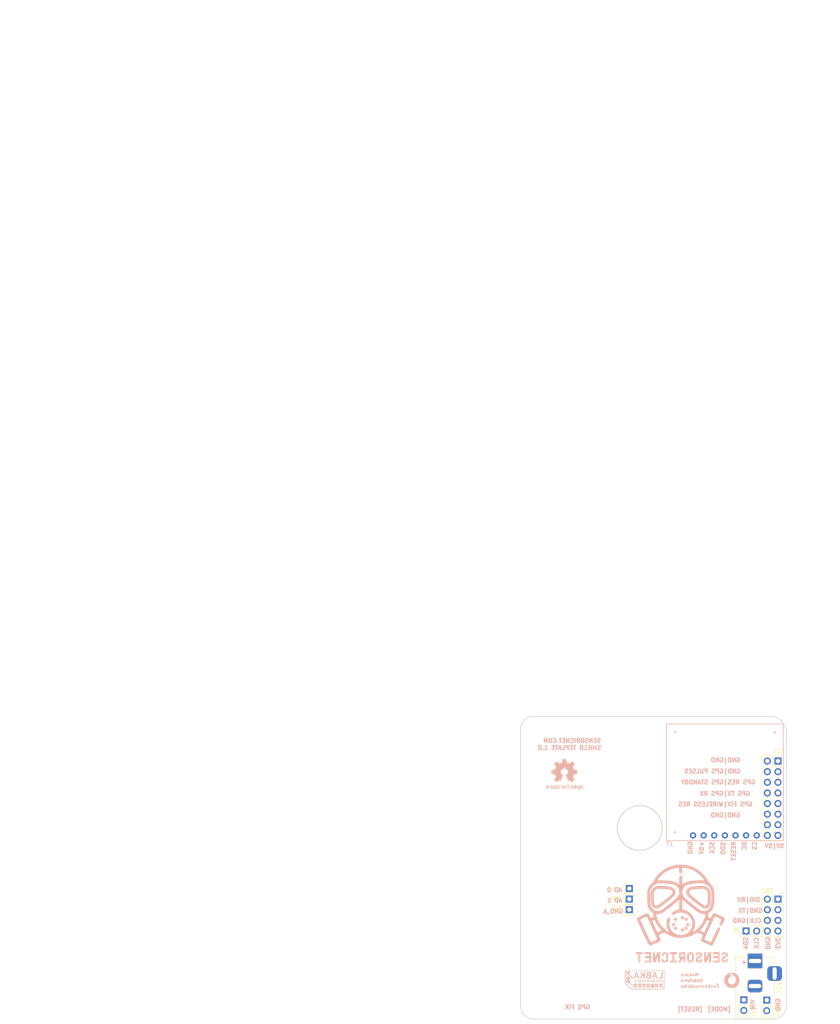
<source format=kicad_pcb>
(kicad_pcb (version 20171130) (host pcbnew 5.0.2+dfsg1-1~bpo9+1)

  (general
    (thickness 1.6)
    (drawings 92)
    (tracks 0)
    (zones 0)
    (modules 14)
    (nets 4)
  )

  (page A4)
  (title_block
    (title "SENSORICNET mother board")
    (date 2019-02-20)
    (rev 1.0)
    (company "Labka z.s.")
    (comment 1 "created by i_a")
  )

  (layers
    (0 F.Cu signal)
    (31 B.Cu signal)
    (32 B.Adhes user)
    (33 F.Adhes user)
    (34 B.Paste user)
    (35 F.Paste user)
    (36 B.SilkS user)
    (37 F.SilkS user hide)
    (38 B.Mask user hide)
    (39 F.Mask user hide)
    (40 Dwgs.User user)
    (41 Cmts.User user)
    (42 Eco1.User user)
    (43 Eco2.User user)
    (44 Edge.Cuts user hide)
    (45 Margin user)
    (46 B.CrtYd user)
    (47 F.CrtYd user)
    (48 B.Fab user)
    (49 F.Fab user)
  )

  (setup
    (last_trace_width 0.5)
    (trace_clearance 0.15)
    (zone_clearance 0.2)
    (zone_45_only no)
    (trace_min 0.15)
    (segment_width 0.2)
    (edge_width 0.15)
    (via_size 0.6)
    (via_drill 0.4)
    (via_min_size 0.6)
    (via_min_drill 0.4)
    (uvia_size 0.3)
    (uvia_drill 0.1)
    (uvias_allowed no)
    (uvia_min_size 0.3)
    (uvia_min_drill 0.1)
    (pcb_text_width 0.3)
    (pcb_text_size 1.5 1.5)
    (mod_edge_width 0.15)
    (mod_text_size 1 1)
    (mod_text_width 0.15)
    (pad_size 1.7 1.7)
    (pad_drill 1)
    (pad_to_mask_clearance 0.15)
    (solder_mask_min_width 0.25)
    (aux_axis_origin 0 0)
    (grid_origin 174.67072 71.13016)
    (visible_elements FFFFFFFF)
    (pcbplotparams
      (layerselection 0x01000_fffffffe)
      (usegerberextensions false)
      (usegerberattributes false)
      (usegerberadvancedattributes false)
      (creategerberjobfile false)
      (excludeedgelayer true)
      (linewidth 0.100000)
      (plotframeref false)
      (viasonmask false)
      (mode 1)
      (useauxorigin false)
      (hpglpennumber 1)
      (hpglpenspeed 20)
      (hpglpendiameter 15.000000)
      (psnegative false)
      (psa4output false)
      (plotreference true)
      (plotvalue false)
      (plotinvisibletext false)
      (padsonsilk false)
      (subtractmaskfromsilk false)
      (outputformat 5)
      (mirror false)
      (drillshape 0)
      (scaleselection 1)
      (outputdirectory "FAB_outputs/machine/"))
  )

  (net 0 "")
  (net 1 GND)
  (net 2 +5V)
  (net 3 +9V)

  (net_class Default "This is the default net class."
    (clearance 0.15)
    (trace_width 0.5)
    (via_dia 0.6)
    (via_drill 0.4)
    (uvia_dia 0.3)
    (uvia_drill 0.1)
    (add_net +5V)
    (add_net +9V)
    (add_net GND)
  )

  (module graphics:PCB_artwork (layer F.Cu) (tedit 0) (tstamp 5C851EE2)
    (at 163.29152 89.46896)
    (path /5BA9EC4C)
    (fp_text reference LOGO1 (at 0 0) (layer F.SilkS) hide
      (effects (font (size 1.27 1.27) (thickness 0.15)))
    )
    (fp_text value LOGO (at 0 0) (layer F.SilkS) hide
      (effects (font (size 1.27 1.27) (thickness 0.15)))
    )
    (fp_poly (pts (xy 3.175 29.581125) (xy 3.07975 29.606651) (xy 3.024258 29.610388) (xy 2.89022 29.613973)
      (xy 2.683756 29.617365) (xy 2.410987 29.620525) (xy 2.078033 29.623412) (xy 1.691015 29.625985)
      (xy 1.256052 29.628205) (xy 0.779267 29.630032) (xy 0.266778 29.631424) (xy -0.275294 29.632342)
      (xy -0.840827 29.632746) (xy -0.889454 29.632755) (xy -4.763408 29.633333) (xy -6.223 28.171951)
      (xy -6.223 25.103667) (xy -6.096 25.103667) (xy -6.096 28.087259) (xy -4.678768 29.506333)
      (xy 3.048 29.506333) (xy 3.048 25.103667) (xy -6.096 25.103667) (xy -6.223 25.103667)
      (xy -6.223 25.019) (xy 3.175 25.019) (xy 3.175 29.581125)) (layer B.SilkS) (width 0.01))
    (fp_poly (pts (xy 11.229874 28.621836) (xy 11.288498 28.647914) (xy 11.316554 28.714424) (xy 11.3271 28.766248)
      (xy 11.337472 28.889395) (xy 11.335631 29.055329) (xy 11.325648 29.189581) (xy 11.299789 29.354126)
      (xy 11.266689 29.445783) (xy 11.228916 29.460575) (xy 11.190616 29.398697) (xy 11.139266 29.339756)
      (xy 11.041155 29.271354) (xy 11.00286 29.250392) (xy 10.842824 29.138264) (xy 10.763246 29.008754)
      (xy 10.765297 28.881108) (xy 10.968653 28.881108) (xy 10.981956 28.977399) (xy 11.0086 29.02183)
      (xy 11.08706 29.084598) (xy 11.14384 29.069514) (xy 11.169188 28.982549) (xy 11.167972 28.92425)
      (xy 11.149314 28.816222) (xy 11.108879 28.77116) (xy 11.070166 28.7655) (xy 11.00063 28.799759)
      (xy 10.968653 28.881108) (xy 10.765297 28.881108) (xy 10.765534 28.866381) (xy 10.840405 28.728876)
      (xy 10.918644 28.653856) (xy 11.018115 28.622022) (xy 11.113654 28.617333) (xy 11.229874 28.621836)) (layer B.SilkS) (width 0.01))
    (fp_poly (pts (xy 7.581487 28.634581) (xy 7.60987 28.674992) (xy 7.560281 28.721571) (xy 7.489861 28.746035)
      (xy 7.42613 28.764802) (xy 7.424781 28.7861) (xy 7.491375 28.825945) (xy 7.523495 28.842891)
      (xy 7.661935 28.942785) (xy 7.723696 29.053305) (xy 7.704825 29.167369) (xy 7.704666 29.167667)
      (xy 7.637012 29.221582) (xy 7.524457 29.25186) (xy 7.397677 29.257369) (xy 7.287352 29.236975)
      (xy 7.224157 29.189546) (xy 7.2224 29.185469) (xy 7.212319 29.09436) (xy 7.213964 29.072227)
      (xy 7.374517 29.072227) (xy 7.394222 29.097111) (xy 7.462023 29.125603) (xy 7.521117 29.10112)
      (xy 7.535333 29.061833) (xy 7.50004 29.010119) (xy 7.450666 28.998333) (xy 7.376916 29.019519)
      (xy 7.374517 29.072227) (xy 7.213964 29.072227) (xy 7.222381 28.959058) (xy 7.247668 28.816243)
      (xy 7.283263 28.702595) (xy 7.288626 28.691417) (xy 7.366125 28.631705) (xy 7.47685 28.617333)
      (xy 7.581487 28.634581)) (layer B.SilkS) (width 0.01))
    (fp_poly (pts (xy 8.345451 28.403047) (xy 8.367255 28.428457) (xy 8.396398 28.511937) (xy 8.415769 28.65174)
      (xy 8.424227 28.819964) (xy 8.420633 28.988707) (xy 8.403845 29.130067) (xy 8.397115 29.159133)
      (xy 8.353487 29.235982) (xy 8.296668 29.242102) (xy 8.245545 29.185119) (xy 8.220152 29.08767)
      (xy 8.206471 28.944866) (xy 8.048152 29.099461) (xy 7.955214 29.181724) (xy 7.886733 29.226799)
      (xy 7.86495 29.229173) (xy 7.858893 29.176038) (xy 7.875692 29.076635) (xy 7.88181 29.053109)
      (xy 7.903342 28.906586) (xy 7.897413 28.76267) (xy 7.896858 28.759631) (xy 7.885609 28.662945)
      (xy 7.908274 28.623569) (xy 7.954347 28.617333) (xy 8.042674 28.649793) (xy 8.099171 28.703908)
      (xy 8.146735 28.760688) (xy 8.174328 28.748574) (xy 8.186238 28.721612) (xy 8.206129 28.628218)
      (xy 8.212666 28.531703) (xy 8.232039 28.422593) (xy 8.280919 28.376624) (xy 8.345451 28.403047)) (layer B.SilkS) (width 0.01))
    (fp_poly (pts (xy 8.675977 28.650596) (xy 8.705681 28.739693) (xy 8.719669 28.904725) (xy 8.720666 28.97813)
      (xy 8.710776 29.136639) (xy 8.682662 29.224816) (xy 8.63866 29.236938) (xy 8.620737 29.22296)
      (xy 8.603852 29.165512) (xy 8.595319 29.054494) (xy 8.594613 28.918181) (xy 8.601206 28.784851)
      (xy 8.614574 28.682778) (xy 8.631564 28.641241) (xy 8.675977 28.650596)) (layer B.SilkS) (width 0.01))
    (fp_poly (pts (xy 9.127182 28.427067) (xy 9.163241 28.539545) (xy 9.183463 28.68847) (xy 9.185709 28.763008)
      (xy 9.171568 28.981308) (xy 9.12723 29.128235) (xy 9.047946 29.213167) (xy 8.941951 29.244432)
      (xy 8.849015 29.245101) (xy 8.805735 29.228948) (xy 8.805333 29.226599) (xy 8.830774 29.174075)
      (xy 8.871889 29.121956) (xy 8.91357 29.03505) (xy 8.948792 28.883075) (xy 8.968982 28.728724)
      (xy 8.987812 28.570807) (xy 9.009576 28.446574) (xy 9.030022 28.37952) (xy 9.032887 28.375668)
      (xy 9.081619 28.36709) (xy 9.127182 28.427067)) (layer B.SilkS) (width 0.01))
    (fp_poly (pts (xy 9.835262 28.423674) (xy 9.83797 28.430296) (xy 9.850648 28.504036) (xy 9.859828 28.635055)
      (xy 9.863648 28.795979) (xy 9.863666 28.807833) (xy 9.860299 28.969841) (xy 9.851438 29.103888)
      (xy 9.838947 29.182602) (xy 9.83797 29.185371) (xy 9.778459 29.235629) (xy 9.670648 29.255387)
      (xy 9.544763 29.245797) (xy 9.431032 29.208013) (xy 9.376948 29.167794) (xy 9.310206 29.03721)
      (xy 9.309747 28.998607) (xy 9.485072 28.998607) (xy 9.500698 29.06893) (xy 9.541734 29.121945)
      (xy 9.585485 29.105066) (xy 9.619312 29.03166) (xy 9.630833 28.931305) (xy 9.619893 28.814895)
      (xy 9.583819 28.767946) (xy 9.567333 28.7655) (xy 9.519429 28.802113) (xy 9.489656 28.890528)
      (xy 9.485072 28.998607) (xy 9.309747 28.998607) (xy 9.308414 28.886762) (xy 9.365773 28.743088)
      (xy 9.476482 28.632828) (xy 9.495879 28.62159) (xy 9.592841 28.541995) (xy 9.646416 28.464516)
      (xy 9.709335 28.383422) (xy 9.779964 28.368437) (xy 9.835262 28.423674)) (layer B.SilkS) (width 0.01))
    (fp_poly (pts (xy 10.597963 28.653881) (xy 10.626863 28.746952) (xy 10.632858 28.871686) (xy 10.616174 29.003221)
      (xy 10.577032 29.116697) (xy 10.541 29.167667) (xy 10.447327 29.222993) (xy 10.322455 29.251729)
      (xy 10.195818 29.252793) (xy 10.09685 29.225107) (xy 10.058695 29.185371) (xy 10.039052 29.079257)
      (xy 10.034863 28.931332) (xy 10.046043 28.783014) (xy 10.059682 28.712583) (xy 10.09582 28.63127)
      (xy 10.134426 28.630765) (xy 10.169564 28.707627) (xy 10.185935 28.785781) (xy 10.223801 28.93043)
      (xy 10.276799 29.029008) (xy 10.333369 29.074641) (xy 10.381949 29.060453) (xy 10.410979 28.97957)
      (xy 10.414578 28.921751) (xy 10.432164 28.74774) (xy 10.481474 28.645058) (xy 10.545937 28.617333)
      (xy 10.597963 28.653881)) (layer B.SilkS) (width 0.01))
    (fp_poly (pts (xy 11.876854 28.660443) (xy 12.006734 28.737342) (xy 12.064329 28.855891) (xy 12.048527 29.011884)
      (xy 12.000412 29.127435) (xy 11.933164 29.218876) (xy 11.838708 29.250758) (xy 11.795801 29.252333)
      (xy 11.691582 29.24453) (xy 11.629236 29.225598) (xy 11.627555 29.224111) (xy 11.600519 29.163159)
      (xy 11.648089 29.128043) (xy 11.678816 29.125333) (xy 11.771918 29.09603) (xy 11.806896 29.066777)
      (xy 11.82138 29.009015) (xy 11.759345 28.970806) (xy 11.62748 28.956054) (xy 11.617037 28.956)
      (xy 11.543914 28.941759) (xy 11.517057 28.882195) (xy 11.514666 28.827952) (xy 11.548704 28.71273)
      (xy 11.641953 28.647372) (xy 11.781117 28.63803) (xy 11.876854 28.660443)) (layer B.SilkS) (width 0.01))
    (fp_poly (pts (xy 12.455961 28.622535) (xy 12.515339 28.649282) (xy 12.54468 28.714289) (xy 12.55269 28.748238)
      (xy 12.564564 28.875325) (xy 12.558249 29.027934) (xy 12.55346 29.065738) (xy 12.52645 29.187443)
      (xy 12.486606 29.242965) (xy 12.446 29.252333) (xy 12.392282 29.232719) (xy 12.357715 29.161545)
      (xy 12.337184 29.056705) (xy 12.28431 28.877488) (xy 12.209034 28.77516) (xy 12.140134 28.697736)
      (xy 12.147011 28.647754) (xy 12.232124 28.622236) (xy 12.339301 28.617333) (xy 12.455961 28.622535)) (layer B.SilkS) (width 0.01))
    (fp_poly (pts (xy 13.293822 28.619964) (xy 13.35713 28.640913) (xy 13.367013 28.67025) (xy 13.316545 28.713118)
      (xy 13.22928 28.737257) (xy 13.108923 28.751347) (xy 13.274878 28.844235) (xy 13.402113 28.943971)
      (xy 13.457906 29.054468) (xy 13.437205 29.163452) (xy 13.417732 29.191163) (xy 13.342407 29.233408)
      (xy 13.227411 29.252464) (xy 13.104887 29.248664) (xy 13.006978 29.222344) (xy 12.968406 29.186481)
      (xy 12.957263 29.092676) (xy 12.961335 29.034261) (xy 13.145492 29.034261) (xy 13.166836 29.063243)
      (xy 13.241405 29.111638) (xy 13.305633 29.085744) (xy 13.325298 29.048604) (xy 13.302866 29.010349)
      (xy 13.22751 28.998333) (xy 13.150846 29.005015) (xy 13.145492 29.034261) (xy 12.961335 29.034261)
      (xy 12.966737 28.956798) (xy 12.991436 28.815409) (xy 13.025969 28.705068) (xy 13.043905 28.674521)
      (xy 13.107457 28.637161) (xy 13.200681 28.618844) (xy 13.293822 28.619964)) (layer B.SilkS) (width 0.01))
    (fp_poly (pts (xy 14.087932 28.422936) (xy 14.110626 28.52394) (xy 14.123189 28.666057) (xy 14.125767 28.827833)
      (xy 14.118503 28.987812) (xy 14.101543 29.12454) (xy 14.075029 29.216562) (xy 14.049192 29.24329)
      (xy 13.9943 29.22489) (xy 13.958222 29.13623) (xy 13.952134 29.106873) (xy 13.92405 28.957173)
      (xy 13.794473 29.104753) (xy 13.692234 29.207807) (xy 13.624486 29.248221) (xy 13.597212 29.224309)
      (xy 13.608756 29.157083) (xy 13.630325 29.059736) (xy 13.651976 28.918858) (xy 13.661269 28.839583)
      (xy 13.679279 28.715506) (xy 13.701036 28.634834) (xy 13.714681 28.617333) (xy 13.762503 28.645516)
      (xy 13.825069 28.705576) (xy 13.873294 28.754343) (xy 13.902202 28.755035) (xy 13.924734 28.695431)
      (xy 13.948346 28.589159) (xy 13.991055 28.448352) (xy 14.041745 28.386962) (xy 14.054965 28.3845)
      (xy 14.087932 28.422936)) (layer B.SilkS) (width 0.01))
    (fp_poly (pts (xy 14.504462 28.62696) (xy 14.614356 28.65432) (xy 14.687567 28.691787) (xy 14.752646 28.777864)
      (xy 14.73316 28.862313) (xy 14.62907 28.945235) (xy 14.581972 28.969528) (xy 14.471459 29.035256)
      (xy 14.443399 29.085315) (xy 14.497223 29.11637) (xy 14.608527 29.125333) (xy 14.725542 29.135143)
      (xy 14.765686 29.165851) (xy 14.763987 29.17825) (xy 14.715135 29.21133) (xy 14.614771 29.234273)
      (xy 14.495819 29.243229) (xy 14.3912 29.234349) (xy 14.361583 29.2253) (xy 14.306997 29.166774)
      (xy 14.313844 29.076361) (xy 14.373817 28.970186) (xy 14.478614 28.864376) (xy 14.583833 28.793735)
      (xy 14.632629 28.761807) (xy 14.613393 28.748601) (xy 14.534379 28.74562) (xy 14.385159 28.73132)
      (xy 14.291104 28.695315) (xy 14.266333 28.655137) (xy 14.302206 28.624911) (xy 14.390997 28.616338)
      (xy 14.504462 28.62696)) (layer B.SilkS) (width 0.01))
    (fp_poly (pts (xy 15.358551 28.673095) (xy 15.381605 28.69475) (xy 15.438985 28.813033) (xy 15.448753 28.961755)
      (xy 15.412105 29.102171) (xy 15.367 29.167667) (xy 15.2763 29.220867) (xy 15.155005 29.250603)
      (xy 15.039758 29.251639) (xy 14.971888 29.224111) (xy 14.945797 29.173888) (xy 14.99028 29.137484)
      (xy 15.112352 29.10918) (xy 15.113 29.109077) (xy 15.218834 29.084006) (xy 15.277894 29.054197)
      (xy 15.282333 29.045104) (xy 15.244591 29.006186) (xy 15.149696 28.974097) (xy 15.025145 28.957355)
      (xy 14.996583 28.956578) (xy 14.921266 28.927279) (xy 14.902003 28.854335) (xy 14.937077 28.764856)
      (xy 15.130184 28.764856) (xy 15.134166 28.786667) (xy 15.188288 28.827385) (xy 15.200165 28.829)
      (xy 15.238859 28.79671) (xy 15.24 28.786667) (xy 15.205542 28.749514) (xy 15.174001 28.744333)
      (xy 15.130184 28.764856) (xy 14.937077 28.764856) (xy 14.939648 28.758299) (xy 14.986 28.702)
      (xy 15.103957 28.633474) (xy 15.239598 28.623629) (xy 15.358551 28.673095)) (layer B.SilkS) (width 0.01))
    (fp_poly (pts (xy 15.902051 28.084519) (xy 15.925066 28.090621) (xy 15.983581 28.137132) (xy 15.979342 28.198696)
      (xy 15.987945 28.290016) (xy 16.067016 28.410493) (xy 16.083406 28.429588) (xy 16.167258 28.542039)
      (xy 16.205354 28.653614) (xy 16.213666 28.790923) (xy 16.192941 28.999244) (xy 16.133791 29.151918)
      (xy 16.069745 29.219935) (xy 15.982059 29.244793) (xy 15.853817 29.248509) (xy 15.726096 29.232395)
      (xy 15.65275 29.206609) (xy 15.585609 29.149966) (xy 15.599147 29.108701) (xy 15.690233 29.086183)
      (xy 15.767677 29.083) (xy 15.914044 29.064736) (xy 16.000541 29.0011) (xy 16.039154 28.878821)
      (xy 16.044333 28.77675) (xy 16.023105 28.637896) (xy 15.951453 28.560506) (xy 15.817429 28.533161)
      (xy 15.788922 28.532667) (xy 15.660735 28.523921) (xy 15.608575 28.490823) (xy 15.624979 28.423076)
      (xy 15.66473 28.361371) (xy 15.715389 28.264359) (xy 15.725961 28.186591) (xy 15.724546 28.182139)
      (xy 15.735342 28.120954) (xy 15.803352 28.084379) (xy 15.902051 28.084519)) (layer B.SilkS) (width 0.01))
    (fp_poly (pts (xy 19.560515 25.633904) (xy 19.712925 25.64026) (xy 19.829067 25.65662) (xy 19.93314 25.687701)
      (xy 20.049342 25.73822) (xy 20.156694 25.790559) (xy 20.489795 25.998026) (xy 20.760813 26.26207)
      (xy 20.97427 26.587296) (xy 21.010669 26.660546) (xy 21.068281 26.786976) (xy 21.106627 26.892171)
      (xy 21.129611 26.999086) (xy 21.141138 27.130677) (xy 21.145114 27.309901) (xy 21.1455 27.453167)
      (xy 21.144227 27.672885) (xy 21.137799 27.830916) (xy 21.122303 27.950228) (xy 21.093825 28.053791)
      (xy 21.048451 28.164574) (xy 21.010324 28.246525) (xy 20.810867 28.571159) (xy 20.54779 28.846053)
      (xy 20.232961 29.059345) (xy 20.160858 29.095447) (xy 20.027833 29.155046) (xy 19.913911 29.194661)
      (xy 19.794424 29.218959) (xy 19.644706 29.232606) (xy 19.440089 29.240269) (xy 19.388666 29.241535)
      (xy 19.100248 29.241826) (xy 18.889178 29.226921) (xy 18.749436 29.19639) (xy 18.74707 29.195521)
      (xy 18.455835 29.05345) (xy 18.180541 28.856527) (xy 17.943009 28.623473) (xy 17.76506 28.373005)
      (xy 17.745483 28.336322) (xy 17.605163 27.977376) (xy 17.535265 27.599482) (xy 17.535756 27.430859)
      (xy 18.379302 27.430859) (xy 18.409848 27.678297) (xy 18.497974 27.921843) (xy 18.636594 28.137073)
      (xy 18.705502 28.210631) (xy 18.893263 28.334908) (xy 19.126439 28.407372) (xy 19.381786 28.425753)
      (xy 19.636059 28.387779) (xy 19.815689 28.319118) (xy 20.006173 28.178416) (xy 20.168294 27.971838)
      (xy 20.25519 27.801498) (xy 20.300571 27.626403) (xy 20.31974 27.404181) (xy 20.313308 27.16801)
      (xy 20.281891 26.951066) (xy 20.236812 26.80834) (xy 20.065124 26.523697) (xy 19.828311 26.265886)
      (xy 19.545264 26.051252) (xy 19.23487 25.896137) (xy 19.148095 25.866355) (xy 18.956596 25.810259)
      (xy 18.837545 25.784529) (xy 18.784083 25.789872) (xy 18.789355 25.826996) (xy 18.846504 25.896609)
      (xy 18.847263 25.897417) (xy 18.983891 26.067119) (xy 19.082947 26.238952) (xy 19.131636 26.389369)
      (xy 19.134508 26.426015) (xy 19.115071 26.517029) (xy 19.041735 26.578675) (xy 18.995951 26.599823)
      (xy 18.857654 26.682862) (xy 18.706107 26.812322) (xy 18.564632 26.964013) (xy 18.456553 27.113746)
      (xy 18.413422 27.203946) (xy 18.379302 27.430859) (xy 17.535756 27.430859) (xy 17.536371 27.219988)
      (xy 17.609062 26.856242) (xy 17.688902 26.649296) (xy 17.867014 26.358526) (xy 18.111048 26.092404)
      (xy 18.402497 25.869212) (xy 18.578853 25.770118) (xy 18.704484 25.710609) (xy 18.808462 25.671347)
      (xy 18.914274 25.64814) (xy 19.045405 25.636792) (xy 19.225342 25.63311) (xy 19.347638 25.632833)
      (xy 19.560515 25.633904)) (layer B.SilkS) (width 0.01))
    (fp_poly (pts (xy 8.661718 28.376161) (xy 8.676306 28.383247) (xy 8.718558 28.437086) (xy 8.720666 28.450498)
      (xy 8.687675 28.483041) (xy 8.616367 28.487947) (xy 8.548244 28.465824) (xy 8.529981 28.447701)
      (xy 8.536783 28.4026) (xy 8.592584 28.373516) (xy 8.661718 28.376161)) (layer B.SilkS) (width 0.01))
    (fp_poly (pts (xy 13.206321 28.347327) (xy 13.285206 28.394926) (xy 13.307835 28.426468) (xy 13.300668 28.477115)
      (xy 13.241334 28.489348) (xy 13.153337 28.462734) (xy 13.099741 28.430294) (xy 13.047851 28.374325)
      (xy 13.047345 28.340544) (xy 13.113546 28.32475) (xy 13.206321 28.347327)) (layer B.SilkS) (width 0.01))
    (fp_poly (pts (xy 7.61019 27.255708) (xy 7.670972 27.336463) (xy 7.706408 27.465824) (xy 7.70921 27.609676)
      (xy 7.698342 27.668337) (xy 7.634766 27.782219) (xy 7.5293 27.861141) (xy 7.407322 27.895905)
      (xy 7.294208 27.877315) (xy 7.239415 27.834667) (xy 7.213329 27.784248) (xy 7.245057 27.751253)
      (xy 7.345866 27.727866) (xy 7.405017 27.719826) (xy 7.500604 27.693057) (xy 7.519455 27.65372)
      (xy 7.466074 27.613083) (xy 7.350416 27.583217) (xy 7.20449 27.544085) (xy 7.140007 27.482312)
      (xy 7.156667 27.39732) (xy 7.216335 27.323816) (xy 7.341291 27.245031) (xy 7.484737 27.220463)
      (xy 7.61019 27.255708)) (layer B.SilkS) (width 0.01))
    (fp_poly (pts (xy 8.50478 27.437341) (xy 8.489778 27.663288) (xy 8.454803 27.808865) (xy 8.400106 27.873177)
      (xy 8.381002 27.8765) (xy 8.332836 27.834729) (xy 8.290485 27.711433) (xy 8.276819 27.647108)
      (xy 8.23662 27.489695) (xy 8.192486 27.414038) (xy 8.146455 27.420984) (xy 8.100567 27.51138)
      (xy 8.083832 27.566891) (xy 8.035182 27.738193) (xy 7.999333 27.838219) (xy 7.971156 27.878441)
      (xy 7.947298 27.872188) (xy 7.923992 27.804379) (xy 7.91621 27.685018) (xy 7.922442 27.545487)
      (xy 7.941179 27.41717) (xy 7.97091 27.331448) (xy 7.973489 27.327683) (xy 8.052082 27.271384)
      (xy 8.19571 27.237537) (xy 8.269822 27.229683) (xy 8.509 27.209849) (xy 8.50478 27.437341)) (layer B.SilkS) (width 0.01))
    (fp_poly (pts (xy 9.094768 27.293108) (xy 9.192489 27.413278) (xy 9.223272 27.563225) (xy 9.18465 27.717841)
      (xy 9.142986 27.783506) (xy 9.027857 27.877142) (xy 8.898517 27.888271) (xy 8.760943 27.816608)
      (xy 8.744148 27.802417) (xy 8.643122 27.673496) (xy 8.617329 27.577588) (xy 8.805605 27.577588)
      (xy 8.818279 27.673222) (xy 8.835019 27.701574) (xy 8.904157 27.728175) (xy 8.967288 27.685354)
      (xy 9.006294 27.587487) (xy 9.009557 27.563092) (xy 9.000787 27.444801) (xy 8.955864 27.378958)
      (xy 8.887061 27.379144) (xy 8.859669 27.397272) (xy 8.820621 27.470558) (xy 8.805605 27.577588)
      (xy 8.617329 27.577588) (xy 8.605377 27.533148) (xy 8.634485 27.403898) (xy 8.672846 27.35282)
      (xy 8.816312 27.25395) (xy 8.962877 27.235676) (xy 9.094768 27.293108)) (layer B.SilkS) (width 0.01))
    (fp_poly (pts (xy 9.402989 26.951364) (xy 9.514402 27.033222) (xy 9.605162 27.158706) (xy 9.659474 27.260842)
      (xy 9.669658 27.326764) (xy 9.639315 27.39019) (xy 9.631155 27.402052) (xy 9.586488 27.508062)
      (xy 9.566727 27.638309) (xy 9.566685 27.642503) (xy 9.556282 27.759539) (xy 9.531556 27.847185)
      (xy 9.500586 27.888232) (xy 9.471453 27.86547) (xy 9.467306 27.854147) (xy 9.44936 27.77544)
      (xy 9.428054 27.652173) (xy 9.42068 27.602439) (xy 9.390642 27.470303) (xy 9.347414 27.366405)
      (xy 9.331416 27.343926) (xy 9.29092 27.283486) (xy 9.316273 27.23618) (xy 9.334356 27.220453)
      (xy 9.37464 27.17389) (xy 9.348848 27.131896) (xy 9.314257 27.106149) (xy 9.239198 27.033785)
      (xy 9.246408 26.978138) (xy 9.295233 26.949848) (xy 9.402989 26.951364)) (layer B.SilkS) (width 0.01))
    (fp_poly (pts (xy 10.117628 27.229122) (xy 10.20489 27.256609) (xy 10.215435 27.297066) (xy 10.151052 27.33176)
      (xy 10.107083 27.339562) (xy 10.013827 27.361847) (xy 10.002155 27.399061) (xy 10.072411 27.452975)
      (xy 10.135215 27.485249) (xy 10.261376 27.572182) (xy 10.314986 27.671294) (xy 10.292099 27.770558)
      (xy 10.245354 27.820955) (xy 10.140928 27.874441) (xy 10.018389 27.896276) (xy 9.908103 27.885613)
      (xy 9.840436 27.841603) (xy 9.835956 27.832381) (xy 9.825323 27.754135) (xy 9.825852 27.675417)
      (xy 9.958916 27.675417) (xy 9.978564 27.717904) (xy 10.033 27.728333) (xy 10.100143 27.708827)
      (xy 10.107083 27.675417) (xy 10.055088 27.626257) (xy 10.033 27.6225) (xy 9.969435 27.655883)
      (xy 9.958916 27.675417) (xy 9.825852 27.675417) (xy 9.826174 27.627607) (xy 9.831754 27.550107)
      (xy 9.870822 27.370241) (xy 9.948392 27.263657) (xy 10.067785 27.226631) (xy 10.117628 27.229122)) (layer B.SilkS) (width 0.01))
    (fp_poly (pts (xy 10.617419 27.044034) (xy 10.646146 27.091168) (xy 10.705114 27.16905) (xy 10.765415 27.202008)
      (xy 10.904167 27.269577) (xy 10.980833 27.377675) (xy 11.006481 27.542841) (xy 11.006666 27.562537)
      (xy 10.991469 27.727248) (xy 10.936753 27.829574) (xy 10.828828 27.882157) (xy 10.654006 27.897639)
      (xy 10.643809 27.897667) (xy 10.414 27.897667) (xy 10.414465 27.611917) (xy 10.415782 27.561498)
      (xy 10.668 27.561498) (xy 10.685895 27.680054) (xy 10.731349 27.730953) (xy 10.792011 27.707918)
      (xy 10.835692 27.646733) (xy 10.857103 27.534117) (xy 10.821101 27.425094) (xy 10.778942 27.381876)
      (xy 10.715289 27.368501) (xy 10.678671 27.432878) (xy 10.668 27.561498) (xy 10.415782 27.561498)
      (xy 10.421284 27.350975) (xy 10.441617 27.167785) (xy 10.476755 27.056319) (xy 10.527989 27.01055)
      (xy 10.543686 27.008667) (xy 10.617419 27.044034)) (layer B.SilkS) (width 0.01))
    (fp_poly (pts (xy 11.610267 27.256274) (xy 11.710704 27.349613) (xy 11.766283 27.478627) (xy 11.769641 27.621592)
      (xy 11.713415 27.756784) (xy 11.670688 27.805621) (xy 11.543196 27.88469) (xy 11.411895 27.881019)
      (xy 11.287542 27.809927) (xy 11.196678 27.693903) (xy 11.168267 27.556171) (xy 11.171671 27.538936)
      (xy 11.351643 27.538936) (xy 11.390532 27.649022) (xy 11.450122 27.712699) (xy 11.506736 27.698855)
      (xy 11.544941 27.613712) (xy 11.549475 27.584925) (xy 11.540172 27.468335) (xy 11.491658 27.39014)
      (xy 11.418545 27.371624) (xy 11.405738 27.375545) (xy 11.355079 27.435015) (xy 11.351643 27.538936)
      (xy 11.171671 27.538936) (xy 11.195421 27.418715) (xy 11.271249 27.303516) (xy 11.388861 27.232558)
      (xy 11.472333 27.220333) (xy 11.610267 27.256274)) (layer B.SilkS) (width 0.01))
    (fp_poly (pts (xy 12.474616 27.044039) (xy 12.466417 27.137558) (xy 12.435083 27.270326) (xy 12.386599 27.423446)
      (xy 12.326954 27.578022) (xy 12.262133 27.715155) (xy 12.198124 27.815948) (xy 12.197804 27.816344)
      (xy 12.123727 27.907826) (xy 12.058568 27.807496) (xy 11.985036 27.673074) (xy 11.919232 27.515404)
      (xy 11.865974 27.352778) (xy 11.830082 27.203489) (xy 11.816376 27.085831) (xy 11.829675 27.018096)
      (xy 11.84812 27.008667) (xy 11.875076 27.030105) (xy 11.915939 27.100361) (xy 11.975 27.228344)
      (xy 12.056554 27.422963) (xy 12.102692 27.537041) (xy 12.126212 27.573224) (xy 12.152346 27.551108)
      (xy 12.189139 27.460755) (xy 12.207032 27.408134) (xy 12.280556 27.22064) (xy 12.356753 27.085547)
      (xy 12.427766 27.015577) (xy 12.453692 27.008667) (xy 12.474616 27.044039)) (layer B.SilkS) (width 0.01))
    (fp_poly (pts (xy 13.998222 27.192111) (xy 14.003288 27.242351) (xy 13.998222 27.248555) (xy 13.973055 27.242744)
      (xy 13.97 27.220333) (xy 13.985489 27.185488) (xy 13.998222 27.192111)) (layer B.SilkS) (width 0.01))
    (fp_poly (pts (xy 7.606768 25.898926) (xy 7.684984 25.993615) (xy 7.718208 26.128756) (xy 7.70652 26.273131)
      (xy 7.649996 26.395519) (xy 7.605412 26.438386) (xy 7.506587 26.480634) (xy 7.386091 26.498895)
      (xy 7.278086 26.491412) (xy 7.217833 26.458333) (xy 7.209422 26.389982) (xy 7.275186 26.345612)
      (xy 7.393192 26.331333) (xy 7.496834 26.317553) (xy 7.527133 26.284632) (xy 7.48923 26.245201)
      (xy 7.388262 26.211889) (xy 7.341524 26.204333) (xy 7.226519 26.178586) (xy 7.173342 26.131053)
      (xy 7.162507 26.092004) (xy 7.186373 25.998067) (xy 7.269398 25.921824) (xy 7.386343 25.874244)
      (xy 7.511967 25.866297) (xy 7.606768 25.898926)) (layer B.SilkS) (width 0.01))
    (fp_poly (pts (xy 8.249597 25.905154) (xy 8.344118 26.013816) (xy 8.381817 26.178743) (xy 8.382 26.192586)
      (xy 8.347581 26.343064) (xy 8.257402 26.448134) (xy 8.131081 26.495982) (xy 7.988233 26.474794)
      (xy 7.947192 26.454444) (xy 7.89626 26.398374) (xy 7.919653 26.350362) (xy 8.002008 26.331333)
      (xy 8.082827 26.297154) (xy 8.132145 26.23892) (xy 8.157559 26.162821) (xy 8.123571 26.101915)
      (xy 8.086612 26.069586) (xy 7.997548 26.01295) (xy 7.93281 25.992667) (xy 7.879382 25.970888)
      (xy 7.889297 25.925204) (xy 7.940962 25.891362) (xy 8.110973 25.86144) (xy 8.249597 25.905154)) (layer B.SilkS) (width 0.01))
    (fp_poly (pts (xy 8.884935 25.888051) (xy 8.955465 25.924583) (xy 8.964338 25.93975) (xy 8.941898 25.97976)
      (xy 8.844934 25.992667) (xy 8.708145 25.992667) (xy 8.851989 26.089603) (xy 8.950234 26.171334)
      (xy 8.990551 26.259588) (xy 8.995833 26.333019) (xy 8.995833 26.4795) (xy 8.773109 26.492312)
      (xy 8.633346 26.494035) (xy 8.55663 26.475737) (xy 8.524261 26.437043) (xy 8.512506 26.340893)
      (xy 8.51689 26.277515) (xy 8.702264 26.277515) (xy 8.724964 26.315345) (xy 8.797753 26.360404)
      (xy 8.861372 26.334458) (xy 8.87856 26.302153) (xy 8.859687 26.253804) (xy 8.795296 26.221999)
      (xy 8.72453 26.22419) (xy 8.71479 26.229131) (xy 8.702264 26.277515) (xy 8.51689 26.277515)
      (xy 8.522036 26.203123) (xy 8.547415 26.060476) (xy 8.583204 25.949696) (xy 8.600682 25.920714)
      (xy 8.671909 25.884251) (xy 8.778538 25.873985) (xy 8.884935 25.888051)) (layer B.SilkS) (width 0.01))
    (fp_poly (pts (xy 9.323648 25.678067) (xy 9.340288 25.708026) (xy 9.422457 25.798506) (xy 9.54337 25.864731)
      (xy 9.546046 25.865627) (xy 9.689637 25.949279) (xy 9.768054 26.072) (xy 9.776563 26.214302)
      (xy 9.710429 26.356698) (xy 9.67509 26.396757) (xy 9.579076 26.467809) (xy 9.458223 26.497394)
      (xy 9.372957 26.500667) (xy 9.174733 26.500667) (xy 9.200526 26.149282) (xy 9.367036 26.149282)
      (xy 9.404117 26.248371) (xy 9.465368 26.318098) (xy 9.505481 26.331333) (xy 9.549594 26.310605)
      (xy 9.562526 26.235982) (xy 9.559305 26.172935) (xy 9.530454 26.063357) (xy 9.477267 26.000685)
      (xy 9.417612 25.996045) (xy 9.37114 26.055737) (xy 9.367036 26.149282) (xy 9.200526 26.149282)
      (xy 9.204935 26.089223) (xy 9.223277 25.868143) (xy 9.241621 25.724087) (xy 9.262665 25.649455)
      (xy 9.289108 25.636649) (xy 9.323648 25.678067)) (layer B.SilkS) (width 0.01))
    (fp_poly (pts (xy 10.237202 25.855031) (xy 10.26997 25.86724) (xy 10.342959 25.913242) (xy 10.33431 25.958819)
      (xy 10.24673 25.996165) (xy 10.2235 26.00127) (xy 10.177118 26.017366) (xy 10.19436 26.044084)
      (xy 10.271035 26.088351) (xy 10.38653 26.181526) (xy 10.427869 26.285757) (xy 10.40093 26.384479)
      (xy 10.311592 26.461126) (xy 10.165734 26.499133) (xy 10.124722 26.500667) (xy 10.012851 26.493903)
      (xy 9.94124 26.477171) (xy 9.934222 26.472444) (xy 9.918367 26.417328) (xy 9.908128 26.306364)
      (xy 9.907514 26.280984) (xy 10.128083 26.280984) (xy 10.138833 26.331333) (xy 10.192783 26.372074)
      (xy 10.237276 26.347716) (xy 10.244666 26.312665) (xy 10.220758 26.241832) (xy 10.205258 26.227308)
      (xy 10.155066 26.23016) (xy 10.128083 26.280984) (xy 9.907514 26.280984) (xy 9.906 26.218444)
      (xy 9.916747 26.058503) (xy 9.953904 25.954032) (xy 9.990666 25.908) (xy 10.065944 25.843834)
      (xy 10.135951 25.827954) (xy 10.237202 25.855031)) (layer B.SilkS) (width 0.01))
    (fp_poly (pts (xy 10.735271 25.65884) (xy 10.787607 25.753308) (xy 10.814933 25.852815) (xy 10.843723 26.006281)
      (xy 10.947223 25.83272) (xy 11.047897 25.700588) (xy 11.151197 25.62763) (xy 11.242737 25.623256)
      (xy 11.256604 25.630322) (xy 11.295729 25.696159) (xy 11.322677 25.824103) (xy 11.33507 25.992163)
      (xy 11.330525 26.178348) (xy 11.323727 26.250448) (xy 11.30243 26.394704) (xy 11.276854 26.470296)
      (xy 11.240431 26.493193) (xy 11.224498 26.491829) (xy 11.175777 26.45172) (xy 11.138524 26.345436)
      (xy 11.118094 26.234341) (xy 11.081355 25.990198) (xy 10.891688 26.245432) (xy 10.780718 26.389527)
      (xy 10.705963 26.469746) (xy 10.657116 26.492956) (xy 10.62387 26.46602) (xy 10.609029 26.433704)
      (xy 10.593551 26.348132) (xy 10.585603 26.210177) (xy 10.584706 26.046297) (xy 10.590381 25.882954)
      (xy 10.602148 25.746608) (xy 10.61953 25.663719) (xy 10.623088 25.656722) (xy 10.676411 25.622536)
      (xy 10.735271 25.65884)) (layer B.SilkS) (width 0.01))
    (fp_poly (pts (xy -1.997893 20.90114) (xy -2.010834 21.103167) (xy -2.582334 21.176567) (xy -2.582334 23.156333)
      (xy -3.005667 23.156333) (xy -3.005667 21.166667) (xy -3.602758 21.166667) (xy -3.589963 20.944417)
      (xy -3.577167 20.722167) (xy -2.781059 20.71064) (xy -1.984951 20.699114) (xy -1.997893 20.90114)) (layer B.SilkS) (width 0.01))
    (fp_poly (pts (xy 0.042333 23.156333) (xy -1.524 23.156333) (xy -1.524 22.733) (xy -0.381 22.733)
      (xy -0.381 22.098) (xy -1.443973 22.098) (xy -1.43107 21.896917) (xy -1.418167 21.695833)
      (xy -0.899584 21.683947) (xy -0.381 21.672061) (xy -0.381 21.166667) (xy -1.524 21.166667)
      (xy -1.524 20.701) (xy 0.042333 20.701) (xy 0.042333 23.156333)) (layer B.SilkS) (width 0.01))
    (fp_poly (pts (xy 0.830391 20.753287) (xy 0.854077 20.819729) (xy 0.876578 20.965379) (xy 0.897265 21.184778)
      (xy 0.915507 21.472468) (xy 0.9172 21.505333) (xy 0.9525 22.203833) (xy 1.227069 21.473583)
      (xy 1.501639 20.743333) (xy 2.117985 20.743333) (xy 2.106742 21.93925) (xy 2.0955 23.135167)
      (xy 1.87325 23.147962) (xy 1.651 23.160758) (xy 1.651 22.438879) (xy 1.649238 22.202362)
      (xy 1.644358 21.998416) (xy 1.636961 21.840755) (xy 1.627651 21.743092) (xy 1.61925 21.717378)
      (xy 1.594976 21.755172) (xy 1.546861 21.859954) (xy 1.480157 22.019204) (xy 1.400121 22.220398)
      (xy 1.317249 22.437044) (xy 1.046998 23.156333) (xy 0.508 23.156333) (xy 0.508 20.753917)
      (xy 0.643441 20.726828) (xy 0.770708 20.723233) (xy 0.830391 20.753287)) (layer B.SilkS) (width 0.01))
    (fp_poly (pts (xy 3.567327 20.762475) (xy 3.770544 20.823636) (xy 3.927348 20.932845) (xy 3.999137 21.015359)
      (xy 4.029035 21.061088) (xy 4.051102 21.115131) (xy 4.066517 21.190263) (xy 4.076454 21.299256)
      (xy 4.08209 21.454886) (xy 4.084602 21.669926) (xy 4.085166 21.949592) (xy 4.084901 22.231982)
      (xy 4.083145 22.44237) (xy 4.078463 22.593418) (xy 4.069416 22.697792) (xy 4.054567 22.768154)
      (xy 4.032478 22.81717) (xy 4.001712 22.857502) (xy 3.979333 22.881898) (xy 3.779316 23.037074)
      (xy 3.537921 23.130485) (xy 3.275194 23.158637) (xy 3.01118 23.118036) (xy 2.88782 23.072166)
      (xy 2.723708 22.953407) (xy 2.606533 22.77622) (xy 2.546575 22.558496) (xy 2.540929 22.468417)
      (xy 2.54 22.309667) (xy 2.751666 22.309667) (xy 2.877036 22.312667) (xy 2.939561 22.329834)
      (xy 2.961042 22.373413) (xy 2.963333 22.428575) (xy 2.983255 22.565108) (xy 3.051041 22.650695)
      (xy 3.17872 22.694726) (xy 3.318835 22.706077) (xy 3.446431 22.705669) (xy 3.540124 22.690083)
      (xy 3.605139 22.64814) (xy 3.646704 22.568662) (xy 3.670045 22.44047) (xy 3.680387 22.252384)
      (xy 3.682958 21.993225) (xy 3.683 21.927136) (xy 3.681143 21.656523) (xy 3.671839 21.459061)
      (xy 3.649482 21.323254) (xy 3.608469 21.237607) (xy 3.543195 21.190624) (xy 3.448057 21.17081)
      (xy 3.31745 21.166669) (xy 3.312273 21.166667) (xy 3.134011 21.184834) (xy 3.023565 21.24457)
      (xy 2.971089 21.353723) (xy 2.963333 21.444857) (xy 2.958626 21.535833) (xy 2.928711 21.577542)
      (xy 2.849893 21.589013) (xy 2.783416 21.589352) (xy 2.628504 21.580927) (xy 2.544254 21.546848)
      (xy 2.517297 21.471802) (xy 2.534262 21.340476) (xy 2.540596 21.311254) (xy 2.614631 21.079283)
      (xy 2.724187 20.914635) (xy 2.88003 20.80929) (xy 3.092927 20.755224) (xy 3.30266 20.743491)
      (xy 3.567327 20.762475)) (layer B.SilkS) (width 0.01))
    (fp_poly (pts (xy 6.180666 21.166667) (xy 5.588 21.166667) (xy 5.588 22.733) (xy 6.180666 22.733)
      (xy 6.180666 23.156333) (xy 4.572 23.156333) (xy 4.572 22.733) (xy 5.122333 22.733)
      (xy 5.122333 21.166667) (xy 4.572 21.166667) (xy 4.572 20.701) (xy 6.180666 20.701)
      (xy 6.180666 21.166667)) (layer B.SilkS) (width 0.01))
    (fp_poly (pts (xy 8.212666 23.156333) (xy 7.789333 23.156333) (xy 7.789333 22.309667) (xy 7.641552 22.309667)
      (xy 7.575889 22.312648) (xy 7.524764 22.330333) (xy 7.477023 22.375831) (xy 7.421509 22.462253)
      (xy 7.347066 22.60271) (xy 7.281333 22.733) (xy 7.068894 23.156333) (xy 6.857614 23.156333)
      (xy 6.736945 23.150609) (xy 6.660401 23.135978) (xy 6.646208 23.124583) (xy 6.661347 23.074634)
      (xy 6.70242 22.964044) (xy 6.762755 22.810305) (xy 6.820186 22.668542) (xy 6.994289 22.24425)
      (xy 6.646333 21.896294) (xy 6.646333 21.529378) (xy 6.647972 21.483255) (xy 7.069666 21.483255)
      (xy 7.083358 21.645318) (xy 7.133073 21.751988) (xy 7.231769 21.813565) (xy 7.392408 21.840347)
      (xy 7.523586 21.844) (xy 7.789333 21.844) (xy 7.789333 21.166667) (xy 7.511383 21.166667)
      (xy 7.312924 21.17279) (xy 7.184102 21.198124) (xy 7.110339 21.253117) (xy 7.07706 21.348214)
      (xy 7.069666 21.483255) (xy 6.647972 21.483255) (xy 6.654989 21.285879) (xy 6.687434 21.098579)
      (xy 6.75338 20.959503) (xy 6.86254 20.860676) (xy 7.024626 20.794122) (xy 7.249352 20.751867)
      (xy 7.54643 20.725935) (xy 7.630583 20.721201) (xy 8.212666 20.690788) (xy 8.212666 23.156333)) (layer B.SilkS) (width 0.01))
    (fp_poly (pts (xy 9.748937 20.767148) (xy 9.913965 20.839192) (xy 10.015142 20.904457) (xy 10.09164 20.974176)
      (xy 10.146866 21.060807) (xy 10.184228 21.176806) (xy 10.207131 21.334632) (xy 10.218983 21.546741)
      (xy 10.223192 21.825592) (xy 10.2235 21.971) (xy 10.222401 22.260623) (xy 10.216869 22.479208)
      (xy 10.203553 22.640373) (xy 10.179098 22.757741) (xy 10.140152 22.84493) (xy 10.083362 22.915563)
      (xy 10.005376 22.983258) (xy 9.967022 23.012926) (xy 9.8002 23.096804) (xy 9.586678 23.1436)
      (xy 9.356895 23.151135) (xy 9.141289 23.117234) (xy 9.038166 23.079375) (xy 8.913999 23.009411)
      (xy 8.813468 22.934286) (xy 8.794628 22.915427) (xy 8.724069 22.783499) (xy 8.674923 22.572129)
      (xy 8.647519 22.283876) (xy 8.642548 21.94613) (xy 9.110197 21.94613) (xy 9.11115 22.007205)
      (xy 9.116133 22.247381) (xy 9.122105 22.416822) (xy 9.131505 22.52945) (xy 9.146771 22.599185)
      (xy 9.17034 22.639948) (xy 9.20465 22.665658) (xy 9.228666 22.678267) (xy 9.406275 22.73025)
      (xy 9.577216 22.713096) (xy 9.717275 22.62924) (xy 9.717424 22.629091) (xy 9.759544 22.582965)
      (xy 9.788394 22.533073) (xy 9.806455 22.463393) (xy 9.816208 22.357901) (xy 9.820137 22.200576)
      (xy 9.820722 21.975395) (xy 9.820709 21.962341) (xy 9.818379 21.689552) (xy 9.808409 21.489707)
      (xy 9.785283 21.35111) (xy 9.743487 21.262065) (xy 9.677506 21.210878) (xy 9.581826 21.18585)
      (xy 9.450931 21.175288) (xy 9.449576 21.175223) (xy 9.304248 21.170617) (xy 9.220486 21.179385)
      (xy 9.175392 21.209054) (xy 9.146067 21.26715) (xy 9.142623 21.27612) (xy 9.127329 21.360688)
      (xy 9.116322 21.512266) (xy 9.110359 21.713275) (xy 9.110197 21.94613) (xy 8.642548 21.94613)
      (xy 8.642182 21.921298) (xy 8.64634 21.754843) (xy 8.657253 21.504328) (xy 8.671336 21.322396)
      (xy 8.690846 21.192972) (xy 8.718041 21.099979) (xy 8.746423 21.041731) (xy 8.876597 20.897364)
      (xy 9.062265 20.794195) (xy 9.283098 20.735751) (xy 9.518765 20.72556) (xy 9.748937 20.767148)) (layer B.SilkS) (width 0.01))
    (fp_poly (pts (xy 11.746627 20.771303) (xy 11.965516 20.852994) (xy 12.12216 20.985424) (xy 12.212502 21.165447)
      (xy 12.234333 21.335997) (xy 12.223617 21.456233) (xy 12.185032 21.563919) (xy 12.108921 21.670367)
      (xy 11.985628 21.786889) (xy 11.805495 21.924798) (xy 11.623355 22.051747) (xy 11.452527 22.172983)
      (xy 11.308001 22.284878) (xy 11.204358 22.375484) (xy 11.156181 22.43285) (xy 11.155265 22.435306)
      (xy 11.152481 22.557435) (xy 11.225007 22.650378) (xy 11.366329 22.706712) (xy 11.39836 22.71236)
      (xy 11.599088 22.717987) (xy 11.742682 22.664135) (xy 11.834686 22.548244) (xy 11.852466 22.502792)
      (xy 11.887257 22.413028) (xy 11.932199 22.36857) (xy 12.014688 22.35353) (xy 12.112534 22.352)
      (xy 12.322836 22.352) (xy 12.294093 22.51075) (xy 12.214683 22.764593) (xy 12.07962 22.954822)
      (xy 11.888427 23.08181) (xy 11.640631 23.145928) (xy 11.472612 23.154475) (xy 11.30985 23.13939)
      (xy 11.149267 23.104447) (xy 11.120281 23.095) (xy 10.93503 23.005122) (xy 10.814325 22.883206)
      (xy 10.749348 22.744112) (xy 10.718216 22.524747) (xy 10.756634 22.297854) (xy 10.844236 22.117642)
      (xy 10.921535 22.033498) (xy 11.050745 21.922309) (xy 11.211361 21.800896) (xy 11.325892 21.722495)
      (xy 11.531935 21.584721) (xy 11.673659 21.481332) (xy 11.759634 21.403628) (xy 11.798428 21.342914)
      (xy 11.798609 21.29049) (xy 11.783108 21.258368) (xy 11.697355 21.195667) (xy 11.553152 21.169905)
      (xy 11.369772 21.18444) (xy 11.364521 21.185411) (xy 11.244332 21.235953) (xy 11.175571 21.337035)
      (xy 11.136534 21.412487) (xy 11.082887 21.449739) (xy 10.986841 21.462052) (xy 10.911572 21.463)
      (xy 10.69975 21.463) (xy 10.726295 21.330272) (xy 10.810347 21.090767) (xy 10.952844 20.911854)
      (xy 11.150692 20.795975) (xy 11.400797 20.745575) (xy 11.469551 20.743491) (xy 11.746627 20.771303)) (layer B.SilkS) (width 0.01))
    (fp_poly (pts (xy 14.351 23.156333) (xy 13.927666 23.156333) (xy 13.927666 22.413001) (xy 13.925754 22.174682)
      (xy 13.920445 21.970543) (xy 13.912383 21.81358) (xy 13.902211 21.716786) (xy 13.891966 21.691733)
      (xy 13.865982 21.736711) (xy 13.816007 21.847819) (xy 13.747581 22.011839) (xy 13.666239 22.215549)
      (xy 13.591032 22.410164) (xy 13.489218 22.672735) (xy 13.409761 22.865154) (xy 13.347725 22.997417)
      (xy 13.298175 23.07952) (xy 13.256174 23.121457) (xy 13.235148 23.130854) (xy 13.127329 23.14825)
      (xy 12.995333 23.15489) (xy 12.871012 23.150961) (xy 12.78622 23.136651) (xy 12.770555 23.128111)
      (xy 12.763191 23.079996) (xy 12.756544 22.958332) (xy 12.750874 22.774234) (xy 12.746443 22.538819)
      (xy 12.743512 22.263204) (xy 12.742343 21.958503) (xy 12.742333 21.92715) (xy 12.742333 20.754411)
      (xy 12.901083 20.728171) (xy 13.041455 20.707374) (xy 13.120599 20.714105) (xy 13.156052 20.764365)
      (xy 13.165349 20.874154) (xy 13.165666 20.969581) (xy 13.168423 21.130704) (xy 13.175826 21.342535)
      (xy 13.186576 21.571324) (xy 13.19356 21.694055) (xy 13.221454 22.149947) (xy 13.471633 21.47839)
      (xy 13.555964 21.254807) (xy 13.631645 21.059382) (xy 13.693218 20.905793) (xy 13.73523 20.807717)
      (xy 13.750655 20.778785) (xy 13.804637 20.760505) (xy 13.91827 20.739652) (xy 14.06525 20.720936)
      (xy 14.351 20.691136) (xy 14.351 23.156333)) (layer B.SilkS) (width 0.01))
    (fp_poly (pts (xy 16.383 23.156333) (xy 14.774333 23.156333) (xy 14.774333 22.735389) (xy 15.356416 22.723611)
      (xy 15.9385 22.711833) (xy 15.950937 22.404917) (xy 15.963375 22.098) (xy 14.901333 22.098)
      (xy 14.901333 21.674667) (xy 15.959666 21.674667) (xy 15.959666 21.166667) (xy 14.769908 21.166667)
      (xy 14.7955 20.722167) (xy 15.58925 20.710649) (xy 16.383 20.699132) (xy 16.383 23.156333)) (layer B.SilkS) (width 0.01))
    (fp_poly (pts (xy 17.752956 20.749617) (xy 17.93505 20.778793) (xy 18.066136 20.827771) (xy 18.227653 20.96944)
      (xy 18.334818 21.153351) (xy 18.372508 21.348222) (xy 18.349516 21.472672) (xy 18.275806 21.60249)
      (xy 18.144645 21.745061) (xy 17.9493 21.907769) (xy 17.698486 22.087485) (xy 17.510223 22.219334)
      (xy 17.384207 22.318839) (xy 17.310435 22.397799) (xy 17.278905 22.468011) (xy 17.279614 22.541275)
      (xy 17.286517 22.573412) (xy 17.319105 22.644482) (xy 17.387828 22.685243) (xy 17.503966 22.70949)
      (xy 17.708565 22.712328) (xy 17.859383 22.652591) (xy 17.953588 22.531619) (xy 17.968671 22.489583)
      (xy 17.998894 22.407196) (xy 18.043601 22.366664) (xy 18.12944 22.353215) (xy 18.216894 22.352)
      (xy 18.424613 22.352) (xy 18.394585 22.552243) (xy 18.357055 22.703028) (xy 18.299203 22.839679)
      (xy 18.277549 22.874676) (xy 18.13031 23.012345) (xy 17.92664 23.104776) (xy 17.684063 23.147949)
      (xy 17.420104 23.137843) (xy 17.266447 23.106609) (xy 17.13257 23.046878) (xy 17.006907 22.954497)
      (xy 16.99324 22.940917) (xy 16.922227 22.852022) (xy 16.882051 22.75225) (xy 16.861564 22.609687)
      (xy 16.8575 22.552349) (xy 16.861319 22.360793) (xy 16.906178 22.203574) (xy 17.002579 22.063829)
      (xy 17.161021 21.924695) (xy 17.314333 21.818724) (xy 17.567633 21.650845) (xy 17.75234 21.519097)
      (xy 17.873446 21.417731) (xy 17.935944 21.341001) (xy 17.944825 21.283159) (xy 17.905081 21.238457)
      (xy 17.843824 21.209123) (xy 17.67502 21.17165) (xy 17.514068 21.181269) (xy 17.380573 21.23148)
      (xy 17.294144 21.315783) (xy 17.272 21.398693) (xy 17.234345 21.455783) (xy 17.138609 21.493166)
      (xy 17.010631 21.502338) (xy 16.969389 21.498258) (xy 16.894582 21.454769) (xy 16.869312 21.364091)
      (xy 16.887351 21.242745) (xy 16.942472 21.107251) (xy 17.028446 20.974128) (xy 17.139046 20.859897)
      (xy 17.233798 20.796874) (xy 17.36964 20.757444) (xy 17.553589 20.742096) (xy 17.752956 20.749617)) (layer B.SilkS) (width 0.01))
    (fp_poly (pts (xy 7.67683 -0.220992) (xy 8.420803 -0.12694) (xy 9.151087 0.043451) (xy 9.862004 0.289256)
      (xy 10.547877 0.609547) (xy 11.203031 1.003399) (xy 11.821787 1.469885) (xy 12.228337 1.837315)
      (xy 12.61779 2.241134) (xy 12.95992 2.653542) (xy 13.273096 3.098804) (xy 13.575691 3.601187)
      (xy 13.609594 3.661833) (xy 13.764315 3.895908) (xy 13.984841 4.157172) (xy 14.182351 4.360865)
      (xy 14.362647 4.542971) (xy 14.496786 4.692065) (xy 14.602041 4.831216) (xy 14.695687 4.983493)
      (xy 14.794997 5.171964) (xy 14.805792 5.193465) (xy 14.90043 5.387683) (xy 14.976922 5.561694)
      (xy 15.03698 5.727461) (xy 15.08232 5.896948) (xy 15.114655 6.082119) (xy 15.135699 6.294938)
      (xy 15.147167 6.547368) (xy 15.150772 6.851373) (xy 15.148229 7.218917) (xy 15.14323 7.548638)
      (xy 15.130037 8.09878) (xy 15.109658 8.573084) (xy 15.08063 8.980186) (xy 15.041491 9.328723)
      (xy 14.990779 9.627328) (xy 14.927031 9.884639) (xy 14.848786 10.10929) (xy 14.75458 10.309917)
      (xy 14.644731 10.492494) (xy 14.486465 10.699297) (xy 14.294112 10.90538) (xy 14.093097 11.085622)
      (xy 13.920336 11.208231) (xy 13.829549 11.282863) (xy 13.779545 11.36319) (xy 13.778865 11.366073)
      (xy 13.740318 11.55893) (xy 13.704594 11.762072) (xy 13.674479 11.956334) (xy 13.652758 12.122548)
      (xy 13.642218 12.241549) (xy 13.644316 12.291772) (xy 13.68757 12.325991) (xy 13.784999 12.377493)
      (xy 13.913861 12.43668) (xy 14.051413 12.493952) (xy 14.174915 12.539711) (xy 14.261625 12.564357)
      (xy 14.28848 12.56367) (xy 14.310261 12.523566) (xy 14.362554 12.421981) (xy 14.438077 12.273198)
      (xy 14.529552 12.0915) (xy 14.553445 12.043833) (xy 14.657002 11.845479) (xy 14.757819 11.66718)
      (xy 14.845209 11.5269) (xy 14.908487 11.442603) (xy 14.914874 11.436235) (xy 14.992104 11.3741)
      (xy 15.061811 11.358701) (xy 15.164114 11.383055) (xy 15.183856 11.389414) (xy 15.290696 11.429508)
      (xy 15.459703 11.499238) (xy 15.676467 11.592125) (xy 15.926576 11.70169) (xy 16.195618 11.821457)
      (xy 16.469184 11.944948) (xy 16.73286 12.065685) (xy 16.972237 12.177189) (xy 17.172902 12.272983)
      (xy 17.320445 12.34659) (xy 17.359599 12.367403) (xy 17.506702 12.456197) (xy 17.599997 12.54159)
      (xy 17.64251 12.639606) (xy 17.637264 12.766266) (xy 17.587286 12.937595) (xy 17.506217 13.144049)
      (xy 17.406205 13.376763) (xy 17.298197 13.613169) (xy 17.190206 13.837141) (xy 17.090248 14.032552)
      (xy 17.006334 14.183274) (xy 16.946478 14.273182) (xy 16.943277 14.276917) (xy 16.836334 14.340252)
      (xy 16.698191 14.347858) (xy 16.559575 14.301743) (xy 16.486909 14.247091) (xy 16.415937 14.157689)
      (xy 16.383245 14.080159) (xy 16.383 14.075235) (xy 16.399089 14.013339) (xy 16.443266 13.890024)
      (xy 16.509395 13.721312) (xy 16.591339 13.523224) (xy 16.621517 13.452483) (xy 16.714745 13.233545)
      (xy 16.777107 13.078997) (xy 16.812102 12.975851) (xy 16.823229 12.911117) (xy 16.813987 12.871807)
      (xy 16.787874 12.844931) (xy 16.785623 12.843266) (xy 16.717985 12.805337) (xy 16.588819 12.742257)
      (xy 16.414779 12.661369) (xy 16.212521 12.570018) (xy 15.998699 12.47555) (xy 15.789966 12.385308)
      (xy 15.602978 12.306638) (xy 15.454388 12.246884) (xy 15.360851 12.213391) (xy 15.351501 12.210806)
      (xy 15.297005 12.202398) (xy 15.253227 12.218087) (xy 15.208798 12.271319) (xy 15.15235 12.375543)
      (xy 15.076001 12.536699) (xy 14.8742 12.971603) (xy 14.666038 13.420898) (xy 14.454561 13.877959)
      (xy 14.242817 14.336163) (xy 14.033851 14.788885) (xy 13.830711 15.229502) (xy 13.636443 15.65139)
      (xy 13.454094 16.047924) (xy 13.28671 16.412481) (xy 13.137337 16.738437) (xy 13.009023 17.019167)
      (xy 12.904814 17.248048) (xy 12.827756 17.418456) (xy 12.780896 17.523767) (xy 12.767309 17.556329)
      (xy 12.7661 17.589687) (xy 12.790222 17.626195) (xy 12.849169 17.67173) (xy 12.952437 17.732168)
      (xy 13.10952 17.813385) (xy 13.329913 17.92126) (xy 13.450732 17.979326) (xy 13.681448 18.089059)
      (xy 13.890649 18.187088) (xy 14.064466 18.267033) (xy 14.189034 18.322512) (xy 14.248965 18.346692)
      (xy 14.275381 18.348717) (xy 14.304418 18.33354) (xy 14.340072 18.293823) (xy 14.386342 18.22223)
      (xy 14.447224 18.111424) (xy 14.526716 17.954067) (xy 14.628816 17.742824) (xy 14.757522 17.470357)
      (xy 14.91683 17.12933) (xy 14.943703 17.071616) (xy 15.168266 16.589672) (xy 15.360527 16.17905)
      (xy 15.52373 15.834229) (xy 15.661117 15.549686) (xy 15.775933 15.319899) (xy 15.871421 15.139348)
      (xy 15.950825 15.002511) (xy 16.017387 14.903865) (xy 16.074352 14.837888) (xy 16.124962 14.79906)
      (xy 16.172462 14.781859) (xy 16.220095 14.780762) (xy 16.271104 14.790248) (xy 16.282186 14.792977)
      (xy 16.409144 14.853987) (xy 16.507606 14.952651) (xy 16.551875 15.062287) (xy 16.552333 15.073444)
      (xy 16.534497 15.141104) (xy 16.482285 15.280796) (xy 16.397642 15.488071) (xy 16.282514 15.75848)
      (xy 16.138847 16.087576) (xy 15.968584 16.470909) (xy 15.773672 16.904031) (xy 15.556056 17.382493)
      (xy 15.317681 17.901847) (xy 15.276257 17.991667) (xy 15.115664 18.335219) (xy 14.982777 18.608017)
      (xy 14.872853 18.817511) (xy 14.78115 18.971148) (xy 14.702928 19.076379) (xy 14.633443 19.140651)
      (xy 14.567954 19.171414) (xy 14.521712 19.177) (xy 14.461252 19.160259) (xy 14.336155 19.113415)
      (xy 14.1588 19.041535) (xy 13.941567 18.949688) (xy 13.696835 18.842941) (xy 13.594552 18.797445)
      (xy 13.18852 18.614881) (xy 12.853694 18.461657) (xy 12.583405 18.333892) (xy 12.370982 18.227704)
      (xy 12.209754 18.139211) (xy 12.093051 18.064534) (xy 12.014203 17.999791) (xy 11.96654 17.9411)
      (xy 11.94339 17.88458) (xy 11.938 17.833576) (xy 11.954177 17.758796) (xy 11.998529 17.62408)
      (xy 12.064784 17.446832) (xy 12.146671 17.24446) (xy 12.170833 17.187333) (xy 12.254751 16.989558)
      (xy 12.325228 16.821066) (xy 12.376257 16.696401) (xy 12.401834 16.630104) (xy 12.403666 16.623483)
      (xy 12.367187 16.600636) (xy 12.266093 16.548973) (xy 12.112903 16.474593) (xy 11.920134 16.383599)
      (xy 11.74751 16.303709) (xy 11.091355 16.002541) (xy 10.796072 16.191812) (xy 10.137187 16.565668)
      (xy 9.45041 16.861573) (xy 8.741009 17.077845) (xy 8.014251 17.212802) (xy 7.450666 17.260068)
      (xy 6.744895 17.259044) (xy 6.075752 17.19519) (xy 5.431788 17.065245) (xy 4.801557 16.865951)
      (xy 4.17361 16.594046) (xy 3.536499 16.246273) (xy 3.238398 16.060696) (xy 3.198557 16.043842)
      (xy 3.144399 16.043357) (xy 3.063702 16.063208) (xy 2.944242 16.107358) (xy 2.773796 16.179771)
      (xy 2.540141 16.284414) (xy 2.518731 16.294124) (xy 2.296551 16.398352) (xy 2.109191 16.492861)
      (xy 1.96867 16.57112) (xy 1.887003 16.6266) (xy 1.871311 16.645908) (xy 1.883262 16.707604)
      (xy 1.92509 16.82814) (xy 1.990164 16.989967) (xy 2.069637 17.1707) (xy 2.155477 17.36289)
      (xy 2.229727 17.53738) (xy 2.284013 17.673961) (xy 2.309076 17.748558) (xy 2.320907 17.822269)
      (xy 2.313688 17.890086) (xy 2.280753 17.956395) (xy 2.215438 18.025579) (xy 2.111077 18.102022)
      (xy 1.961005 18.190108) (xy 1.758556 18.294222) (xy 1.497065 18.418747) (xy 1.169867 18.568068)
      (xy 0.836494 18.717144) (xy 0.509418 18.862069) (xy 0.250278 18.975029) (xy 0.049951 19.059133)
      (xy -0.100686 19.117492) (xy -0.210756 19.153217) (xy -0.289381 19.169418) (xy -0.345686 19.169205)
      (xy -0.388793 19.155689) (xy -0.411748 19.142723) (xy -0.447728 19.093102) (xy -0.515147 18.973283)
      (xy -0.610732 18.790292) (xy -0.731212 18.551156) (xy -0.873317 18.262902) (xy -1.033776 17.932557)
      (xy -1.209316 17.567147) (xy -1.396668 17.173699) (xy -1.59256 16.759241) (xy -1.79372 16.330798)
      (xy -1.996879 15.895398) (xy -2.198764 15.460068) (xy -2.396105 15.031833) (xy -2.58563 14.617722)
      (xy -2.764069 14.224761) (xy -2.92815 13.859976) (xy -3.074603 13.530394) (xy -3.200155 13.243043)
      (xy -3.301537 13.004949) (xy -3.324438 12.948635) (xy -2.592709 12.948635) (xy -2.572724 12.997887)
      (xy -2.520658 13.115772) (xy -2.440247 13.294206) (xy -2.33523 13.525104) (xy -2.209344 13.800384)
      (xy -2.066326 14.111961) (xy -1.909913 14.451751) (xy -1.743843 14.81167) (xy -1.571852 15.183635)
      (xy -1.397679 15.559561) (xy -1.225061 15.931364) (xy -1.057735 16.29096) (xy -0.899437 16.630266)
      (xy -0.753907 16.941198) (xy -0.62488 17.215671) (xy -0.516094 17.445602) (xy -0.442284 17.600083)
      (xy -0.306918 17.874599) (xy -0.194093 18.08921) (xy -0.1067 18.238819) (xy -0.047631 18.318328)
      (xy -0.028052 18.330333) (xy 0.037929 18.314286) (xy 0.158738 18.271554) (xy 0.312019 18.210256)
      (xy 0.366665 18.187015) (xy 0.556953 18.103303) (xy 0.785911 18.000332) (xy 1.015733 17.895172)
      (xy 1.110873 17.850978) (xy 1.523246 17.65826) (xy 1.444531 17.475713) (xy 1.409949 17.398099)
      (xy 1.343821 17.252127) (xy 1.250064 17.046324) (xy 1.132592 16.789214) (xy 0.995322 16.489324)
      (xy 0.84217 16.155178) (xy 0.67705 15.795303) (xy 0.503879 15.418223) (xy 0.326572 15.032465)
      (xy 0.149046 14.646553) (xy -0.024785 14.269013) (xy -0.191004 13.908371) (xy -0.345696 13.573152)
      (xy -0.479491 13.283683) (xy 0.286458 13.283683) (xy 0.286626 13.284713) (xy 0.306899 13.336801)
      (xy 0.357741 13.454099) (xy 0.433877 13.62511) (xy 0.530032 13.83834) (xy 0.640929 14.082294)
      (xy 0.761292 14.345475) (xy 0.885847 14.616389) (xy 1.009316 14.883541) (xy 1.126425 15.135435)
      (xy 1.231897 15.360577) (xy 1.320457 15.54747) (xy 1.38683 15.68462) (xy 1.402584 15.71625)
      (xy 1.469209 15.84126) (xy 1.522977 15.929086) (xy 1.550721 15.959667) (xy 1.597527 15.944116)
      (xy 1.7059 15.901809) (xy 1.859551 15.83926) (xy 2.036883 15.765224) (xy 2.219083 15.686189)
      (xy 2.371197 15.616191) (xy 2.47693 15.563003) (xy 2.519699 15.534931) (xy 2.503051 15.489783)
      (xy 2.439576 15.400102) (xy 2.341318 15.282204) (xy 2.296041 15.231957) (xy 1.98961 14.886137)
      (xy 1.733868 14.565585) (xy 1.511459 14.245194) (xy 1.305023 13.899855) (xy 1.097203 13.504457)
      (xy 1.085262 13.480505) (xy 0.8255 12.95823) (xy 0.550333 13.093698) (xy 0.411937 13.169766)
      (xy 0.318556 13.237021) (xy 0.286458 13.283683) (xy -0.479491 13.283683) (xy -0.484946 13.271882)
      (xy -0.604837 13.013086) (xy -0.631587 12.95546) (xy -0.739951 12.723965) (xy -0.837534 12.518944)
      (xy -0.918304 12.352795) (xy -0.976228 12.237916) (xy -1.005273 12.186705) (xy -1.006074 12.18582)
      (xy -1.052137 12.192876) (xy -1.160142 12.229713) (xy -1.315445 12.290014) (xy -1.503403 12.367462)
      (xy -1.709371 12.455741) (xy -1.918705 12.548536) (xy -2.11676 12.639531) (xy -2.288893 12.722408)
      (xy -2.42046 12.790852) (xy -2.455334 12.810899) (xy -2.545736 12.877368) (xy -2.591356 12.935417)
      (xy -2.592709 12.948635) (xy -3.324438 12.948635) (xy -3.375476 12.823138) (xy -3.418702 12.704638)
      (xy -3.429 12.661238) (xy -3.399363 12.575062) (xy -3.352794 12.517156) (xy -3.277503 12.466469)
      (xy -3.138305 12.389302) (xy -2.947071 12.291089) (xy -2.715674 12.17726) (xy -2.455985 12.053246)
      (xy -2.179879 11.92448) (xy -1.899225 11.796392) (xy -1.625898 11.674414) (xy -1.37177 11.563977)
      (xy -1.148712 11.470513) (xy -0.968597 11.399454) (xy -0.843298 11.35623) (xy -0.791362 11.345333)
      (xy -0.709158 11.382137) (xy -0.608416 11.493828) (xy -0.487816 11.682321) (xy -0.346034 11.949533)
      (xy -0.278051 12.089484) (xy -0.188074 12.272288) (xy -0.107809 12.423422) (xy -0.045419 12.528336)
      (xy -0.009064 12.572477) (xy -0.00689 12.573) (xy 0.056144 12.555899) (xy 0.166978 12.512105)
      (xy 0.301212 12.452879) (xy 0.434447 12.389482) (xy 0.542283 12.333177) (xy 0.600319 12.295224)
      (xy 0.60357 12.291251) (xy 0.60558 12.236363) (xy 0.594413 12.114778) (xy 0.5723 11.943054)
      (xy 0.54147 11.737748) (xy 0.514179 11.575143) (xy 1.227666 11.575143) (xy 1.227666 11.685729)
      (xy 1.24158 11.796629) (xy 1.279417 11.966967) (xy 1.335324 12.176924) (xy 1.403445 12.406682)
      (xy 1.477925 12.636421) (xy 1.552911 12.846323) (xy 1.617439 13.005163) (xy 1.878753 13.53246)
      (xy 2.17539 14.007819) (xy 2.522954 14.453382) (xy 2.937046 14.89129) (xy 2.966884 14.920256)
      (xy 3.131629 15.0723) (xy 3.313794 15.228567) (xy 3.503817 15.382269) (xy 3.692134 15.526616)
      (xy 3.869184 15.654821) (xy 4.025402 15.760092) (xy 4.151227 15.835643) (xy 4.237096 15.874684)
      (xy 4.273446 15.870427) (xy 4.267012 15.84325) (xy 4.109792 15.522736) (xy 3.986878 15.262574)
      (xy 3.893515 15.047996) (xy 3.824953 14.864236) (xy 3.776438 14.696525) (xy 3.743219 14.530095)
      (xy 3.720543 14.35018) (xy 3.703658 14.142011) (xy 3.699524 14.079808) (xy 3.695982 13.753688)
      (xy 3.724063 13.426049) (xy 3.779874 13.114623) (xy 3.859521 12.837146) (xy 3.959108 12.611351)
      (xy 4.051011 12.479297) (xy 4.156487 12.419158) (xy 4.297066 12.408236) (xy 4.438598 12.447038)
      (xy 4.48268 12.472905) (xy 4.540808 12.524118) (xy 4.565447 12.588644) (xy 4.564248 12.695508)
      (xy 4.558027 12.758655) (xy 4.531142 12.93253) (xy 4.489934 13.12524) (xy 4.468594 13.206642)
      (xy 4.434833 13.383191) (xy 4.41302 13.616934) (xy 4.403541 13.88119) (xy 4.406782 14.149278)
      (xy 4.423129 14.39452) (xy 4.448851 14.571166) (xy 4.565459 14.940562) (xy 4.755921 15.301476)
      (xy 5.009497 15.641932) (xy 5.315447 15.949955) (xy 5.66303 16.213568) (xy 6.041505 16.420796)
      (xy 6.147885 16.465641) (xy 6.447795 16.555131) (xy 6.793985 16.611866) (xy 7.155455 16.633791)
      (xy 7.501208 16.618853) (xy 7.769855 16.573079) (xy 8.219414 16.417125) (xy 8.632778 16.189619)
      (xy 9.000704 15.898004) (xy 9.313946 15.549726) (xy 9.563261 15.15223) (xy 9.582883 15.113)
      (xy 9.672017 14.916983) (xy 9.749678 14.720722) (xy 9.80479 14.553433) (xy 9.821765 14.482805)
      (xy 9.849772 14.253719) (xy 9.861576 13.982988) (xy 9.857332 13.705042) (xy 9.837194 13.454311)
      (xy 9.81656 13.3265) (xy 9.71089 12.983145) (xy 9.543196 12.632583) (xy 9.328303 12.298039)
      (xy 9.081036 12.002738) (xy 8.828901 11.779156) (xy 8.451715 11.532494) (xy 8.08213 11.35927)
      (xy 7.700425 11.252784) (xy 7.28688 11.206335) (xy 7.133166 11.203025) (xy 6.870521 11.2097)
      (xy 6.636875 11.23418) (xy 6.414048 11.281924) (xy 6.183864 11.358395) (xy 5.928146 11.469055)
      (xy 5.628714 11.619365) (xy 5.475359 11.701129) (xy 5.307852 11.775962) (xy 5.179571 11.790007)
      (xy 5.069558 11.742027) (xy 4.993901 11.67271) (xy 4.931018 11.565205) (xy 4.910666 11.467949)
      (xy 4.949827 11.351332) (xy 5.059527 11.221624) (xy 5.228097 11.085978) (xy 5.443867 10.951546)
      (xy 5.695164 10.825482) (xy 5.970319 10.714938) (xy 6.257662 10.627067) (xy 6.29972 10.616614)
      (xy 6.470282 10.57546) (xy 6.612042 10.541139) (xy 6.702861 10.519015) (xy 6.720416 10.514668)
      (xy 6.736737 10.491269) (xy 6.749596 10.425334) (xy 6.759316 10.309517) (xy 6.766221 10.136474)
      (xy 6.770634 9.89886) (xy 6.772878 9.58933) (xy 6.773296 9.3345) (xy 7.450666 9.3345)
      (xy 7.450666 10.541) (xy 7.564378 10.541) (xy 7.726703 10.55861) (xy 7.939689 10.606657)
      (xy 8.17814 10.677967) (xy 8.416864 10.765362) (xy 8.544571 10.820161) (xy 8.995066 11.070257)
      (xy 9.406331 11.386262) (xy 9.76788 11.757321) (xy 10.069224 12.172579) (xy 10.299875 12.621181)
      (xy 10.311054 12.648468) (xy 10.417091 12.939098) (xy 10.486693 13.207488) (xy 10.525828 13.486036)
      (xy 10.540468 13.80714) (xy 10.541 13.896454) (xy 10.530298 14.259136) (xy 10.493562 14.569446)
      (xy 10.423845 14.857498) (xy 10.314201 15.153405) (xy 10.188202 15.42593) (xy 10.105383 15.599909)
      (xy 10.042907 15.7425) (xy 10.006799 15.839072) (xy 10.003085 15.874996) (xy 10.003226 15.875)
      (xy 10.05353 15.853367) (xy 10.154652 15.795985) (xy 10.287002 15.714122) (xy 10.32192 15.691642)
      (xy 10.565093 15.514039) (xy 11.752226 15.514039) (xy 11.752261 15.536668) (xy 11.803655 15.568015)
      (xy 11.915784 15.625709) (xy 12.0721 15.701519) (xy 12.2555 15.786961) (xy 12.721166 15.999876)
      (xy 12.853356 15.715188) (xy 12.906586 15.600052) (xy 12.988862 15.421459) (xy 13.093967 15.192929)
      (xy 13.215689 14.927982) (xy 13.347813 14.640136) (xy 13.477773 14.356768) (xy 13.605801 14.076301)
      (xy 13.721431 13.820711) (xy 13.820151 13.600155) (xy 13.897452 13.424788) (xy 13.948821 13.304765)
      (xy 13.969748 13.250244) (xy 13.97 13.248592) (xy 13.934756 13.213996) (xy 13.84554 13.160383)
      (xy 13.727126 13.099841) (xy 13.604286 13.044462) (xy 13.501793 13.006334) (xy 13.453105 12.996333)
      (xy 13.413447 13.032205) (xy 13.347185 13.12988) (xy 13.263542 13.274452) (xy 13.171742 13.451011)
      (xy 13.171542 13.451417) (xy 12.966579 13.84697) (xy 12.765695 14.190207) (xy 12.551227 14.507233)
      (xy 12.305507 14.824152) (xy 12.010872 15.167069) (xy 12.009541 15.168562) (xy 11.883752 15.316835)
      (xy 11.795193 15.435981) (xy 11.752226 15.514039) (xy 10.565093 15.514039) (xy 10.905211 15.265632)
      (xy 11.428831 14.785125) (xy 11.888943 14.255366) (xy 12.281711 13.681604) (xy 12.603298 13.069087)
      (xy 12.849869 12.42306) (xy 12.937561 12.114047) (xy 12.99467 11.892037) (xy 13.027028 11.739669)
      (xy 13.02509 11.643298) (xy 12.979313 11.589276) (xy 12.880153 11.563956) (xy 12.718068 11.553691)
      (xy 12.54125 11.547335) (xy 12.245355 11.527704) (xy 12.004843 11.489653) (xy 11.790938 11.424054)
      (xy 11.574867 11.321777) (xy 11.327856 11.173695) (xy 11.293171 11.15138) (xy 11.063309 10.995569)
      (xy 10.78012 10.791977) (xy 10.453902 10.548684) (xy 10.094951 10.27377) (xy 9.713567 9.975313)
      (xy 9.320046 9.661394) (xy 8.924686 9.340092) (xy 8.537784 9.019486) (xy 8.169639 8.707657)
      (xy 8.077703 8.628531) (xy 7.891308 8.468607) (xy 7.727163 8.329827) (xy 7.59585 8.220969)
      (xy 7.507952 8.150814) (xy 7.474453 8.128) (xy 7.468346 8.168563) (xy 7.462819 8.283176)
      (xy 7.458082 8.461223) (xy 7.454343 8.692086) (xy 7.451813 8.96515) (xy 7.4507 9.269799)
      (xy 7.450666 9.3345) (xy 6.773296 9.3345) (xy 6.773333 9.312163) (xy 6.772602 8.952109)
      (xy 6.770184 8.669289) (xy 6.76574 8.456282) (xy 6.758931 8.305666) (xy 6.749416 8.210021)
      (xy 6.736858 8.161924) (xy 6.720916 8.153954) (xy 6.720416 8.154238) (xy 6.668277 8.194126)
      (xy 6.568893 8.277415) (xy 6.437902 8.390811) (xy 6.328833 8.487164) (xy 6.02919 8.749347)
      (xy 5.700383 9.028675) (xy 5.350875 9.318592) (xy 4.989129 9.612541) (xy 4.623608 9.903967)
      (xy 4.262775 10.186313) (xy 3.915095 10.453021) (xy 3.589029 10.697537) (xy 3.293042 10.913303)
      (xy 3.035596 11.093764) (xy 2.825156 11.232362) (xy 2.670184 11.322541) (xy 2.66616 11.324592)
      (xy 2.276226 11.479976) (xy 1.862499 11.56018) (xy 1.598083 11.573708) (xy 1.227666 11.575143)
      (xy 0.514179 11.575143) (xy 0.504154 11.515416) (xy 0.484431 11.406645) (xy 0.445086 11.341784)
      (xy 0.354343 11.244603) (xy 0.229222 11.132659) (xy 0.181217 11.093837) (xy -0.035937 10.910204)
      (xy -0.222786 10.721097) (xy -0.381434 10.518961) (xy -0.513987 10.296243) (xy -0.62255 10.045389)
      (xy -0.709228 9.758844) (xy -0.776127 9.429054) (xy -0.825351 9.048466) (xy -0.859005 8.609524)
      (xy -0.879195 8.104676) (xy -0.888027 7.526367) (xy -0.888856 7.254042) (xy -0.888498 6.940748)
      (xy -0.211078 6.940748) (xy -0.210997 7.164099) (xy -0.207107 7.739885) (xy -0.195301 8.238642)
      (xy -0.174213 8.667753) (xy -0.142481 9.034599) (xy -0.098739 9.346565) (xy -0.041623 9.611033)
      (xy 0.03023 9.835387) (xy 0.118186 10.027008) (xy 0.223608 10.193281) (xy 0.34786 10.341589)
      (xy 0.382772 10.377471) (xy 0.654112 10.604915) (xy 0.94569 10.759131) (xy 1.271247 10.845344)
      (xy 1.644525 10.868777) (xy 1.673281 10.868189) (xy 1.874162 10.859249) (xy 2.023078 10.83968)
      (xy 2.152657 10.802276) (xy 2.295533 10.739829) (xy 2.329448 10.72327) (xy 2.456587 10.650258)
      (xy 2.640312 10.530249) (xy 2.871687 10.369871) (xy 3.141778 10.175751) (xy 3.44165 9.954514)
      (xy 3.762366 9.712789) (xy 4.094993 9.457202) (xy 4.430594 9.19438) (xy 4.760235 8.930949)
      (xy 4.908485 8.810511) (xy 5.349088 8.442687) (xy 5.725984 8.11139) (xy 6.037465 7.818288)
      (xy 6.281819 7.565049) (xy 6.457337 7.353339) (xy 6.549904 7.209617) (xy 6.69882 6.839869)
      (xy 6.766123 6.456254) (xy 6.763893 6.395702) (xy 7.500343 6.395702) (xy 7.501901 6.431259)
      (xy 7.539398 6.772076) (xy 7.62218 7.061605) (xy 7.759853 7.32534) (xy 7.919078 7.538612)
      (xy 8.045917 7.674904) (xy 8.233266 7.854911) (xy 8.473415 8.072203) (xy 8.758656 8.32035)
      (xy 9.08128 8.592919) (xy 9.433579 8.883482) (xy 9.807843 9.185606) (xy 10.196363 9.492861)
      (xy 10.591431 9.798816) (xy 10.985338 10.097041) (xy 10.991408 10.101579) (xy 11.291105 10.324014)
      (xy 11.535768 10.499762) (xy 11.737202 10.63411) (xy 11.90721 10.732344) (xy 12.057596 10.799751)
      (xy 12.200163 10.841618) (xy 12.346716 10.863231) (xy 12.509057 10.869876) (xy 12.698991 10.866841)
      (xy 12.7 10.866811) (xy 12.917006 10.855823) (xy 13.079697 10.833992) (xy 13.218275 10.795509)
      (xy 13.345695 10.742594) (xy 13.577034 10.60669) (xy 13.803914 10.422359) (xy 14.001859 10.212709)
      (xy 14.14639 10.00085) (xy 14.160456 9.97338) (xy 14.222524 9.819169) (xy 14.283201 9.623455)
      (xy 14.329358 9.428585) (xy 14.32939 9.428416) (xy 14.370472 9.161405) (xy 14.405945 8.82754)
      (xy 14.434843 8.444509) (xy 14.4562 8.029998) (xy 14.46905 7.601693) (xy 14.472427 7.17728)
      (xy 14.468423 6.882855) (xy 14.460765 6.595448) (xy 14.452202 6.376999) (xy 14.440878 6.211806)
      (xy 14.424934 6.084168) (xy 14.402512 5.978382) (xy 14.371756 5.878744) (xy 14.339297 5.791348)
      (xy 14.142875 5.388997) (xy 13.887075 5.032591) (xy 13.580875 4.729841) (xy 13.233257 4.488459)
      (xy 12.853201 4.316155) (xy 12.523036 4.231719) (xy 12.312843 4.209247) (xy 12.033399 4.199245)
      (xy 11.699068 4.200874) (xy 11.324213 4.213296) (xy 10.923197 4.235673) (xy 10.510383 4.267165)
      (xy 10.100136 4.306934) (xy 9.706818 4.354143) (xy 9.344793 4.407951) (xy 9.262306 4.422081)
      (xy 8.858218 4.514635) (xy 8.521767 4.641235) (xy 8.240205 4.809345) (xy 8.000783 5.026428)
      (xy 7.808601 5.273097) (xy 7.652336 5.53831) (xy 7.553716 5.79552) (xy 7.505474 6.07217)
      (xy 7.500343 6.395702) (xy 6.763893 6.395702) (xy 6.751802 6.067471) (xy 6.655851 5.682216)
      (xy 6.5517 5.441721) (xy 6.433785 5.260862) (xy 6.264811 5.065197) (xy 6.069032 4.878604)
      (xy 5.8707 4.724961) (xy 5.751437 4.653837) (xy 5.522315 4.562129) (xy 5.216487 4.477994)
      (xy 4.841671 4.402567) (xy 4.405582 4.336979) (xy 3.915936 4.282365) (xy 3.380451 4.239858)
      (xy 2.806842 4.21059) (xy 2.709333 4.20712) (xy 2.405084 4.198195) (xy 2.170129 4.1948)
      (xy 1.989241 4.19751) (xy 1.847193 4.206901) (xy 1.728759 4.223546) (xy 1.61871 4.248022)
      (xy 1.617412 4.248357) (xy 1.186648 4.401715) (xy 0.799957 4.62565) (xy 0.462368 4.915612)
      (xy 0.178914 5.267052) (xy -0.045374 5.675417) (xy -0.096598 5.7986) (xy -0.13189 5.891171)
      (xy -0.159102 5.973203) (xy -0.179278 6.057136) (xy -0.193458 6.155412) (xy -0.202686 6.280471)
      (xy -0.208004 6.444753) (xy -0.210454 6.660698) (xy -0.211078 6.940748) (xy -0.888498 6.940748)
      (xy -0.88845 6.898783) (xy -0.886668 6.616462) (xy -0.882808 6.395357) (xy -0.876168 6.223741)
      (xy -0.866044 6.089891) (xy -0.851736 5.982083) (xy -0.832541 5.88859) (xy -0.807755 5.797689)
      (xy -0.800108 5.772376) (xy -0.656408 5.379143) (xy -0.475565 5.032621) (xy -0.242686 4.708431)
      (xy 0.036575 4.402667) (xy 0.255704 4.172655) (xy 0.431256 3.960499) (xy 0.588063 3.734172)
      (xy 0.707309 3.537572) (xy 0.709058 3.534833) (xy 1.487019 3.534833) (xy 2.574426 3.542414)
      (xy 3.003475 3.547765) (xy 3.367069 3.557985) (xy 3.684332 3.574109) (xy 3.974387 3.597176)
      (xy 4.256361 3.628223) (xy 4.330332 3.637681) (xy 4.790175 3.703156) (xy 5.177228 3.770966)
      (xy 5.503353 3.845016) (xy 5.780411 3.929211) (xy 6.020265 4.027456) (xy 6.234776 4.143654)
      (xy 6.435806 4.281712) (xy 6.541575 4.365604) (xy 6.752166 4.539713) (xy 6.773333 3.53604)
      (xy 6.780225 3.219368) (xy 6.786645 2.976487) (xy 6.793804 2.79654) (xy 6.802915 2.668669)
      (xy 6.815192 2.582015) (xy 6.831845 2.52572) (xy 6.854089 2.488927) (xy 6.883134 2.460777)
      (xy 6.894439 2.451517) (xy 7.042998 2.380771) (xy 7.203722 2.387931) (xy 7.339124 2.458406)
      (xy 7.450666 2.546145) (xy 7.450666 3.537906) (xy 7.451674 3.817524) (xy 7.454501 4.066618)
      (xy 7.458856 4.273479) (xy 7.464448 4.426398) (xy 7.470983 4.513666) (xy 7.475408 4.529667)
      (xy 7.518623 4.505538) (xy 7.609282 4.441991) (xy 7.728545 4.352289) (xy 7.739991 4.343422)
      (xy 8.04535 4.136943) (xy 8.377872 3.964561) (xy 8.703542 3.84355) (xy 8.748625 3.831176)
      (xy 9.019087 3.771858) (xy 9.357301 3.715238) (xy 9.746359 3.662855) (xy 10.169354 3.616245)
      (xy 10.609378 3.576946) (xy 11.049524 3.546495) (xy 11.472885 3.52643) (xy 11.862553 3.518287)
      (xy 12.151313 3.52178) (xy 12.363927 3.527265) (xy 12.54259 3.529395) (xy 12.67215 3.528183)
      (xy 12.737457 3.523639) (xy 12.742333 3.521316) (xy 12.715514 3.460804) (xy 12.641909 3.350481)
      (xy 12.531801 3.203081) (xy 12.395469 3.031339) (xy 12.243195 2.847988) (xy 12.085258 2.665765)
      (xy 11.931939 2.497402) (xy 11.832166 2.393907) (xy 11.304329 1.918063) (xy 10.727275 1.499165)
      (xy 10.113189 1.144359) (xy 9.474258 0.860793) (xy 8.903951 0.676612) (xy 8.733845 0.63585)
      (xy 8.529364 0.593836) (xy 8.306757 0.553071) (xy 8.082274 0.516055) (xy 7.872167 0.485291)
      (xy 7.692686 0.463278) (xy 7.560081 0.452518) (xy 7.490603 0.455512) (xy 7.485378 0.45829)
      (xy 7.474199 0.508727) (xy 7.463073 0.627908) (xy 7.453059 0.799915) (xy 7.445219 1.008831)
      (xy 7.443045 1.093921) (xy 7.437009 1.332977) (xy 7.429732 1.502094) (xy 7.418784 1.615991)
      (xy 7.401737 1.689388) (xy 7.376163 1.737002) (xy 7.339634 1.773554) (xy 7.32956 1.781838)
      (xy 7.182194 1.851929) (xy 7.023375 1.847997) (xy 6.897411 1.784147) (xy 6.85823 1.746361)
      (xy 6.82974 1.69675) (xy 6.808995 1.620378) (xy 6.793048 1.502311) (xy 6.778953 1.327614)
      (xy 6.765873 1.117397) (xy 6.752097 0.9004) (xy 6.738249 0.712508) (xy 6.72571 0.570545)
      (xy 6.715865 0.491333) (xy 6.713672 0.482398) (xy 6.67641 0.463068) (xy 6.579656 0.460742)
      (xy 6.414577 0.475655) (xy 6.269073 0.494345) (xy 5.5148 0.637905) (xy 4.800973 0.855773)
      (xy 4.126681 1.148377) (xy 3.491017 1.516144) (xy 2.893071 1.959502) (xy 2.59165 2.224803)
      (xy 2.425006 2.389114) (xy 2.23649 2.58964) (xy 2.041955 2.808048) (xy 1.857257 3.026002)
      (xy 1.69825 3.225169) (xy 1.580786 3.387214) (xy 1.563592 3.413685) (xy 1.487019 3.534833)
      (xy 0.709058 3.534833) (xy 1.138441 2.862453) (xy 1.605193 2.261265) (xy 2.113105 1.728797)
      (xy 2.667714 1.259835) (xy 3.274562 0.849169) (xy 3.939187 0.491587) (xy 3.950304 0.486276)
      (xy 4.677574 0.184731) (xy 5.419539 -0.035842) (xy 6.170521 -0.176369) (xy 6.924844 -0.237777)
      (xy 7.67683 -0.220992)) (layer B.SilkS) (width 0.01))
    (fp_poly (pts (xy -5.169694 27.457788) (xy -5.088839 27.515459) (xy -5.049589 27.620573) (xy -5.037924 27.784618)
      (xy -5.037667 27.827742) (xy -5.037667 28.090437) (xy -4.750855 28.375052) (xy -4.612817 28.508936)
      (xy -4.514108 28.592814) (xy -4.435885 28.638203) (xy -4.359309 28.656618) (xy -4.285188 28.659667)
      (xy -4.106334 28.659667) (xy -4.106334 28.236333) (xy -3.386667 28.236333) (xy -3.386667 29.167667)
      (xy -4.106334 29.167667) (xy -4.106334 29.026266) (xy -3.98196 29.026266) (xy -3.956411 29.039347)
      (xy -3.908349 28.980337) (xy -3.894667 28.956) (xy -3.811339 28.885248) (xy -3.726697 28.871333)
      (xy -3.62064 28.895368) (xy -3.577167 28.956) (xy -3.536038 29.026657) (xy -3.493461 29.033393)
      (xy -3.473734 28.973717) (xy -3.47385 28.966583) (xy -3.491035 28.873588) (xy -3.531304 28.74491)
      (xy -3.584531 28.605699) (xy -3.640589 28.481106) (xy -3.689353 28.396281) (xy -3.712267 28.374409)
      (xy -3.76834 28.398695) (xy -3.833449 28.499952) (xy -3.903962 28.671436) (xy -3.951286 28.818417)
      (xy -3.981437 28.949741) (xy -3.98196 29.026266) (xy -4.106334 29.026266) (xy -4.106334 28.786667)
      (xy -4.308352 28.786667) (xy -4.396193 28.784228) (xy -4.467324 28.770176) (xy -4.537472 28.734405)
      (xy -4.622361 28.666811) (xy -4.737716 28.557289) (xy -4.868334 28.426833) (xy -5.226298 28.067)
      (xy -5.509959 28.067) (xy -5.704061 28.056747) (xy -5.828783 28.019269) (xy -5.897657 27.944484)
      (xy -5.924216 27.822312) (xy -5.926019 27.757059) (xy -5.918652 27.618749) (xy -5.887461 27.529597)
      (xy -5.816977 27.477706) (xy -5.691731 27.451175) (xy -5.512302 27.438822) (xy -5.306175 27.436071)
      (xy -5.169694 27.457788)) (layer B.SilkS) (width 0.01))
    (fp_poly (pts (xy -2.328334 29.167667) (xy -3.048 29.167667) (xy -3.048 28.38031) (xy -2.967209 28.38031)
      (xy -2.965132 28.440268) (xy -2.933686 28.556751) (xy -2.899863 28.659582) (xy -2.847026 28.810234)
      (xy -2.801767 28.930934) (xy -2.773123 28.997676) (xy -2.771505 29.000483) (xy -2.724666 29.0353)
      (xy -2.671469 28.994211) (xy -2.609707 28.874404) (xy -2.553663 28.723002) (xy -2.496183 28.5481)
      (xy -2.465924 28.439477) (xy -2.46114 28.383854) (xy -2.480085 28.367954) (xy -2.507762 28.373754)
      (xy -2.548587 28.421275) (xy -2.596759 28.524334) (xy -2.625499 28.607908) (xy -2.666459 28.733913)
      (xy -2.701096 28.823465) (xy -2.715336 28.849113) (xy -2.738231 28.825116) (xy -2.773914 28.738346)
      (xy -2.811455 28.618487) (xy -2.862191 28.470102) (xy -2.912103 28.381842) (xy -2.941836 28.363333)
      (xy -2.967209 28.38031) (xy -3.048 28.38031) (xy -3.048 28.236333) (xy -2.328334 28.236333)
      (xy -2.328334 29.167667)) (layer B.SilkS) (width 0.01))
    (fp_poly (pts (xy -1.354667 29.167667) (xy -2.074334 29.167667) (xy -2.074334 28.956) (xy -1.943813 28.956)
      (xy -1.942893 29.061833) (xy -1.87645 28.966583) (xy -1.771943 28.88561) (xy -1.691023 28.871333)
      (xy -1.585959 28.897234) (xy -1.545167 28.956) (xy -1.504038 29.026657) (xy -1.461461 29.033393)
      (xy -1.441734 28.973717) (xy -1.44185 28.966583) (xy -1.460037 28.861373) (xy -1.502105 28.728232)
      (xy -1.557809 28.590895) (xy -1.616903 28.473098) (xy -1.66914 28.398572) (xy -1.693133 28.3845)
      (xy -1.741692 28.421449) (xy -1.801205 28.516297) (xy -1.861146 28.645046) (xy -1.910988 28.7837)
      (xy -1.940205 28.908261) (xy -1.943813 28.956) (xy -2.074334 28.956) (xy -2.074334 28.236333)
      (xy -1.354667 28.236333) (xy -1.354667 29.167667)) (layer B.SilkS) (width 0.01))
    (fp_poly (pts (xy -0.296334 29.167667) (xy -1.058334 29.167667) (xy -1.058334 29.039391) (xy -0.924583 29.039391)
      (xy -0.87895 29.024517) (xy -0.793358 28.942836) (xy -0.762013 28.906525) (xy -0.667001 28.819561)
      (xy -0.596 28.808567) (xy -0.556253 28.872487) (xy -0.550334 28.937332) (xy -0.535524 29.015686)
      (xy -0.508 29.040667) (xy -0.487075 29.001037) (xy -0.472358 28.892749) (xy -0.465822 28.731708)
      (xy -0.465667 28.69968) (xy -0.465667 28.358694) (xy -0.662414 28.371597) (xy -0.826026 28.401478)
      (xy -0.912384 28.465215) (xy -0.922259 28.56379) (xy -0.884073 28.654053) (xy -0.840917 28.750542)
      (xy -0.848704 28.827717) (xy -0.87199 28.875492) (xy -0.924262 28.989153) (xy -0.924583 29.039391)
      (xy -1.058334 29.039391) (xy -1.058334 28.236333) (xy -0.296334 28.236333) (xy -0.296334 29.167667)) (layer B.SilkS) (width 0.01))
    (fp_poly (pts (xy 0.719666 29.167667) (xy 0 29.167667) (xy 0 28.381221) (xy 0.079875 28.381221)
      (xy 0.081344 28.4034) (xy 0.084666 28.405667) (xy 0.182533 28.442734) (xy 0.22225 28.447352)
      (xy 0.263219 28.460121) (xy 0.285832 28.509634) (xy 0.295096 28.614054) (xy 0.296333 28.716111)
      (xy 0.302131 28.890038) (xy 0.316651 28.987662) (xy 0.335578 29.007164) (xy 0.354599 28.946727)
      (xy 0.3694 28.804532) (xy 0.372271 28.748118) (xy 0.380494 28.591989) (xy 0.393697 28.50221)
      (xy 0.418974 28.46049) (xy 0.463421 28.448541) (xy 0.488687 28.448) (xy 0.567353 28.433274)
      (xy 0.592666 28.405667) (xy 0.553618 28.383779) (xy 0.4494 28.368951) (xy 0.306916 28.363981)
      (xy 0.153533 28.368368) (xy 0.079875 28.381221) (xy 0 28.381221) (xy 0 28.236333)
      (xy 0.719666 28.236333) (xy 0.719666 29.167667)) (layer B.SilkS) (width 0.01))
    (fp_poly (pts (xy 1.693333 29.167667) (xy 0.973666 29.167667) (xy 0.973666 28.82729) (xy 1.102999 28.82729)
      (xy 1.125233 28.923042) (xy 1.16719 28.974143) (xy 1.276602 29.03043) (xy 1.419384 29.035749)
      (xy 1.49937 29.014971) (xy 1.562683 28.971792) (xy 1.553672 28.934336) (xy 1.483587 28.921889)
      (xy 1.447922 28.926765) (xy 1.339526 28.930803) (xy 1.268006 28.909659) (xy 1.241198 28.87437)
      (xy 1.267062 28.82411) (xy 1.353067 28.743102) (xy 1.44782 28.667569) (xy 1.517097 28.622706)
      (xy 1.532984 28.617333) (xy 1.564527 28.586012) (xy 1.558118 28.512518) (xy 1.518906 28.427551)
      (xy 1.496272 28.398417) (xy 1.389667 28.328836) (xy 1.271915 28.343158) (xy 1.204007 28.385619)
      (xy 1.156097 28.427996) (xy 1.169637 28.443033) (xy 1.255456 28.439582) (xy 1.268742 28.438536)
      (xy 1.387 28.449352) (xy 1.434981 28.49625) (xy 1.410096 28.564449) (xy 1.309754 28.63917)
      (xy 1.304382 28.641958) (xy 1.162194 28.734859) (xy 1.102999 28.82729) (xy 0.973666 28.82729)
      (xy 0.973666 28.236333) (xy 1.693333 28.236333) (xy 1.693333 29.167667)) (layer B.SilkS) (width 0.01))
    (fp_poly (pts (xy 2.751666 29.167667) (xy 2.032 29.167667) (xy 2.032 28.735101) (xy 2.117191 28.735101)
      (xy 2.151476 28.882819) (xy 2.201333 28.956) (xy 2.31989 29.027984) (xy 2.443762 29.029551)
      (xy 2.547495 28.961372) (xy 2.558766 28.94658) (xy 2.611669 28.815857) (xy 2.624241 28.657295)
      (xy 2.597718 28.506578) (xy 2.54 28.405667) (xy 2.423902 28.331428) (xy 2.31029 28.341663)
      (xy 2.204405 28.432542) (xy 2.134897 28.574195) (xy 2.117191 28.735101) (xy 2.032 28.735101)
      (xy 2.032 28.236333) (xy 2.751666 28.236333) (xy 2.751666 29.167667)) (layer B.SilkS) (width 0.01))
    (fp_poly (pts (xy -3.683 27.6225) (xy -3.685092 27.807209) (xy -3.699837 27.919958) (xy -3.739943 27.973454)
      (xy -3.818117 27.980404) (xy -3.947065 27.953516) (xy -4.0005 27.94) (xy -4.072502 27.91985)
      (xy -4.075468 27.909489) (xy -4.002957 27.904375) (xy -3.947584 27.902675) (xy -3.8346 27.895022)
      (xy -3.782683 27.868952) (xy -3.768238 27.807153) (xy -3.767667 27.770667) (xy -3.779211 27.679748)
      (xy -3.827609 27.646551) (xy -3.871002 27.643667) (xy -3.960639 27.628058) (xy -4.0005 27.601333)
      (xy -3.983958 27.571352) (xy -3.901596 27.55902) (xy -3.897166 27.559) (xy -3.805256 27.548124)
      (xy -3.771106 27.501543) (xy -3.767667 27.453167) (xy -3.778102 27.383068) (xy -3.825628 27.35231)
      (xy -3.926417 27.344358) (xy -4.020577 27.339092) (xy -4.038161 27.325528) (xy -4.0005 27.305)
      (xy -3.891885 27.275713) (xy -3.799417 27.265642) (xy -3.683 27.262667) (xy -3.683 27.6225)) (layer B.SilkS) (width 0.01))
    (fp_poly (pts (xy -3.221966 27.279061) (xy -3.107968 27.339906) (xy -3.01679 27.444271) (xy -2.984744 27.515899)
      (xy -2.978232 27.642125) (xy -3.01859 27.779292) (xy -3.091609 27.892954) (xy -3.160739 27.942625)
      (xy -3.26317 27.975919) (xy -3.330245 27.971268) (xy -3.404081 27.924887) (xy -3.410326 27.92018)
      (xy -3.457724 27.879101) (xy -3.443901 27.861424) (xy -3.357799 27.856838) (xy -3.342217 27.85668)
      (xy -3.197599 27.834398) (xy -3.117472 27.763625) (xy -3.090537 27.633612) (xy -3.090334 27.617057)
      (xy -3.119921 27.469674) (xy -3.202505 27.381149) (xy -3.32882 27.360276) (xy -3.356425 27.364568)
      (xy -3.438489 27.376303) (xy -3.452101 27.358581) (xy -3.428979 27.326141) (xy -3.336423 27.271289)
      (xy -3.221966 27.279061)) (layer B.SilkS) (width 0.01))
    (fp_poly (pts (xy -2.544652 27.310265) (xy -2.478737 27.4157) (xy -2.411379 27.597157) (xy -2.408983 27.604996)
      (xy -2.366389 27.763854) (xy -2.344452 27.88462) (xy -2.342979 27.956924) (xy -2.361776 27.970395)
      (xy -2.400649 27.914665) (xy -2.414245 27.887083) (xy -2.482702 27.796754) (xy -2.586984 27.770672)
      (xy -2.589129 27.770667) (xy -2.675353 27.78111) (xy -2.709334 27.804909) (xy -2.732445 27.862058)
      (xy -2.771487 27.921325) (xy -2.817794 27.972521) (xy -2.834017 27.954342) (xy -2.834987 27.9371)
      (xy -2.823002 27.854986) (xy -2.791008 27.723791) (xy -2.770634 27.653127) (xy -2.658706 27.653127)
      (xy -2.625025 27.683144) (xy -2.582334 27.686) (xy -2.517877 27.674567) (xy -2.506484 27.623478)
      (xy -2.517686 27.56967) (xy -2.552123 27.460387) (xy -2.583683 27.426747) (xy -2.600059 27.435614)
      (xy -2.622269 27.485513) (xy -2.646982 27.56967) (xy -2.658706 27.653127) (xy -2.770634 27.653127)
      (xy -2.747831 27.574041) (xy -2.702297 27.43626) (xy -2.663234 27.340973) (xy -2.661851 27.338326)
      (xy -2.606548 27.283569) (xy -2.544652 27.310265)) (layer B.SilkS) (width 0.01))
    (fp_poly (pts (xy -0.465667 27.595759) (xy -0.470544 27.765476) (xy -0.483887 27.884987) (xy -0.503761 27.938569)
      (xy -0.508 27.94) (xy -0.537724 27.903214) (xy -0.550331 27.81458) (xy -0.550334 27.813)
      (xy -0.561724 27.723816) (xy -0.589166 27.686009) (xy -0.589643 27.686) (xy -0.656066 27.718794)
      (xy -0.737378 27.800006) (xy -0.8061 27.900968) (xy -0.85597 27.961213) (xy -0.907306 27.985281)
      (xy -0.931329 27.959819) (xy -0.931334 27.959064) (xy -0.913753 27.908996) (xy -0.871143 27.819423)
      (xy -0.868195 27.813699) (xy -0.829805 27.721009) (xy -0.837077 27.645646) (xy -0.878719 27.563253)
      (xy -0.924604 27.472538) (xy -0.924834 27.43003) (xy -0.81495 27.43003) (xy -0.802353 27.507255)
      (xy -0.77949 27.535463) (xy -0.68468 27.591026) (xy -0.605181 27.569723) (xy -0.560159 27.477793)
      (xy -0.558105 27.463388) (xy -0.560011 27.378927) (xy -0.60695 27.349506) (xy -0.648172 27.347333)
      (xy -0.759501 27.370912) (xy -0.81495 27.43003) (xy -0.924834 27.43003) (xy -0.924902 27.417506)
      (xy -0.884182 27.366705) (xy -0.799498 27.317498) (xy -0.674512 27.280557) (xy -0.640825 27.275012)
      (xy -0.465667 27.251519) (xy -0.465667 27.595759)) (layer B.SilkS) (width 0.01))
    (fp_poly (pts (xy 0.169333 27.596804) (xy 0.1658 27.773172) (xy 0.153151 27.881603) (xy 0.128314 27.938613)
      (xy 0.10237 27.956637) (xy -0.003553 27.978976) (xy -0.11941 27.979069) (xy -0.208648 27.958731)
      (xy -0.232834 27.94) (xy -0.214949 27.911194) (xy -0.128705 27.897979) (xy -0.108332 27.897667)
      (xy -0.007692 27.890884) (xy 0.034028 27.856205) (xy 0.042332 27.772131) (xy 0.042333 27.770667)
      (xy 0.028663 27.67724) (xy -0.021242 27.644706) (xy -0.039835 27.643667) (xy -0.120876 27.624227)
      (xy -0.148167 27.601333) (xy -0.13318 27.569942) (xy -0.065999 27.559) (xy 0.015824 27.542434)
      (xy 0.04168 27.476504) (xy 0.042333 27.453167) (xy 0.031898 27.383068) (xy -0.015628 27.35231)
      (xy -0.116417 27.344358) (xy -0.210577 27.339092) (xy -0.228161 27.325528) (xy -0.1905 27.305)
      (xy -0.086995 27.277854) (xy 0.03175 27.265642) (xy 0.169333 27.262667) (xy 0.169333 27.596804)) (layer B.SilkS) (width 0.01))
    (fp_poly (pts (xy 0.795807 27.298919) (xy 0.821055 27.377179) (xy 0.833389 27.500194) (xy 0.830596 27.64822)
      (xy 0.815021 27.776975) (xy 0.775557 28.0035) (xy 0.725189 27.8765) (xy 0.681978 27.766517)
      (xy 0.650986 27.686) (xy 0.624368 27.655054) (xy 0.581623 27.691569) (xy 0.556992 27.726035)
      (xy 0.459249 27.861137) (xy 0.386292 27.943605) (xy 0.345771 27.965481) (xy 0.340075 27.951716)
      (xy 0.356697 27.88563) (xy 0.400568 27.77562) (xy 0.431114 27.709647) (xy 0.483992 27.593785)
      (xy 0.499676 27.52472) (xy 0.480378 27.474311) (xy 0.45228 27.440598) (xy 0.385421 27.350815)
      (xy 0.380311 27.307743) (xy 0.425997 27.31471) (xy 0.511521 27.375039) (xy 0.550333 27.410833)
      (xy 0.719666 27.576183) (xy 0.719666 27.44309) (xy 0.731263 27.342625) (xy 0.759223 27.285566)
      (xy 0.759861 27.285155) (xy 0.795807 27.298919)) (layer B.SilkS) (width 0.01))
    (fp_poly (pts (xy 1.293098 27.302335) (xy 1.357956 27.341485) (xy 1.426668 27.418316) (xy 1.456238 27.521782)
      (xy 1.4605 27.617248) (xy 1.44548 27.763623) (xy 1.405501 27.862533) (xy 1.397 27.872202)
      (xy 1.282769 27.940809) (xy 1.149501 27.96311) (xy 1.046859 27.937134) (xy 0.992501 27.884191)
      (xy 1.011807 27.847473) (xy 1.093817 27.840617) (xy 1.121066 27.844825) (xy 1.247428 27.835587)
      (xy 1.32866 27.758407) (xy 1.354666 27.6357) (xy 1.332628 27.471611) (xy 1.266554 27.379752)
      (xy 1.156505 27.3602) (xy 1.135694 27.363611) (xy 1.046102 27.371548) (xy 1.024647 27.343087)
      (xy 1.026446 27.336372) (xy 1.081939 27.285158) (xy 1.181063 27.273971) (xy 1.293098 27.302335)) (layer B.SilkS) (width 0.01))
    (fp_poly (pts (xy 1.912701 27.337216) (xy 1.975895 27.438832) (xy 2.045489 27.619696) (xy 2.092706 27.776754)
      (xy 2.117805 27.896119) (xy 2.117063 27.958991) (xy 2.113483 27.963134) (xy 2.07232 27.947077)
      (xy 2.032968 27.879047) (xy 1.96961 27.799452) (xy 1.87716 27.765525) (xy 1.786104 27.779603)
      (xy 1.726933 27.844021) (xy 1.7234 27.855333) (xy 1.685764 27.924048) (xy 1.654156 27.94)
      (xy 1.627891 27.910702) (xy 1.636906 27.819368) (xy 1.682152 27.660842) (xy 1.692496 27.631164)
      (xy 1.787354 27.631164) (xy 1.78808 27.674885) (xy 1.830907 27.685707) (xy 1.862666 27.686)
      (xy 1.933724 27.656215) (xy 1.946685 27.611917) (xy 1.923867 27.510052) (xy 1.906782 27.475768)
      (xy 1.873449 27.446812) (xy 1.841054 27.48721) (xy 1.822763 27.53144) (xy 1.787354 27.631164)
      (xy 1.692496 27.631164) (xy 1.732284 27.517016) (xy 1.794525 27.377499) (xy 1.853454 27.317169)
      (xy 1.912701 27.337216)) (layer B.SilkS) (width 0.01))
    (fp_poly (pts (xy 2.358056 27.341786) (xy 2.370663 27.43042) (xy 2.370666 27.432) (xy 2.381263 27.522039)
      (xy 2.430494 27.555208) (xy 2.494303 27.559) (xy 2.586778 27.544046) (xy 2.632416 27.481925)
      (xy 2.645833 27.432) (xy 2.677359 27.330128) (xy 2.70688 27.307237) (xy 2.731199 27.35765)
      (xy 2.747119 27.475687) (xy 2.751666 27.620001) (xy 2.745553 27.779116) (xy 2.729942 27.895134)
      (xy 2.708927 27.959021) (xy 2.686602 27.961741) (xy 2.66706 27.894259) (xy 2.659024 27.82447)
      (xy 2.642912 27.71863) (xy 2.602499 27.670254) (xy 2.514067 27.652139) (xy 2.50825 27.651568)
      (xy 2.416724 27.64889) (xy 2.378673 27.680755) (xy 2.370711 27.770547) (xy 2.370666 27.789151)
      (xy 2.360209 27.888145) (xy 2.334439 27.938423) (xy 2.328333 27.94) (xy 2.307002 27.900604)
      (xy 2.292135 27.793961) (xy 2.286039 27.637389) (xy 2.286 27.6225) (xy 2.291252 27.46252)
      (xy 2.305471 27.351013) (xy 2.326348 27.305297) (xy 2.328333 27.305) (xy 2.358056 27.341786)) (layer B.SilkS) (width 0.01))
    (fp_poly (pts (xy -1.806477 27.277272) (xy -1.758056 27.340846) (xy -1.738406 27.469728) (xy -1.735667 27.597506)
      (xy -1.74214 27.76229) (xy -1.759181 27.872391) (xy -1.783228 27.920127) (xy -1.810716 27.897812)
      (xy -1.835288 27.812313) (xy -1.870872 27.718637) (xy -1.939439 27.686869) (xy -1.960881 27.686)
      (xy -2.079491 27.648398) (xy -2.168857 27.554498) (xy -2.194197 27.4659) (xy -2.071042 27.4659)
      (xy -2.059025 27.537833) (xy -2.001601 27.590126) (xy -1.948662 27.601333) (xy -1.885867 27.581945)
      (xy -1.863649 27.5091) (xy -1.862667 27.474333) (xy -1.875795 27.381595) (xy -1.925121 27.348783)
      (xy -1.948662 27.347333) (xy -2.035058 27.38144) (xy -2.071042 27.4659) (xy -2.194197 27.4659)
      (xy -2.201334 27.440949) (xy -2.178308 27.372129) (xy -2.097156 27.321988) (xy -2.035178 27.30095)
      (xy -1.895056 27.267732) (xy -1.806477 27.277272)) (layer B.SilkS) (width 0.01))
    (fp_poly (pts (xy -1.269211 27.272956) (xy -1.167191 27.32919) (xy -1.107649 27.425383) (xy -1.12841 27.517949)
      (xy -1.231111 27.610314) (xy -1.327057 27.664244) (xy -1.404639 27.730583) (xy -1.43241 27.787144)
      (xy -1.430755 27.83567) (xy -1.386839 27.85373) (xy -1.280568 27.849078) (xy -1.27365 27.848426)
      (xy -1.16069 27.846615) (xy -1.113886 27.86676) (xy -1.114156 27.875344) (xy -1.16522 27.912626)
      (xy -1.26553 27.93056) (xy -1.381804 27.928713) (xy -1.480762 27.906653) (xy -1.520575 27.880627)
      (xy -1.554334 27.783906) (xy -1.514748 27.6814) (xy -1.41001 27.590138) (xy -1.370756 27.56922)
      (xy -1.265882 27.499193) (xy -1.235609 27.43478) (xy -1.278178 27.390253) (xy -1.391832 27.379881)
      (xy -1.394051 27.380057) (xy -1.485228 27.382842) (xy -1.506839 27.364289) (xy -1.482475 27.32714)
      (xy -1.387787 27.271495) (xy -1.269211 27.272956)) (layer B.SilkS) (width 0.01))
    (fp_poly (pts (xy -5.279595 26.717162) (xy -5.18695 26.735424) (xy -5.128745 26.774856) (xy -5.103568 26.806419)
      (xy -5.053911 26.927645) (xy -5.040201 27.07375) (xy -5.062389 27.208112) (xy -5.104191 27.280809)
      (xy -5.176145 27.32086) (xy -5.300416 27.34009) (xy -5.453441 27.342422) (xy -5.610269 27.337081)
      (xy -5.740386 27.327993) (xy -5.810222 27.318157) (xy -5.882933 27.257512) (xy -5.91982 27.129749)
      (xy -5.919203 26.962573) (xy -5.884215 26.846261) (xy -5.798906 26.769396) (xy -5.653005 26.726719)
      (xy -5.436242 26.712972) (xy -5.431651 26.712957) (xy -5.279595 26.717162)) (layer B.SilkS) (width 0.01))
    (fp_poly (pts (xy -5.470781 26.043254) (xy -5.45452 26.043805) (xy -5.279196 26.052021) (xy -5.169586 26.065102)
      (xy -5.106742 26.08821) (xy -5.071712 26.126504) (xy -5.059379 26.151417) (xy -5.014632 26.224324)
      (xy -4.981976 26.246667) (xy -4.934876 26.27453) (xy -4.850784 26.346402) (xy -4.778712 26.416)
      (xy -4.642428 26.531222) (xy -4.528079 26.583262) (xy -4.505817 26.585333) (xy -4.409114 26.61859)
      (xy -4.353643 26.700841) (xy -4.341876 26.805806) (xy -4.376285 26.907205) (xy -4.459341 26.978759)
      (xy -4.468453 26.982519) (xy -4.553242 27.005296) (xy -4.625758 26.985771) (xy -4.66725 26.962942)
      (xy -4.726328 26.882496) (xy -4.741334 26.78165) (xy -4.742677 26.77603) (xy -4.599601 26.77603)
      (xy -4.59659 26.833796) (xy -4.543157 26.857866) (xy -4.476311 26.840089) (xy -4.445 26.794969)
      (xy -4.47574 26.742678) (xy -4.491022 26.73122) (xy -4.553974 26.729349) (xy -4.599601 26.77603)
      (xy -4.742677 26.77603) (xy -4.775948 26.636888) (xy -4.860067 26.529753) (xy -4.959977 26.443244)
      (xy -5.016113 26.420867) (xy -5.036968 26.460149) (xy -5.037667 26.47801) (xy -5.077154 26.556485)
      (xy -5.194877 26.605087) (xy -5.389735 26.623498) (xy -5.531976 26.62051) (xy -5.716853 26.605536)
      (xy -5.832903 26.574862) (xy -5.895909 26.51584) (xy -5.921657 26.415821) (xy -5.926019 26.304767)
      (xy -5.917523 26.183762) (xy -5.888422 26.119667) (xy -5.842 26.119667) (xy -5.842 26.546424)
      (xy -5.49275 26.534129) (xy -5.1435 26.521833) (xy -5.130598 26.32075) (xy -5.126765 26.19893)
      (xy -5.141376 26.139469) (xy -5.182754 26.120666) (xy -5.207705 26.119667) (xy -5.26948 26.126146)
      (xy -5.257115 26.159162) (xy -5.231191 26.18619) (xy -5.171475 26.290913) (xy -5.179629 26.394482)
      (xy -5.245833 26.47177) (xy -5.35305 26.497983) (xy -5.410555 26.493229) (xy -5.392701 26.477083)
      (xy -5.344584 26.457014) (xy -5.272886 26.398266) (xy -5.245012 26.316846) (xy -5.261912 26.242497)
      (xy -5.324538 26.204959) (xy -5.336499 26.204333) (xy -5.395034 26.188037) (xy -5.3975 26.162)
      (xy -5.419301 26.13662) (xy -5.515583 26.12222) (xy -5.606669 26.119667) (xy -5.842 26.119667)
      (xy -5.888422 26.119667) (xy -5.881678 26.104816) (xy -5.804557 26.060222) (xy -5.672234 26.04227)
      (xy -5.470781 26.043254)) (layer B.SilkS) (width 0.01))
    (fp_poly (pts (xy -3.066453 26.172583) (xy -2.987687 26.409397) (xy -2.917413 26.620111) (xy -2.860271 26.790859)
      (xy -2.8209 26.907774) (xy -2.804408 26.95575) (xy -2.82408 26.996364) (xy -2.91105 27.008667)
      (xy -2.986077 27.001374) (xy -3.03355 26.965959) (xy -3.070625 26.882117) (xy -3.098835 26.786417)
      (xy -3.160514 26.564167) (xy -3.438542 26.551749) (xy -3.716569 26.539331) (xy -3.770507 26.749783)
      (xy -3.823282 26.897377) (xy -3.897957 26.977353) (xy -4.012882 27.006683) (xy -4.049759 27.008088)
      (xy -4.054026 26.969843) (xy -4.031371 26.859893) (xy -3.983907 26.686069) (xy -3.913743 26.4562)
      (xy -3.886932 26.373667) (xy -3.647394 26.373667) (xy -3.427835 26.373667) (xy -3.292584 26.367109)
      (xy -3.231533 26.345749) (xy -3.227777 26.32075) (xy -3.25002 26.256396) (xy -3.290332 26.136487)
      (xy -3.340354 25.985903) (xy -3.3449 25.972139) (xy -3.442522 25.676444) (xy -3.51563 25.891523)
      (xy -3.564291 26.043785) (xy -3.604913 26.186402) (xy -3.618066 26.240134) (xy -3.647394 26.373667)
      (xy -3.886932 26.373667) (xy -3.838798 26.2255) (xy -3.578578 25.442333) (xy -3.309032 25.442333)
      (xy -3.066453 26.172583)) (layer B.SilkS) (width 0.01))
    (fp_poly (pts (xy -1.61925 25.450105) (xy -1.502834 25.4635) (xy -1.502834 26.9875) (xy -1.613996 27.000388)
      (xy -1.676364 27.002592) (xy -1.711636 26.978139) (xy -1.730216 26.908043) (xy -1.742513 26.773316)
      (xy -1.743132 26.764786) (xy -1.767784 26.613943) (xy -1.814074 26.46973) (xy -1.872575 26.351173)
      (xy -1.933861 26.277298) (xy -1.988506 26.267132) (xy -1.98941 26.267674) (xy -2.024374 26.312754)
      (xy -2.087294 26.414323) (xy -2.166913 26.553831) (xy -2.201627 26.617422) (xy -2.287232 26.7773)
      (xy -2.342873 26.8784) (xy -2.380683 26.935405) (xy -2.412791 26.962996) (xy -2.451328 26.975857)
      (xy -2.508337 26.988648) (xy -2.599962 26.997219) (xy -2.624667 26.966676) (xy -2.604931 26.910953)
      (xy -2.551417 26.798991) (xy -2.472663 26.64788) (xy -2.391834 26.500667) (xy -2.298658 26.332133)
      (xy -2.223233 26.190909) (xy -2.173988 26.093097) (xy -2.159 26.055832) (xy -2.183656 26.010951)
      (xy -2.249201 25.918101) (xy -2.343003 25.794917) (xy -2.374269 25.755306) (xy -2.481012 25.61536)
      (xy -2.535887 25.526363) (xy -2.544606 25.477193) (xy -2.525744 25.460294) (xy -2.449661 25.454705)
      (xy -2.359853 25.49804) (xy -2.247253 25.597283) (xy -2.102791 25.759415) (xy -2.043678 25.831502)
      (xy -1.799167 26.134196) (xy -1.772426 26.010515) (xy -1.75575 25.894599) (xy -1.743691 25.740324)
      (xy -1.740676 25.661771) (xy -1.735392 25.531806) (xy -1.719461 25.466632) (xy -1.681483 25.446377)
      (xy -1.61925 25.450105)) (layer B.SilkS) (width 0.01))
    (fp_poly (pts (xy -0.042334 27.008667) (xy -0.370417 27.004849) (xy -0.549257 26.997895) (xy -0.712542 26.983166)
      (xy -0.827104 26.963733) (xy -0.833421 26.961995) (xy -0.985087 26.882704) (xy -1.088012 26.759318)
      (xy -1.137633 26.612091) (xy -1.135091 26.565589) (xy -0.930884 26.565589) (xy -0.873995 26.68225)
      (xy -0.846667 26.712333) (xy -0.765088 26.767083) (xy -0.645884 26.792637) (xy -0.529167 26.797)
      (xy -0.296334 26.797) (xy -0.296334 26.289) (xy -0.489617 26.289) (xy -0.684501 26.310957)
      (xy -0.828259 26.370601) (xy -0.913013 26.458592) (xy -0.930884 26.565589) (xy -1.135091 26.565589)
      (xy -1.129387 26.461277) (xy -1.058713 26.327129) (xy -0.990036 26.26675) (xy -0.858239 26.178236)
      (xy -0.960545 26.059299) (xy -1.038098 25.929874) (xy -1.047029 25.825595) (xy -0.846391 25.825595)
      (xy -0.824035 25.933984) (xy -0.776606 25.999916) (xy -0.686498 26.055605) (xy -0.538924 26.076778)
      (xy -0.501439 26.077333) (xy -0.296334 26.077333) (xy -0.296334 25.654) (xy -0.504977 25.654)
      (xy -0.679479 25.6762) (xy -0.795745 25.736533) (xy -0.846391 25.825595) (xy -1.047029 25.825595)
      (xy -1.050009 25.790803) (xy -1.021278 25.666322) (xy -0.952237 25.576392) (xy -0.831573 25.514871)
      (xy -0.647972 25.475619) (xy -0.431425 25.455009) (xy -0.042334 25.429801) (xy -0.042334 27.008667)) (layer B.SilkS) (width 0.01))
    (fp_poly (pts (xy 0.916756 25.466934) (xy 0.963343 25.479089) (xy 1.001954 25.502163) (xy 1.038089 25.547517)
      (xy 1.077252 25.626514) (xy 1.124943 25.750513) (xy 1.186664 25.930876) (xy 1.267917 26.178966)
      (xy 1.280882 26.21888) (xy 1.354825 26.452898) (xy 1.416059 26.658965) (xy 1.460935 26.823744)
      (xy 1.485805 26.933896) (xy 1.487875 26.97553) (xy 1.416379 27.002282) (xy 1.336047 26.959776)
      (xy 1.261846 26.860006) (xy 1.221406 26.761991) (xy 1.159971 26.564167) (xy 0.621141 26.564167)
      (xy 0.550597 26.775833) (xy 0.500348 26.904994) (xy 0.449489 26.972322) (xy 0.380747 26.998996)
      (xy 0.367027 27.000895) (xy 0.276717 26.993346) (xy 0.254 26.957119) (xy 0.267144 26.895855)
      (xy 0.302963 26.772407) (xy 0.356032 26.602848) (xy 0.420929 26.403253) (xy 0.442196 26.339553)
      (xy 0.677333 26.339553) (xy 0.715464 26.358841) (xy 0.813154 26.371208) (xy 0.893529 26.373667)
      (xy 1.027615 26.366921) (xy 1.087365 26.345004) (xy 1.090543 26.32075) (xy 1.070505 26.255197)
      (xy 1.036286 26.133838) (xy 0.995236 25.982749) (xy 0.994599 25.980365) (xy 0.953292 25.844358)
      (xy 0.915823 25.753292) (xy 0.889654 25.724913) (xy 0.8878 25.726365) (xy 0.861043 25.780319)
      (xy 0.818852 25.888862) (xy 0.770307 26.02554) (xy 0.724486 26.163903) (xy 0.690469 26.277497)
      (xy 0.677333 26.339553) (xy 0.442196 26.339553) (xy 0.492228 26.189698) (xy 0.564508 25.978256)
      (xy 0.632344 25.785002) (xy 0.690312 25.62601) (xy 0.732991 25.517356) (xy 0.753723 25.47601)
      (xy 0.816055 25.459009) (xy 0.916756 25.466934)) (layer B.SilkS) (width 0.01))
    (fp_poly (pts (xy 2.751666 27.008667) (xy 1.735666 27.008667) (xy 1.735666 26.902833) (xy 1.7387 26.852734)
      (xy 1.758663 26.821627) (xy 1.811848 26.804987) (xy 1.914547 26.798288) (xy 2.083054 26.797005)
      (xy 2.116666 26.797) (xy 2.497666 26.797) (xy 2.497666 25.442333) (xy 2.751666 25.442333)
      (xy 2.751666 27.008667)) (layer B.SilkS) (width 0.01))
    (fp_poly (pts (xy -5.265802 25.318017) (xy -5.143742 25.333182) (xy -5.075437 25.371495) (xy -5.045442 25.443625)
      (xy -5.03831 25.560239) (xy -5.038315 25.604546) (xy -5.047205 25.736375) (xy -5.083043 25.819876)
      (xy -5.161587 25.866857) (xy -5.298592 25.88913) (xy -5.427132 25.895975) (xy -5.594054 25.896034)
      (xy -5.738359 25.885721) (xy -5.829634 25.867252) (xy -5.831417 25.866518) (xy -5.890605 25.82739)
      (xy -5.91894 25.758761) (xy -5.926637 25.634351) (xy -5.926667 25.621497) (xy -5.916718 25.490315)
      (xy -5.891508 25.391753) (xy -5.875867 25.366133) (xy -5.803914 25.338796) (xy -5.659632 25.321381)
      (xy -5.457063 25.315333) (xy -5.265802 25.318017)) (layer B.SilkS) (width 0.01))
    (fp_poly (pts (xy 7.711872 15.040859) (xy 7.840518 15.139212) (xy 7.926886 15.298701) (xy 7.941963 15.35757)
      (xy 7.949522 15.449796) (xy 7.919465 15.527786) (xy 7.838482 15.622461) (xy 7.819848 15.641285)
      (xy 7.679664 15.751148) (xy 7.542796 15.785787) (xy 7.386884 15.750659) (xy 7.381112 15.748356)
      (xy 7.25513 15.657246) (xy 7.178848 15.521422) (xy 7.158407 15.367019) (xy 7.199945 15.220171)
      (xy 7.243065 15.160722) (xy 7.396065 15.046804) (xy 7.558027 15.008453) (xy 7.711872 15.040859)) (layer B.SilkS) (width 0.01))
    (fp_poly (pts (xy 5.986999 14.597231) (xy 6.098412 14.684108) (xy 6.196218 14.798073) (xy 6.256608 14.9139)
      (xy 6.265333 14.964833) (xy 6.226836 15.089043) (xy 6.1214 15.223067) (xy 5.970654 15.336843)
      (xy 5.826315 15.366889) (xy 5.683169 15.313338) (xy 5.591256 15.236743) (xy 5.490951 15.103273)
      (xy 5.461941 14.97216) (xy 5.501878 14.811155) (xy 5.605484 14.676127) (xy 5.751963 14.587167)
      (xy 5.885783 14.562667) (xy 5.986999 14.597231)) (layer B.SilkS) (width 0.01))
    (fp_poly (pts (xy 8.484208 14.580837) (xy 8.617194 14.665247) (xy 8.639256 14.68641) (xy 8.74265 14.838715)
      (xy 8.769687 15.000864) (xy 8.720565 15.15562) (xy 8.632751 15.257403) (xy 8.491828 15.345548)
      (xy 8.355286 15.357517) (xy 8.200773 15.294692) (xy 8.184696 15.285096) (xy 8.062709 15.167917)
      (xy 8.006359 15.02022) (xy 8.015698 14.864612) (xy 8.090778 14.723704) (xy 8.183213 14.645472)
      (xy 8.344911 14.574726) (xy 8.484208 14.580837)) (layer B.SilkS) (width 0.01))
    (fp_poly (pts (xy 5.596226 13.76914) (xy 5.675748 13.833421) (xy 5.79 13.980158) (xy 5.821239 14.13694)
      (xy 5.769204 14.295904) (xy 5.694379 14.392763) (xy 5.558195 14.493825) (xy 5.413798 14.514274)
      (xy 5.250074 14.455181) (xy 5.221363 14.438429) (xy 5.098468 14.331426) (xy 5.046914 14.195346)
      (xy 5.05679 14.029499) (xy 5.123111 13.880809) (xy 5.258381 13.779328) (xy 5.404911 13.733568)
      (xy 5.505062 13.728682) (xy 5.596226 13.76914)) (layer B.SilkS) (width 0.01))
    (fp_poly (pts (xy 9.025685 13.796902) (xy 9.14482 13.917966) (xy 9.212112 14.088312) (xy 9.219468 14.180275)
      (xy 9.189 14.258422) (xy 9.107395 14.353569) (xy 9.089848 14.371285) (xy 8.934396 14.488646)
      (xy 8.785094 14.521936) (xy 8.639205 14.471283) (xy 8.548076 14.39659) (xy 8.450482 14.248434)
      (xy 8.426536 14.089222) (xy 8.471576 13.938926) (xy 8.58094 13.817513) (xy 8.696869 13.759201)
      (xy 8.871231 13.7407) (xy 9.025685 13.796902)) (layer B.SilkS) (width 0.01))
    (fp_poly (pts (xy 5.955436 12.46978) (xy 6.102639 12.566602) (xy 6.103798 12.567636) (xy 6.198535 12.672335)
      (xy 6.236286 12.781507) (xy 6.239933 12.848167) (xy 6.204291 13.006964) (xy 6.110647 13.133795)
      (xy 5.978922 13.215779) (xy 5.829035 13.24004) (xy 5.693833 13.201198) (xy 5.555712 13.086688)
      (xy 5.476122 12.938089) (xy 5.463287 12.848167) (xy 5.486237 12.714839) (xy 5.564292 12.603737)
      (xy 5.671502 12.51814) (xy 5.815625 12.454073) (xy 5.955436 12.46978)) (layer B.SilkS) (width 0.01))
    (fp_poly (pts (xy 8.557871 12.502605) (xy 8.686166 12.599085) (xy 8.753828 12.752437) (xy 8.763 12.851783)
      (xy 8.750258 12.984227) (xy 8.698923 13.077771) (xy 8.632751 13.140737) (xy 8.473502 13.233457)
      (xy 8.317927 13.241832) (xy 8.168279 13.165922) (xy 8.124743 13.12659) (xy 8.027553 12.981005)
      (xy 7.999955 12.825349) (xy 8.034863 12.678227) (xy 8.125193 12.558244) (xy 8.263861 12.484005)
      (xy 8.37512 12.469091) (xy 8.557871 12.502605)) (layer B.SilkS) (width 0.01))
    (fp_poly (pts (xy 7.666818 12.058871) (xy 7.821429 12.160915) (xy 7.920989 12.320182) (xy 7.942112 12.394979)
      (xy 7.949468 12.486942) (xy 7.919 12.565089) (xy 7.837395 12.660235) (xy 7.819848 12.677951)
      (xy 7.679664 12.787815) (xy 7.542796 12.822454) (xy 7.386884 12.787326) (xy 7.381112 12.785023)
      (xy 7.256326 12.693266) (xy 7.178879 12.553812) (xy 7.156381 12.393732) (xy 7.196442 12.240095)
      (xy 7.217964 12.204659) (xy 7.325219 12.111702) (xy 7.471603 12.054792) (xy 7.618454 12.046487)
      (xy 7.666818 12.058871)) (layer B.SilkS) (width 0.01))
    (fp_poly (pts (xy 2.519648 4.853389) (xy 2.936039 4.882965) (xy 3.425288 4.927997) (xy 3.501183 4.935625)
      (xy 3.930616 4.982531) (xy 4.285719 5.029972) (xy 4.57679 5.081026) (xy 4.814127 5.138771)
      (xy 5.008028 5.206282) (xy 5.168791 5.286639) (xy 5.306714 5.382916) (xy 5.432095 5.498192)
      (xy 5.451463 5.518375) (xy 5.620606 5.723524) (xy 5.728454 5.92691) (xy 5.783823 6.153515)
      (xy 5.795531 6.428317) (xy 5.793564 6.487642) (xy 5.775114 6.695132) (xy 5.732954 6.872854)
      (xy 5.65799 7.036004) (xy 5.541127 7.199778) (xy 5.373272 7.379373) (xy 5.145331 7.589986)
      (xy 5.121101 7.611385) (xy 4.898533 7.802721) (xy 4.635074 8.021461) (xy 4.340182 8.260386)
      (xy 4.023316 8.512273) (xy 3.693934 8.769903) (xy 3.361495 9.026054) (xy 3.035458 9.273506)
      (xy 2.72528 9.505038) (xy 2.440421 9.713429) (xy 2.190338 9.891458) (xy 1.984491 10.031906)
      (xy 1.832338 10.12755) (xy 1.804938 10.142995) (xy 1.531716 10.245651) (xy 1.233886 10.276425)
      (xy 0.933893 10.233823) (xy 0.847579 10.206777) (xy 0.604958 10.080278) (xy 0.392787 9.893556)
      (xy 0.230611 9.66708) (xy 0.152076 9.478393) (xy 0.102664 9.271535) (xy 0.061865 9.021261)
      (xy 0.028878 8.718961) (xy 0.002904 8.356027) (xy -0.016857 7.92385) (xy -0.028419 7.535333)
      (xy -0.032947 7.27072) (xy 0.635875 7.27072) (xy 0.642054 7.596665) (xy 0.655235 7.932883)
      (xy 0.674752 8.266048) (xy 0.699938 8.582836) (xy 0.730127 8.869924) (xy 0.76465 9.113985)
      (xy 0.802842 9.301695) (xy 0.844037 9.419729) (xy 0.84927 9.428772) (xy 0.945786 9.531506)
      (xy 1.08702 9.588482) (xy 1.276749 9.606801) (xy 1.361247 9.604186) (xy 1.438981 9.58846)
      (xy 1.525339 9.55186) (xy 1.635707 9.486619) (xy 1.785474 9.384973) (xy 1.954083 9.264984)
      (xy 2.470964 8.886042) (xy 3.017407 8.47124) (xy 3.562711 8.044185) (xy 3.988981 7.700184)
      (xy 4.314068 7.430597) (xy 4.576576 7.204415) (xy 4.782127 7.014875) (xy 4.936342 6.855214)
      (xy 5.044843 6.718668) (xy 5.113254 6.598473) (xy 5.147196 6.487865) (xy 5.152291 6.380082)
      (xy 5.143373 6.311406) (xy 5.077592 6.112118) (xy 4.96777 5.940511) (xy 4.831794 5.824022)
      (xy 4.8223 5.81892) (xy 4.700662 5.77576) (xy 4.507111 5.731447) (xy 4.254363 5.687384)
      (xy 3.955133 5.644974) (xy 3.622136 5.605619) (xy 3.268088 5.570722) (xy 2.905704 5.541686)
      (xy 2.547699 5.519914) (xy 2.206788 5.506809) (xy 1.963248 5.503505) (xy 1.749759 5.505233)
      (xy 1.599132 5.51294) (xy 1.489598 5.530142) (xy 1.399387 5.56035) (xy 1.30673 5.607078)
      (xy 1.300738 5.610416) (xy 1.048076 5.79246) (xy 0.847432 6.020888) (xy 0.713376 6.278258)
      (xy 0.694519 6.336161) (xy 0.666021 6.487768) (xy 0.647192 6.702947) (xy 0.637365 6.968373)
      (xy 0.635875 7.27072) (xy -0.032947 7.27072) (xy -0.035086 7.145749) (xy -0.033048 6.827534)
      (xy -0.020601 6.56768) (xy 0.003956 6.353179) (xy 0.042324 6.171024) (xy 0.096207 6.008206)
      (xy 0.167304 5.851719) (xy 0.199959 5.789794) (xy 0.338595 5.589725) (xy 0.531406 5.383927)
      (xy 0.753045 5.195735) (xy 0.978164 5.048482) (xy 1.038874 5.017526) (xy 1.210284 4.947982)
      (xy 1.399647 4.895718) (xy 1.616115 4.860432) (xy 1.868837 4.841818) (xy 2.166964 4.839571)
      (xy 2.519648 4.853389)) (layer B.SilkS) (width 0.01))
    (fp_poly (pts (xy 12.658091 4.870047) (xy 12.985061 4.940192) (xy 13.271148 5.054227) (xy 13.528685 5.215717)
      (xy 13.739764 5.398217) (xy 13.90202 5.575793) (xy 14.033192 5.766372) (xy 14.135277 5.979444)
      (xy 14.210272 6.2245) (xy 14.260177 6.51103) (xy 14.286989 6.848523) (xy 14.292706 7.24647)
      (xy 14.279326 7.714361) (xy 14.269541 7.914512) (xy 14.241541 8.379948) (xy 14.209602 8.76937)
      (xy 14.170729 9.091425) (xy 14.121928 9.354761) (xy 14.060204 9.568024) (xy 13.982565 9.739863)
      (xy 13.886014 9.878925) (xy 13.767558 9.993856) (xy 13.624202 10.093305) (xy 13.489342 10.167648)
      (xy 13.311209 10.229399) (xy 13.089151 10.265739) (xy 12.861078 10.272977) (xy 12.666372 10.247798)
      (xy 12.549704 10.198986) (xy 12.373192 10.098104) (xy 12.141199 9.948279) (xy 11.858084 9.752635)
      (xy 11.528207 9.514298) (xy 11.155929 9.236393) (xy 10.74561 8.922045) (xy 10.301611 8.574379)
      (xy 10.027085 8.356066) (xy 9.647715 8.048905) (xy 9.33257 7.784796) (xy 9.076311 7.558525)
      (xy 8.873603 7.364879) (xy 8.719107 7.198641) (xy 8.607487 7.054599) (xy 8.533405 6.927538)
      (xy 8.511039 6.874901) (xy 8.43683 6.56396) (xy 8.438075 6.405867) (xy 9.102447 6.405867)
      (xy 9.132428 6.611756) (xy 9.163546 6.685534) (xy 9.222467 6.767945) (xy 9.326675 6.885291)
      (xy 9.457478 7.017051) (xy 9.512796 7.068953) (xy 9.696742 7.231523) (xy 9.936945 7.434296)
      (xy 10.221182 7.667688) (xy 10.537228 7.922115) (xy 10.872861 8.187993) (xy 11.215856 8.455738)
      (xy 11.553991 8.715766) (xy 11.87504 8.958493) (xy 12.16678 9.174334) (xy 12.416989 9.353706)
      (xy 12.501592 9.412336) (xy 12.724714 9.543817) (xy 12.916793 9.606729) (xy 13.092607 9.603704)
      (xy 13.25118 9.545728) (xy 13.350318 9.478637) (xy 13.413831 9.408145) (xy 13.44735 9.305602)
      (xy 13.480865 9.132587) (xy 13.513255 8.903285) (xy 13.543398 8.631883) (xy 13.570172 8.332568)
      (xy 13.592457 8.019526) (xy 13.609129 7.706944) (xy 13.619068 7.409008) (xy 13.621151 7.139904)
      (xy 13.614257 6.91382) (xy 13.612841 6.891256) (xy 13.58463 6.586255) (xy 13.54199 6.347793)
      (xy 13.478838 6.158155) (xy 13.389092 5.999626) (xy 13.266671 5.854492) (xy 13.251658 5.839293)
      (xy 13.1265 5.724835) (xy 13.000709 5.638114) (xy 12.860842 5.576137) (xy 12.693454 5.535914)
      (xy 12.4851 5.514453) (xy 12.222336 5.508763) (xy 11.891718 5.515852) (xy 11.811 5.518737)
      (xy 11.345232 5.541659) (xy 10.906852 5.573855) (xy 10.504743 5.61408) (xy 10.147789 5.661092)
      (xy 9.844875 5.713648) (xy 9.604885 5.770505) (xy 9.436703 5.83042) (xy 9.387162 5.857817)
      (xy 9.236301 6.004886) (xy 9.139234 6.195574) (xy 9.102447 6.405867) (xy 8.438075 6.405867)
      (xy 8.439291 6.251493) (xy 8.512999 5.951143) (xy 8.652533 5.676548) (xy 8.85247 5.441349)
      (xy 9.10739 5.259186) (xy 9.164824 5.230162) (xy 9.348127 5.163299) (xy 9.606393 5.098545)
      (xy 9.929925 5.037294) (xy 10.309024 4.980939) (xy 10.733989 4.930871) (xy 11.195122 4.888484)
      (xy 11.682724 4.855169) (xy 11.832166 4.84718) (xy 12.277904 4.840231) (xy 12.658091 4.870047)) (layer B.SilkS) (width 0.01))
    (fp_poly (pts (xy -3.718357 28.517394) (xy -3.687663 28.588339) (xy -3.650669 28.688498) (xy -3.650396 28.732774)
      (xy -3.692353 28.743991) (xy -3.725334 28.744333) (xy -3.792635 28.722394) (xy -3.807025 28.691417)
      (xy -3.789261 28.610265) (xy -3.769354 28.553833) (xy -3.74242 28.502165) (xy -3.718357 28.517394)) (layer B.SilkS) (width 0.01))
    (fp_poly (pts (xy -1.686357 28.517394) (xy -1.655663 28.588339) (xy -1.618669 28.688498) (xy -1.618396 28.732774)
      (xy -1.660353 28.743991) (xy -1.693334 28.744333) (xy -1.760635 28.722394) (xy -1.775025 28.691417)
      (xy -1.757261 28.610265) (xy -1.737354 28.553833) (xy -1.71042 28.502165) (xy -1.686357 28.517394)) (layer B.SilkS) (width 0.01))
    (fp_poly (pts (xy -0.584146 28.460415) (xy -0.552676 28.512443) (xy -0.550334 28.553833) (xy -0.568507 28.635094)
      (xy -0.636836 28.659488) (xy -0.6477 28.659667) (xy -0.745532 28.640246) (xy -0.792559 28.612175)
      (xy -0.825326 28.539294) (xy -0.78737 28.478536) (xy -0.692377 28.44866) (xy -0.672805 28.448)
      (xy -0.584146 28.460415)) (layer B.SilkS) (width 0.01))
    (fp_poly (pts (xy 2.398312 28.421599) (xy 2.425161 28.440526) (xy 2.500344 28.552634) (xy 2.519756 28.697136)
      (xy 2.488406 28.817349) (xy 2.419409 28.919604) (xy 2.350176 28.938274) (xy 2.276141 28.874333)
      (xy 2.268782 28.864125) (xy 2.206968 28.715143) (xy 2.229589 28.568199) (xy 2.281147 28.485813)
      (xy 2.346169 28.421259) (xy 2.398312 28.421599)) (layer B.SilkS) (width 0.01))
    (fp_poly (pts (xy -5.651964 26.190852) (xy -5.654756 26.218717) (xy -5.644231 26.289059) (xy -5.611094 26.329734)
      (xy -5.554596 26.404479) (xy -5.555458 26.469114) (xy -5.612326 26.497434) (xy -5.61975 26.497324)
      (xy -5.66005 26.486563) (xy -5.640618 26.47253) (xy -5.616964 26.437423) (xy -5.650675 26.363542)
      (xy -5.672368 26.331754) (xy -5.738294 26.230891) (xy -5.751405 26.179517) (xy -5.71372 26.162606)
      (xy -5.695162 26.162) (xy -5.651964 26.190852)) (layer B.SilkS) (width 0.01))
  )

  (module SNPM:MountingHole_3.2mm_M3_DIN965 (layer F.Cu) (tedit 5B4A4C86) (tstamp 5A143541)
    (at 146.47672 102.37216)
    (descr "Mounting Hole 3.2mm, no annular, M3, DIN965")
    (tags "mounting hole 3.2mm no annular m3 din965")
    (path /59BD7F12)
    (fp_text reference J5 (at 0 -3.8) (layer F.SilkS) hide
      (effects (font (size 1 1) (thickness 0.15)))
    )
    (fp_text value CONN_01X01 (at 0 3.8) (layer F.Fab)
      (effects (font (size 1 1) (thickness 0.15)))
    )
    (fp_circle (center 0 0) (end 2.8 0) (layer Cmts.User) (width 0.15))
    (fp_circle (center 0 0) (end 3.05 0) (layer F.CrtYd) (width 0.05))
    (pad 1 np_thru_hole circle (at 0 0) (size 3.2 3.2) (drill 3.2) (layers *.Cu *.Mask))
  )

  (module SNPM:MountingHole_3.2mm_M3_DIN965 locked (layer F.Cu) (tedit 5B4A4D64) (tstamp 5A143545)
    (at 171.36872 58.43016)
    (descr "Mounting Hole 3.2mm, no annular, M3, DIN965")
    (tags "mounting hole 3.2mm no annular m3 din965")
    (path /59BD7DC6)
    (fp_text reference J6 (at 0 -3.8) (layer F.SilkS) hide
      (effects (font (size 1 1) (thickness 0.15)))
    )
    (fp_text value CONN_01X01 (at 0 3.8) (layer F.Fab)
      (effects (font (size 1 1) (thickness 0.15)))
    )
    (fp_circle (center 0 0) (end 3.05 0) (layer F.CrtYd) (width 0.05))
    (fp_circle (center 0 0) (end 2.8 0) (layer Cmts.User) (width 0.15))
    (pad 1 np_thru_hole circle (at 0 0) (size 3.2 3.2) (drill 3.2) (layers *.Cu *.Mask))
  )

  (module SNPM:Pin_Header_Straight_1x01_Pitch2.54mm locked (layer F.Cu) (tedit 5B4A4C9F) (tstamp 5C7F5B38)
    (at 158.08452 97.46996)
    (descr "Through hole straight pin header, 1x01, 2.54mm pitch, single row")
    (tags "Through hole pin header THT 1x01 2.54mm single row")
    (path /5A147D06)
    (fp_text reference J11 (at -3.4544 -0.17018) (layer F.SilkS)
      (effects (font (size 1 1) (thickness 0.15)))
    )
    (fp_text value CONN_01X01 (at 0 2.33) (layer F.Fab)
      (effects (font (size 1 1) (thickness 0.15)))
    )
    (fp_line (start -0.635 -1.27) (end 1.27 -1.27) (layer F.Fab) (width 0.1))
    (fp_line (start 1.27 -1.27) (end 1.27 1.27) (layer F.Fab) (width 0.1))
    (fp_line (start 1.27 1.27) (end -1.27 1.27) (layer F.Fab) (width 0.1))
    (fp_line (start -1.27 1.27) (end -1.27 -0.635) (layer F.Fab) (width 0.1))
    (fp_line (start -1.27 -0.635) (end -0.635 -1.27) (layer F.Fab) (width 0.1))
    (fp_line (start -1.33 1.33) (end 1.33 1.33) (layer F.SilkS) (width 0.12))
    (fp_line (start -1.33 1.27) (end -1.33 1.33) (layer F.SilkS) (width 0.12))
    (fp_line (start 1.33 1.27) (end 1.33 1.33) (layer F.SilkS) (width 0.12))
    (fp_line (start -1.33 1.27) (end 1.33 1.27) (layer F.SilkS) (width 0.12))
    (fp_line (start -1.33 0) (end -1.33 -1.33) (layer F.SilkS) (width 0.12))
    (fp_line (start -1.33 -1.33) (end 0 -1.33) (layer F.SilkS) (width 0.12))
    (fp_line (start -1.8 -1.8) (end -1.8 1.8) (layer F.CrtYd) (width 0.05))
    (fp_line (start -1.8 1.8) (end 1.8 1.8) (layer F.CrtYd) (width 0.05))
    (fp_line (start 1.8 1.8) (end 1.8 -1.8) (layer F.CrtYd) (width 0.05))
    (fp_line (start 1.8 -1.8) (end -1.8 -1.8) (layer F.CrtYd) (width 0.05))
    (fp_text user %R (at 0 0 90) (layer F.Fab)
      (effects (font (size 1 1) (thickness 0.15)))
    )
    (pad 1 thru_hole rect (at 0 0) (size 1.7 1.7) (drill 1) (layers *.Cu *.Mask))
    (model ${KISYS3DMOD}/Pin_Headers.3dshapes/Pin_Header_Straight_1x01_Pitch2.54mm.wrl
      (at (xyz 0 0 0))
      (scale (xyz 1 1 1))
      (rotate (xyz 0 0 0))
    )
  )

  (module SNPM:Pin_Header_Straight_1x01_Pitch2.54mm locked (layer F.Cu) (tedit 5B4A4C9A) (tstamp 5A143F2F)
    (at 158.09722 94.94266)
    (descr "Through hole straight pin header, 1x01, 2.54mm pitch, single row")
    (tags "Through hole pin header THT 1x01 2.54mm single row")
    (path /5A147BAE)
    (fp_text reference J18 (at -3.33756 0.18542) (layer F.SilkS)
      (effects (font (size 1 1) (thickness 0.15)))
    )
    (fp_text value CONN_01X01 (at 0 2.33) (layer F.Fab)
      (effects (font (size 1 1) (thickness 0.15)))
    )
    (fp_line (start -0.635 -1.27) (end 1.27 -1.27) (layer F.Fab) (width 0.1))
    (fp_line (start 1.27 -1.27) (end 1.27 1.27) (layer F.Fab) (width 0.1))
    (fp_line (start 1.27 1.27) (end -1.27 1.27) (layer F.Fab) (width 0.1))
    (fp_line (start -1.27 1.27) (end -1.27 -0.635) (layer F.Fab) (width 0.1))
    (fp_line (start -1.27 -0.635) (end -0.635 -1.27) (layer F.Fab) (width 0.1))
    (fp_line (start -1.33 1.33) (end 1.33 1.33) (layer F.SilkS) (width 0.12))
    (fp_line (start -1.33 1.27) (end -1.33 1.33) (layer F.SilkS) (width 0.12))
    (fp_line (start 1.33 1.27) (end 1.33 1.33) (layer F.SilkS) (width 0.12))
    (fp_line (start -1.33 1.27) (end 1.33 1.27) (layer F.SilkS) (width 0.12))
    (fp_line (start -1.33 0) (end -1.33 -1.33) (layer F.SilkS) (width 0.12))
    (fp_line (start -1.33 -1.33) (end 0 -1.33) (layer F.SilkS) (width 0.12))
    (fp_line (start -1.8 -1.8) (end -1.8 1.8) (layer F.CrtYd) (width 0.05))
    (fp_line (start -1.8 1.8) (end 1.8 1.8) (layer F.CrtYd) (width 0.05))
    (fp_line (start 1.8 1.8) (end 1.8 -1.8) (layer F.CrtYd) (width 0.05))
    (fp_line (start 1.8 -1.8) (end -1.8 -1.8) (layer F.CrtYd) (width 0.05))
    (fp_text user %R (at 0 2.54 90) (layer F.Fab)
      (effects (font (size 1 1) (thickness 0.15)))
    )
    (pad 1 thru_hole rect (at 0 0) (size 1.7 1.7) (drill 1) (layers *.Cu *.Mask))
    (model ${KISYS3DMOD}/Pin_Headers.3dshapes/Pin_Header_Straight_1x01_Pitch2.54mm.wrl
      (at (xyz 0 0 0))
      (scale (xyz 1 1 1))
      (rotate (xyz 0 0 0))
    )
  )

  (module SNPM:Pin_Header_Straight_1x01_Pitch2.54mm locked (layer F.Cu) (tedit 5B4A4C9C) (tstamp 5A143F34)
    (at 158.08452 100.00996)
    (descr "Through hole straight pin header, 1x01, 2.54mm pitch, single row")
    (tags "Through hole pin header THT 1x01 2.54mm single row")
    (path /5A148706)
    (fp_text reference J19 (at -3.41376 -0.254) (layer F.SilkS)
      (effects (font (size 1 1) (thickness 0.15)))
    )
    (fp_text value CONN_01X01 (at 0 2.33) (layer F.Fab)
      (effects (font (size 1 1) (thickness 0.15)))
    )
    (fp_line (start -0.635 -1.27) (end 1.27 -1.27) (layer F.Fab) (width 0.1))
    (fp_line (start 1.27 -1.27) (end 1.27 1.27) (layer F.Fab) (width 0.1))
    (fp_line (start 1.27 1.27) (end -1.27 1.27) (layer F.Fab) (width 0.1))
    (fp_line (start -1.27 1.27) (end -1.27 -0.635) (layer F.Fab) (width 0.1))
    (fp_line (start -1.27 -0.635) (end -0.635 -1.27) (layer F.Fab) (width 0.1))
    (fp_line (start -1.33 1.33) (end 1.33 1.33) (layer F.SilkS) (width 0.12))
    (fp_line (start -1.33 1.27) (end -1.33 1.33) (layer F.SilkS) (width 0.12))
    (fp_line (start 1.33 1.27) (end 1.33 1.33) (layer F.SilkS) (width 0.12))
    (fp_line (start -1.33 1.27) (end 1.33 1.27) (layer F.SilkS) (width 0.12))
    (fp_line (start -1.33 0) (end -1.33 -1.33) (layer F.SilkS) (width 0.12))
    (fp_line (start -1.33 -1.33) (end 0 -1.33) (layer F.SilkS) (width 0.12))
    (fp_line (start -1.8 -1.8) (end -1.8 1.8) (layer F.CrtYd) (width 0.05))
    (fp_line (start -1.8 1.8) (end 1.8 1.8) (layer F.CrtYd) (width 0.05))
    (fp_line (start 1.8 1.8) (end 1.8 -1.8) (layer F.CrtYd) (width 0.05))
    (fp_line (start 1.8 -1.8) (end -1.8 -1.8) (layer F.CrtYd) (width 0.05))
    (fp_text user %R (at 0 0 90) (layer F.Fab)
      (effects (font (size 1 1) (thickness 0.15)))
    )
    (pad 1 thru_hole rect (at 0 0) (size 1.7 1.7) (drill 1) (layers *.Cu *.Mask))
    (model ${KISYS3DMOD}/Pin_Headers.3dshapes/Pin_Header_Straight_1x01_Pitch2.54mm.wrl
      (at (xyz 0 0 0))
      (scale (xyz 1 1 1))
      (rotate (xyz 0 0 0))
    )
  )

  (module Connector_PinSocket_2.54mm:PinSocket_2x08_P2.54mm_Vertical locked (layer F.Cu) (tedit 5A19A42B) (tstamp 5C8B0F8B)
    (at 193.65722 64.46266)
    (descr "Through hole straight socket strip, 2x08, 2.54mm pitch, double cols (from Kicad 4.0.7), script generated")
    (tags "Through hole socket strip THT 2x08 2.54mm double row")
    (path /5C86E7D2)
    (fp_text reference J17 (at 0.2159 -2.4257) (layer F.SilkS)
      (effects (font (size 1 1) (thickness 0.15)))
    )
    (fp_text value Conn_02x08_Odd_Even (at -1.27 20.55) (layer F.Fab)
      (effects (font (size 1 1) (thickness 0.15)))
    )
    (fp_line (start -3.81 -1.27) (end 0.27 -1.27) (layer F.Fab) (width 0.1))
    (fp_line (start 0.27 -1.27) (end 1.27 -0.27) (layer F.Fab) (width 0.1))
    (fp_line (start 1.27 -0.27) (end 1.27 19.05) (layer F.Fab) (width 0.1))
    (fp_line (start 1.27 19.05) (end -3.81 19.05) (layer F.Fab) (width 0.1))
    (fp_line (start -3.81 19.05) (end -3.81 -1.27) (layer F.Fab) (width 0.1))
    (fp_line (start -3.87 -1.33) (end -1.27 -1.33) (layer F.SilkS) (width 0.12))
    (fp_line (start -3.87 -1.33) (end -3.87 19.11) (layer F.SilkS) (width 0.12))
    (fp_line (start -3.87 19.11) (end 1.33 19.11) (layer F.SilkS) (width 0.12))
    (fp_line (start 1.33 1.27) (end 1.33 19.11) (layer F.SilkS) (width 0.12))
    (fp_line (start -1.27 1.27) (end 1.33 1.27) (layer F.SilkS) (width 0.12))
    (fp_line (start -1.27 -1.33) (end -1.27 1.27) (layer F.SilkS) (width 0.12))
    (fp_line (start 1.33 -1.33) (end 1.33 0) (layer F.SilkS) (width 0.12))
    (fp_line (start 0 -1.33) (end 1.33 -1.33) (layer F.SilkS) (width 0.12))
    (fp_line (start -4.34 -1.8) (end 1.76 -1.8) (layer F.CrtYd) (width 0.05))
    (fp_line (start 1.76 -1.8) (end 1.76 19.55) (layer F.CrtYd) (width 0.05))
    (fp_line (start 1.76 19.55) (end -4.34 19.55) (layer F.CrtYd) (width 0.05))
    (fp_line (start -4.34 19.55) (end -4.34 -1.8) (layer F.CrtYd) (width 0.05))
    (fp_text user %R (at -1.27 8.89 90) (layer F.Fab)
      (effects (font (size 1 1) (thickness 0.15)))
    )
    (pad 1 thru_hole rect (at 0 0) (size 1.7 1.7) (drill 1) (layers *.Cu *.Mask)
      (net 1 GND))
    (pad 2 thru_hole oval (at -2.54 0) (size 1.7 1.7) (drill 1) (layers *.Cu *.Mask)
      (net 1 GND))
    (pad 3 thru_hole oval (at 0 2.54) (size 1.7 1.7) (drill 1) (layers *.Cu *.Mask)
      (net 1 GND))
    (pad 4 thru_hole oval (at -2.54 2.54) (size 1.7 1.7) (drill 1) (layers *.Cu *.Mask))
    (pad 5 thru_hole oval (at 0 5.08) (size 1.7 1.7) (drill 1) (layers *.Cu *.Mask))
    (pad 6 thru_hole oval (at -2.54 5.08) (size 1.7 1.7) (drill 1) (layers *.Cu *.Mask))
    (pad 7 thru_hole oval (at 0 7.62) (size 1.7 1.7) (drill 1) (layers *.Cu *.Mask))
    (pad 8 thru_hole oval (at -2.54 7.62) (size 1.7 1.7) (drill 1) (layers *.Cu *.Mask))
    (pad 9 thru_hole oval (at 0 10.16) (size 1.7 1.7) (drill 1) (layers *.Cu *.Mask))
    (pad 10 thru_hole oval (at -2.54 10.16) (size 1.7 1.7) (drill 1) (layers *.Cu *.Mask))
    (pad 11 thru_hole oval (at 0 12.7) (size 1.7 1.7) (drill 1) (layers *.Cu *.Mask)
      (net 1 GND))
    (pad 12 thru_hole oval (at -2.54 12.7) (size 1.7 1.7) (drill 1) (layers *.Cu *.Mask)
      (net 1 GND))
    (pad 13 thru_hole oval (at 0 15.24) (size 1.7 1.7) (drill 1) (layers *.Cu *.Mask))
    (pad 14 thru_hole oval (at -2.54 15.24) (size 1.7 1.7) (drill 1) (layers *.Cu *.Mask))
    (pad 15 thru_hole oval (at 0 17.78) (size 1.7 1.7) (drill 1) (layers *.Cu *.Mask)
      (net 2 +5V))
    (pad 16 thru_hole oval (at -2.54 17.78) (size 1.7 1.7) (drill 1) (layers *.Cu *.Mask)
      (net 2 +5V))
    (model ${KISYS3DMOD}/Connector_PinSocket_2.54mm.3dshapes/PinSocket_2x08_P2.54mm_Vertical.wrl
      (at (xyz 0 0 0))
      (scale (xyz 1 1 1))
      (rotate (xyz 0 0 0))
    )
  )

  (module Connector_PinSocket_2.54mm:PinSocket_2x04_P2.54mm_Vertical locked (layer F.Cu) (tedit 5A19A422) (tstamp 5C8B0FA9)
    (at 193.65722 97.48266)
    (descr "Through hole straight socket strip, 2x04, 2.54mm pitch, double cols (from Kicad 4.0.7), script generated")
    (tags "Through hole socket strip THT 2x04 2.54mm double row")
    (path /5C86D4BC)
    (fp_text reference J20 (at -2.6797 -2.0955 180) (layer F.SilkS)
      (effects (font (size 1 1) (thickness 0.15)))
    )
    (fp_text value Conn_02x04_Odd_Even (at -1.27 10.39) (layer F.Fab)
      (effects (font (size 1 1) (thickness 0.15)))
    )
    (fp_text user %R (at -1.371001 3.889999 90) (layer F.Fab)
      (effects (font (size 1 1) (thickness 0.15)))
    )
    (fp_line (start -4.34 9.4) (end -4.34 -1.8) (layer F.CrtYd) (width 0.05))
    (fp_line (start 1.76 9.4) (end -4.34 9.4) (layer F.CrtYd) (width 0.05))
    (fp_line (start 1.76 -1.8) (end 1.76 9.4) (layer F.CrtYd) (width 0.05))
    (fp_line (start -4.34 -1.8) (end 1.76 -1.8) (layer F.CrtYd) (width 0.05))
    (fp_line (start 0 -1.33) (end 1.33 -1.33) (layer F.SilkS) (width 0.12))
    (fp_line (start 1.33 -1.33) (end 1.33 0) (layer F.SilkS) (width 0.12))
    (fp_line (start -1.27 -1.33) (end -1.27 1.27) (layer F.SilkS) (width 0.12))
    (fp_line (start -1.27 1.27) (end 1.33 1.27) (layer F.SilkS) (width 0.12))
    (fp_line (start 1.33 1.27) (end 1.33 8.95) (layer F.SilkS) (width 0.12))
    (fp_line (start -3.87 8.95) (end 1.33 8.95) (layer F.SilkS) (width 0.12))
    (fp_line (start -3.87 -1.33) (end -3.87 8.95) (layer F.SilkS) (width 0.12))
    (fp_line (start -3.87 -1.33) (end -1.27 -1.33) (layer F.SilkS) (width 0.12))
    (fp_line (start -3.81 8.89) (end -3.81 -1.27) (layer F.Fab) (width 0.1))
    (fp_line (start 1.27 8.89) (end -3.81 8.89) (layer F.Fab) (width 0.1))
    (fp_line (start 1.27 -0.27) (end 1.27 8.89) (layer F.Fab) (width 0.1))
    (fp_line (start 0.27 -1.27) (end 1.27 -0.27) (layer F.Fab) (width 0.1))
    (fp_line (start -3.81 -1.27) (end 0.27 -1.27) (layer F.Fab) (width 0.1))
    (pad 8 thru_hole oval (at -2.54 7.62) (size 1.7 1.7) (drill 1) (layers *.Cu *.Mask)
      (net 1 GND))
    (pad 7 thru_hole oval (at 0 7.62) (size 1.7 1.7) (drill 1) (layers *.Cu *.Mask))
    (pad 6 thru_hole oval (at -2.54 5.08) (size 1.7 1.7) (drill 1) (layers *.Cu *.Mask)
      (net 1 GND))
    (pad 5 thru_hole oval (at 0 5.08) (size 1.7 1.7) (drill 1) (layers *.Cu *.Mask))
    (pad 4 thru_hole oval (at -2.54 2.54) (size 1.7 1.7) (drill 1) (layers *.Cu *.Mask))
    (pad 3 thru_hole oval (at 0 2.54) (size 1.7 1.7) (drill 1) (layers *.Cu *.Mask)
      (net 1 GND))
    (pad 2 thru_hole oval (at -2.54 0) (size 1.7 1.7) (drill 1) (layers *.Cu *.Mask))
    (pad 1 thru_hole rect (at 0 0) (size 1.7 1.7) (drill 1) (layers *.Cu *.Mask))
    (model ${KISYS3DMOD}/Connector_PinSocket_2.54mm.3dshapes/PinSocket_2x04_P2.54mm_Vertical.wrl
      (at (xyz 0 0 0))
      (scale (xyz 1 1 1))
      (rotate (xyz 0 0 0))
    )
  )

  (module Connector_PinHeader_2.54mm:PinHeader_1x02_P2.54mm_Vertical locked (layer F.Cu) (tedit 59FED5CC) (tstamp 5C9E736A)
    (at 186.02452 105.11536 90)
    (descr "Through hole straight pin header, 1x02, 2.54mm pitch, single row")
    (tags "Through hole pin header THT 1x02 2.54mm single row")
    (path /5CB2E8FD)
    (fp_text reference J8 (at 0 -2.33 90) (layer F.SilkS)
      (effects (font (size 1 1) (thickness 0.15)))
    )
    (fp_text value Conn_02x01 (at 0 4.87 90) (layer F.Fab)
      (effects (font (size 1 1) (thickness 0.15)))
    )
    (fp_line (start -0.635 -1.27) (end 1.27 -1.27) (layer F.Fab) (width 0.1))
    (fp_line (start 1.27 -1.27) (end 1.27 3.81) (layer F.Fab) (width 0.1))
    (fp_line (start 1.27 3.81) (end -1.27 3.81) (layer F.Fab) (width 0.1))
    (fp_line (start -1.27 3.81) (end -1.27 -0.635) (layer F.Fab) (width 0.1))
    (fp_line (start -1.27 -0.635) (end -0.635 -1.27) (layer F.Fab) (width 0.1))
    (fp_line (start -1.33 3.87) (end 1.33 3.87) (layer F.SilkS) (width 0.12))
    (fp_line (start -1.33 1.27) (end -1.33 3.87) (layer F.SilkS) (width 0.12))
    (fp_line (start 1.33 1.27) (end 1.33 3.87) (layer F.SilkS) (width 0.12))
    (fp_line (start -1.33 1.27) (end 1.33 1.27) (layer F.SilkS) (width 0.12))
    (fp_line (start -1.33 0) (end -1.33 -1.33) (layer F.SilkS) (width 0.12))
    (fp_line (start -1.33 -1.33) (end 0 -1.33) (layer F.SilkS) (width 0.12))
    (fp_line (start -1.8 -1.8) (end -1.8 4.35) (layer F.CrtYd) (width 0.05))
    (fp_line (start -1.8 4.35) (end 1.8 4.35) (layer F.CrtYd) (width 0.05))
    (fp_line (start 1.8 4.35) (end 1.8 -1.8) (layer F.CrtYd) (width 0.05))
    (fp_line (start 1.8 -1.8) (end -1.8 -1.8) (layer F.CrtYd) (width 0.05))
    (fp_text user %R (at 0 1.27 180) (layer F.Fab)
      (effects (font (size 1 1) (thickness 0.15)))
    )
    (pad 1 thru_hole rect (at 0 0 90) (size 1.7 1.7) (drill 1) (layers *.Cu *.Mask))
    (pad 2 thru_hole oval (at 0 2.54 90) (size 1.7 1.7) (drill 1) (layers *.Cu *.Mask))
    (model ${KISYS3DMOD}/Connector_PinHeader_2.54mm.3dshapes/PinHeader_1x02_P2.54mm_Vertical.wrl
      (at (xyz 0 0 0))
      (scale (xyz 1 1 1))
      (rotate (xyz 0 0 0))
    )
  )

  (module SNPM:OLED locked (layer F.Cu) (tedit 5C6FC4F5) (tstamp 5C9E88F5)
    (at 180.95722 82.24266)
    (path /5C97EAF5)
    (fp_text reference J7 (at -13.1953 2.0955) (layer B.SilkS)
      (effects (font (size 1 1) (thickness 0.15)) (justify mirror))
    )
    (fp_text value Conn_01x07_Female (at -2.46 2.08) (layer F.Fab)
      (effects (font (size 1 1) (thickness 0.15)))
    )
    (fp_line (start -13.97 1.27) (end 13.97 1.27) (layer B.SilkS) (width 0.15))
    (fp_line (start 13.97 1.27) (end 13.97 -26.67) (layer B.SilkS) (width 0.15))
    (fp_line (start 13.97 -26.67) (end -13.97 -26.67) (layer B.SilkS) (width 0.15))
    (fp_line (start -13.97 -26.67) (end -13.97 1.27) (layer B.SilkS) (width 0.15))
    (fp_line (start -11.938 -24.638) (end -11.684 -24.638) (layer B.SilkS) (width 0.15))
    (fp_line (start -11.684 -24.638) (end -11.938 -24.638) (layer B.SilkS) (width 0.15))
    (fp_line (start -11.938 -24.638) (end -11.938 -24.892) (layer B.SilkS) (width 0.15))
    (fp_line (start 11.938 -24.638) (end 12.192 -24.638) (layer B.SilkS) (width 0.15))
    (fp_line (start 12.192 -24.638) (end 11.684 -24.638) (layer B.SilkS) (width 0.15))
    (fp_line (start 11.938 -24.892) (end 11.938 -24.384) (layer B.SilkS) (width 0.15))
    (fp_line (start -12.192 -24.638) (end -11.938 -24.638) (layer B.SilkS) (width 0.15))
    (fp_line (start -11.938 -24.638) (end -11.938 -24.384) (layer B.SilkS) (width 0.15))
    (fp_line (start -11.938 -1.016) (end -11.938 -0.508) (layer B.SilkS) (width 0.15))
    (fp_line (start -12.192 -0.762) (end -11.684 -0.762) (layer B.SilkS) (width 0.15))
    (fp_line (start 11.684 -0.762) (end 12.192 -0.762) (layer B.SilkS) (width 0.15))
    (fp_line (start 11.938 -1.016) (end 11.938 -0.508) (layer B.SilkS) (width 0.15))
    (pad 1 thru_hole circle (at -7.62 0) (size 1.524 1.524) (drill 0.762) (layers *.Cu *.Mask)
      (net 1 GND))
    (pad 2 thru_hole circle (at -5.08 0) (size 1.524 1.524) (drill 0.762) (layers *.Cu *.Mask)
      (net 2 +5V))
    (pad 3 thru_hole circle (at -2.54 0) (size 1.524 1.524) (drill 0.762) (layers *.Cu *.Mask))
    (pad 4 thru_hole circle (at 0 0) (size 1.524 1.524) (drill 0.762) (layers *.Cu *.Mask))
    (pad 5 thru_hole circle (at 2.54 0) (size 1.524 1.524) (drill 0.762) (layers *.Cu *.Mask))
    (pad 6 thru_hole circle (at 5.08 0) (size 1.524 1.524) (drill 0.762) (layers *.Cu *.Mask))
    (pad 7 thru_hole circle (at 7.62 0) (size 1.524 1.524) (drill 0.762) (layers *.Cu *.Mask))
  )

  (module SNPM:OSHW-Logo2_9.8x8mm_BackSilkScreen (layer F.Cu) (tedit 5C7022A5) (tstamp 5CB93149)
    (at 142.56512 67.67576)
    (descr "Open Source Hardware Symbol")
    (tags "Logo Symbol OSHW")
    (path /5C9B9E15)
    (attr virtual)
    (fp_text reference LOGO2 (at 0 0) (layer F.SilkS) hide
      (effects (font (size 1 1) (thickness 0.15)))
    )
    (fp_text value LOGO (at 0.75 0) (layer B.Fab) hide
      (effects (font (size 1 1) (thickness 0.15)) (justify mirror))
    )
    (fp_poly (pts (xy 3.231114 2.584505) (xy 3.156461 2.621727) (xy 3.090569 2.690261) (xy 3.072423 2.715648)
      (xy 3.052655 2.748866) (xy 3.039828 2.784945) (xy 3.03249 2.833098) (xy 3.029187 2.902536)
      (xy 3.028462 2.994206) (xy 3.031737 3.11983) (xy 3.043123 3.214154) (xy 3.064959 3.284523)
      (xy 3.099581 3.338286) (xy 3.14933 3.382788) (xy 3.152986 3.385423) (xy 3.202015 3.412377)
      (xy 3.261055 3.425712) (xy 3.336141 3.429) (xy 3.458205 3.429) (xy 3.458256 3.547497)
      (xy 3.459392 3.613492) (xy 3.466314 3.652202) (xy 3.484402 3.675419) (xy 3.519038 3.694933)
      (xy 3.527355 3.69892) (xy 3.56628 3.717603) (xy 3.596417 3.729403) (xy 3.618826 3.730422)
      (xy 3.634567 3.716761) (xy 3.644698 3.684522) (xy 3.650277 3.629804) (xy 3.652365 3.548711)
      (xy 3.652019 3.437344) (xy 3.6503 3.291802) (xy 3.649763 3.248269) (xy 3.647828 3.098205)
      (xy 3.646096 3.000042) (xy 3.458308 3.000042) (xy 3.457252 3.083364) (xy 3.452562 3.13788)
      (xy 3.441949 3.173837) (xy 3.423128 3.201482) (xy 3.41035 3.214965) (xy 3.35811 3.254417)
      (xy 3.311858 3.257628) (xy 3.264133 3.225049) (xy 3.262923 3.223846) (xy 3.243506 3.198668)
      (xy 3.231693 3.164447) (xy 3.225735 3.111748) (xy 3.22388 3.031131) (xy 3.223846 3.013271)
      (xy 3.22833 2.902175) (xy 3.242926 2.825161) (xy 3.26935 2.778147) (xy 3.309317 2.75705)
      (xy 3.332416 2.754923) (xy 3.387238 2.7649) (xy 3.424842 2.797752) (xy 3.447477 2.857857)
      (xy 3.457394 2.949598) (xy 3.458308 3.000042) (xy 3.646096 3.000042) (xy 3.645778 2.98206)
      (xy 3.643127 2.894679) (xy 3.639394 2.830905) (xy 3.634093 2.785582) (xy 3.626742 2.753555)
      (xy 3.616857 2.729668) (xy 3.603954 2.708764) (xy 3.598421 2.700898) (xy 3.525031 2.626595)
      (xy 3.43224 2.584467) (xy 3.324904 2.572722) (xy 3.231114 2.584505)) (layer B.SilkS) (width 0.01))
    (fp_poly (pts (xy 1.728336 2.595089) (xy 1.665633 2.631358) (xy 1.622039 2.667358) (xy 1.590155 2.705075)
      (xy 1.56819 2.751199) (xy 1.554351 2.812421) (xy 1.546847 2.895431) (xy 1.543883 3.006919)
      (xy 1.543539 3.087062) (xy 1.543539 3.382065) (xy 1.709615 3.456515) (xy 1.719385 3.133402)
      (xy 1.723421 3.012729) (xy 1.727656 2.925141) (xy 1.732903 2.86465) (xy 1.739975 2.825268)
      (xy 1.749689 2.801007) (xy 1.762856 2.78588) (xy 1.767081 2.782606) (xy 1.831091 2.757034)
      (xy 1.895792 2.767153) (xy 1.934308 2.794) (xy 1.949975 2.813024) (xy 1.96082 2.837988)
      (xy 1.967712 2.875834) (xy 1.971521 2.933502) (xy 1.973117 3.017935) (xy 1.973385 3.105928)
      (xy 1.973437 3.216323) (xy 1.975328 3.294463) (xy 1.981655 3.347165) (xy 1.995017 3.381242)
      (xy 2.018015 3.403511) (xy 2.053246 3.420787) (xy 2.100303 3.438738) (xy 2.151697 3.458278)
      (xy 2.145579 3.111485) (xy 2.143116 2.986468) (xy 2.140233 2.894082) (xy 2.136102 2.827881)
      (xy 2.129893 2.78142) (xy 2.120774 2.748256) (xy 2.107917 2.721944) (xy 2.092416 2.698729)
      (xy 2.017629 2.624569) (xy 1.926372 2.581684) (xy 1.827117 2.571412) (xy 1.728336 2.595089)) (layer B.SilkS) (width 0.01))
    (fp_poly (pts (xy 3.983114 2.587256) (xy 3.891536 2.635409) (xy 3.823951 2.712905) (xy 3.799943 2.762727)
      (xy 3.781262 2.837533) (xy 3.771699 2.932052) (xy 3.770792 3.03521) (xy 3.778079 3.135935)
      (xy 3.793097 3.223153) (xy 3.815385 3.285791) (xy 3.822235 3.296579) (xy 3.903368 3.377105)
      (xy 3.999734 3.425336) (xy 4.104299 3.43945) (xy 4.210032 3.417629) (xy 4.239457 3.404547)
      (xy 4.296759 3.364231) (xy 4.34705 3.310775) (xy 4.351803 3.303995) (xy 4.371122 3.271321)
      (xy 4.383892 3.236394) (xy 4.391436 3.190414) (xy 4.395076 3.124584) (xy 4.396135 3.030105)
      (xy 4.396154 3.008923) (xy 4.396106 3.002182) (xy 4.200769 3.002182) (xy 4.199632 3.091349)
      (xy 4.195159 3.15052) (xy 4.185754 3.188741) (xy 4.169824 3.215053) (xy 4.161692 3.223846)
      (xy 4.114942 3.257261) (xy 4.069553 3.255737) (xy 4.02366 3.226752) (xy 3.996288 3.195809)
      (xy 3.980077 3.150643) (xy 3.970974 3.07942) (xy 3.970349 3.071114) (xy 3.968796 2.942037)
      (xy 3.985035 2.846172) (xy 4.018848 2.784107) (xy 4.070016 2.756432) (xy 4.08828 2.754923)
      (xy 4.13624 2.762513) (xy 4.169047 2.788808) (xy 4.189105 2.839095) (xy 4.198822 2.918664)
      (xy 4.200769 3.002182) (xy 4.396106 3.002182) (xy 4.395426 2.908249) (xy 4.392371 2.837906)
      (xy 4.385678 2.789163) (xy 4.37404 2.753288) (xy 4.356147 2.721548) (xy 4.352192 2.715648)
      (xy 4.285733 2.636104) (xy 4.213315 2.589929) (xy 4.125151 2.571599) (xy 4.095213 2.570703)
      (xy 3.983114 2.587256)) (layer B.SilkS) (width 0.01))
    (fp_poly (pts (xy 2.465746 2.599745) (xy 2.388714 2.651567) (xy 2.329184 2.726412) (xy 2.293622 2.821654)
      (xy 2.286429 2.891756) (xy 2.287246 2.921009) (xy 2.294086 2.943407) (xy 2.312888 2.963474)
      (xy 2.349592 2.985733) (xy 2.410138 3.014709) (xy 2.500466 3.054927) (xy 2.500923 3.055129)
      (xy 2.584067 3.09321) (xy 2.652247 3.127025) (xy 2.698495 3.152933) (xy 2.715842 3.167295)
      (xy 2.715846 3.167411) (xy 2.700557 3.198685) (xy 2.664804 3.233157) (xy 2.623758 3.25799)
      (xy 2.602963 3.262923) (xy 2.54623 3.245862) (xy 2.497373 3.203133) (xy 2.473535 3.156155)
      (xy 2.450603 3.121522) (xy 2.405682 3.082081) (xy 2.352877 3.048009) (xy 2.30629 3.02948)
      (xy 2.296548 3.028462) (xy 2.285582 3.045215) (xy 2.284921 3.088039) (xy 2.29298 3.145781)
      (xy 2.308173 3.207289) (xy 2.328914 3.261409) (xy 2.329962 3.26351) (xy 2.392379 3.35066)
      (xy 2.473274 3.409939) (xy 2.565144 3.439034) (xy 2.660487 3.435634) (xy 2.751802 3.397428)
      (xy 2.755862 3.394741) (xy 2.827694 3.329642) (xy 2.874927 3.244705) (xy 2.901066 3.133021)
      (xy 2.904574 3.101643) (xy 2.910787 2.953536) (xy 2.903339 2.884468) (xy 2.715846 2.884468)
      (xy 2.71341 2.927552) (xy 2.700086 2.940126) (xy 2.666868 2.930719) (xy 2.614506 2.908483)
      (xy 2.555976 2.88061) (xy 2.554521 2.879872) (xy 2.504911 2.853777) (xy 2.485 2.836363)
      (xy 2.48991 2.818107) (xy 2.510584 2.79412) (xy 2.563181 2.759406) (xy 2.619823 2.756856)
      (xy 2.670631 2.782119) (xy 2.705724 2.830847) (xy 2.715846 2.884468) (xy 2.903339 2.884468)
      (xy 2.898008 2.835036) (xy 2.865222 2.741055) (xy 2.819579 2.675215) (xy 2.737198 2.608681)
      (xy 2.646454 2.575676) (xy 2.553815 2.573573) (xy 2.465746 2.599745)) (layer B.SilkS) (width 0.01))
    (fp_poly (pts (xy 0.840154 2.49212) (xy 0.834428 2.57198) (xy 0.827851 2.619039) (xy 0.818738 2.639566)
      (xy 0.805402 2.639829) (xy 0.801077 2.637378) (xy 0.743556 2.619636) (xy 0.668732 2.620672)
      (xy 0.592661 2.63891) (xy 0.545082 2.662505) (xy 0.496298 2.700198) (xy 0.460636 2.742855)
      (xy 0.436155 2.797057) (xy 0.420913 2.869384) (xy 0.41297 2.966419) (xy 0.410384 3.094742)
      (xy 0.410338 3.119358) (xy 0.410308 3.39587) (xy 0.471839 3.41732) (xy 0.515541 3.431912)
      (xy 0.539518 3.438706) (xy 0.540223 3.438769) (xy 0.542585 3.420345) (xy 0.544594 3.369526)
      (xy 0.546099 3.292993) (xy 0.546947 3.19743) (xy 0.547077 3.139329) (xy 0.547349 3.024771)
      (xy 0.548748 2.942667) (xy 0.552151 2.886393) (xy 0.558433 2.849326) (xy 0.568471 2.824844)
      (xy 0.583139 2.806325) (xy 0.592298 2.797406) (xy 0.655211 2.761466) (xy 0.723864 2.758775)
      (xy 0.786152 2.78917) (xy 0.797671 2.800144) (xy 0.814567 2.820779) (xy 0.826286 2.845256)
      (xy 0.833767 2.880647) (xy 0.837946 2.934026) (xy 0.839763 3.012466) (xy 0.840154 3.120617)
      (xy 0.840154 3.39587) (xy 0.901685 3.41732) (xy 0.945387 3.431912) (xy 0.969364 3.438706)
      (xy 0.97007 3.438769) (xy 0.971874 3.420069) (xy 0.9735 3.367322) (xy 0.974883 3.285557)
      (xy 0.975958 3.179805) (xy 0.97666 3.055094) (xy 0.976923 2.916455) (xy 0.976923 2.381806)
      (xy 0.849923 2.328236) (xy 0.840154 2.49212)) (layer B.SilkS) (width 0.01))
    (fp_poly (pts (xy -0.053501 2.626303) (xy -0.13006 2.654733) (xy -0.130936 2.655279) (xy -0.178285 2.690127)
      (xy -0.213241 2.730852) (xy -0.237825 2.783925) (xy -0.254062 2.855814) (xy -0.263975 2.952992)
      (xy -0.269586 3.081928) (xy -0.270077 3.100298) (xy -0.277141 3.377287) (xy -0.217695 3.408028)
      (xy -0.174681 3.428802) (xy -0.14871 3.438646) (xy -0.147509 3.438769) (xy -0.143014 3.420606)
      (xy -0.139444 3.371612) (xy -0.137248 3.300031) (xy -0.136769 3.242068) (xy -0.136758 3.14817)
      (xy -0.132466 3.089203) (xy -0.117503 3.061079) (xy -0.085482 3.059706) (xy -0.030014 3.080998)
      (xy 0.053731 3.120136) (xy 0.115311 3.152643) (xy 0.146983 3.180845) (xy 0.156294 3.211582)
      (xy 0.156308 3.213104) (xy 0.140943 3.266054) (xy 0.095453 3.29466) (xy 0.025834 3.298803)
      (xy -0.024313 3.298084) (xy -0.050754 3.312527) (xy -0.067243 3.347218) (xy -0.076733 3.391416)
      (xy -0.063057 3.416493) (xy -0.057907 3.420082) (xy -0.009425 3.434496) (xy 0.058469 3.436537)
      (xy 0.128388 3.426983) (xy 0.177932 3.409522) (xy 0.24643 3.351364) (xy 0.285366 3.270408)
      (xy 0.293077 3.20716) (xy 0.287193 3.150111) (xy 0.265899 3.103542) (xy 0.223735 3.062181)
      (xy 0.155241 3.020755) (xy 0.054956 2.973993) (xy 0.048846 2.97135) (xy -0.04149 2.929617)
      (xy -0.097235 2.895391) (xy -0.121129 2.864635) (xy -0.115913 2.833311) (xy -0.084328 2.797383)
      (xy -0.074883 2.789116) (xy -0.011617 2.757058) (xy 0.053936 2.758407) (xy 0.111028 2.789838)
      (xy 0.148907 2.848024) (xy 0.152426 2.859446) (xy 0.1867 2.914837) (xy 0.230191 2.941518)
      (xy 0.293077 2.96796) (xy 0.293077 2.899548) (xy 0.273948 2.80011) (xy 0.217169 2.708902)
      (xy 0.187622 2.678389) (xy 0.120458 2.639228) (xy 0.035044 2.6215) (xy -0.053501 2.626303)) (layer B.SilkS) (width 0.01))
    (fp_poly (pts (xy -0.713362 2.62467) (xy -0.802117 2.657421) (xy -0.874022 2.71535) (xy -0.902144 2.756128)
      (xy -0.932802 2.830954) (xy -0.932165 2.885058) (xy -0.899987 2.921446) (xy -0.888081 2.927633)
      (xy -0.836675 2.946925) (xy -0.810422 2.941982) (xy -0.80153 2.909587) (xy -0.801077 2.891692)
      (xy -0.784797 2.825859) (xy -0.742365 2.779807) (xy -0.683388 2.757564) (xy -0.617475 2.763161)
      (xy -0.563895 2.792229) (xy -0.545798 2.80881) (xy -0.532971 2.828925) (xy -0.524306 2.859332)
      (xy -0.518696 2.906788) (xy -0.515035 2.97805) (xy -0.512215 3.079875) (xy -0.511484 3.112115)
      (xy -0.50882 3.22241) (xy -0.505792 3.300036) (xy -0.50125 3.351396) (xy -0.494046 3.38289)
      (xy -0.483033 3.40092) (xy -0.46706 3.411888) (xy -0.456834 3.416733) (xy -0.413406 3.433301)
      (xy -0.387842 3.438769) (xy -0.379395 3.420507) (xy -0.374239 3.365296) (xy -0.372346 3.272499)
      (xy -0.373689 3.141478) (xy -0.374107 3.121269) (xy -0.377058 3.001733) (xy -0.380548 2.914449)
      (xy -0.385514 2.852591) (xy -0.392893 2.809336) (xy -0.403624 2.77786) (xy -0.418645 2.751339)
      (xy -0.426502 2.739975) (xy -0.471553 2.689692) (xy -0.52194 2.650581) (xy -0.528108 2.647167)
      (xy -0.618458 2.620212) (xy -0.713362 2.62467)) (layer B.SilkS) (width 0.01))
    (fp_poly (pts (xy -1.602081 2.780289) (xy -1.601833 2.92632) (xy -1.600872 3.038655) (xy -1.598794 3.122678)
      (xy -1.595193 3.183769) (xy -1.589665 3.227309) (xy -1.581804 3.258679) (xy -1.571207 3.283262)
      (xy -1.563182 3.297294) (xy -1.496728 3.373388) (xy -1.41247 3.421084) (xy -1.319249 3.438199)
      (xy -1.2259 3.422546) (xy -1.170312 3.394418) (xy -1.111957 3.34576) (xy -1.072186 3.286333)
      (xy -1.04819 3.208507) (xy -1.037161 3.104652) (xy -1.035599 3.028462) (xy -1.035809 3.022986)
      (xy -1.172308 3.022986) (xy -1.173141 3.110355) (xy -1.176961 3.168192) (xy -1.185746 3.206029)
      (xy -1.201474 3.233398) (xy -1.220266 3.254042) (xy -1.283375 3.29389) (xy -1.351137 3.297295)
      (xy -1.415179 3.264025) (xy -1.420164 3.259517) (xy -1.441439 3.236067) (xy -1.454779 3.208166)
      (xy -1.462001 3.166641) (xy -1.464923 3.102316) (xy -1.465385 3.0312) (xy -1.464383 2.941858)
      (xy -1.460238 2.882258) (xy -1.451236 2.843089) (xy -1.435667 2.81504) (xy -1.422902 2.800144)
      (xy -1.3636 2.762575) (xy -1.295301 2.758057) (xy -1.23011 2.786753) (xy -1.217528 2.797406)
      (xy -1.196111 2.821063) (xy -1.182744 2.849251) (xy -1.175566 2.891245) (xy -1.172719 2.956319)
      (xy -1.172308 3.022986) (xy -1.035809 3.022986) (xy -1.040322 2.905765) (xy -1.056362 2.813577)
      (xy -1.086528 2.744269) (xy -1.133629 2.690211) (xy -1.170312 2.662505) (xy -1.23699 2.632572)
      (xy -1.314272 2.618678) (xy -1.38611 2.622397) (xy -1.426308 2.6374) (xy -1.442082 2.64167)
      (xy -1.45255 2.62575) (xy -1.459856 2.583089) (xy -1.465385 2.518106) (xy -1.471437 2.445732)
      (xy -1.479844 2.402187) (xy -1.495141 2.377287) (xy -1.521864 2.360845) (xy -1.538654 2.353564)
      (xy -1.602154 2.326963) (xy -1.602081 2.780289)) (layer B.SilkS) (width 0.01))
    (fp_poly (pts (xy -2.395929 2.636662) (xy -2.398911 2.688068) (xy -2.401247 2.766192) (xy -2.402749 2.864857)
      (xy -2.403231 2.968343) (xy -2.403231 3.318533) (xy -2.341401 3.380363) (xy -2.298793 3.418462)
      (xy -2.26139 3.433895) (xy -2.21027 3.432918) (xy -2.189978 3.430433) (xy -2.126554 3.4232)
      (xy -2.074095 3.419055) (xy -2.061308 3.418672) (xy -2.018199 3.421176) (xy -1.956544 3.427462)
      (xy -1.932638 3.430433) (xy -1.873922 3.435028) (xy -1.834464 3.425046) (xy -1.795338 3.394228)
      (xy -1.781215 3.380363) (xy -1.719385 3.318533) (xy -1.719385 2.663503) (xy -1.76915 2.640829)
      (xy -1.812002 2.624034) (xy -1.837073 2.618154) (xy -1.843501 2.636736) (xy -1.849509 2.688655)
      (xy -1.854697 2.768172) (xy -1.858664 2.869546) (xy -1.860577 2.955192) (xy -1.865923 3.292231)
      (xy -1.91256 3.298825) (xy -1.954976 3.294214) (xy -1.97576 3.279287) (xy -1.98157 3.251377)
      (xy -1.98653 3.191925) (xy -1.990246 3.108466) (xy -1.992324 3.008532) (xy -1.992624 2.957104)
      (xy -1.992923 2.661054) (xy -2.054454 2.639604) (xy -2.098004 2.62502) (xy -2.121694 2.618219)
      (xy -2.122377 2.618154) (xy -2.124754 2.636642) (xy -2.127366 2.687906) (xy -2.129995 2.765649)
      (xy -2.132421 2.863574) (xy -2.134115 2.955192) (xy -2.139461 3.292231) (xy -2.256692 3.292231)
      (xy -2.262072 2.984746) (xy -2.267451 2.677261) (xy -2.324601 2.647707) (xy -2.366797 2.627413)
      (xy -2.39177 2.618204) (xy -2.392491 2.618154) (xy -2.395929 2.636662)) (layer B.SilkS) (width 0.01))
    (fp_poly (pts (xy -2.887333 2.633528) (xy -2.94359 2.659117) (xy -2.987747 2.690124) (xy -3.020101 2.724795)
      (xy -3.042438 2.76952) (xy -3.056546 2.830692) (xy -3.064211 2.914701) (xy -3.06722 3.02794)
      (xy -3.067538 3.102509) (xy -3.067538 3.39342) (xy -3.017773 3.416095) (xy -2.978576 3.432667)
      (xy -2.959157 3.438769) (xy -2.955442 3.42061) (xy -2.952495 3.371648) (xy -2.950691 3.300153)
      (xy -2.950308 3.243385) (xy -2.948661 3.161371) (xy -2.944222 3.096309) (xy -2.93774 3.056467)
      (xy -2.93259 3.048) (xy -2.897977 3.056646) (xy -2.84364 3.078823) (xy -2.780722 3.108886)
      (xy -2.720368 3.141192) (xy -2.673721 3.170098) (xy -2.651926 3.189961) (xy -2.651839 3.190175)
      (xy -2.653714 3.226935) (xy -2.670525 3.262026) (xy -2.700039 3.290528) (xy -2.743116 3.300061)
      (xy -2.779932 3.29895) (xy -2.832074 3.298133) (xy -2.859444 3.310349) (xy -2.875882 3.342624)
      (xy -2.877955 3.34871) (xy -2.885081 3.394739) (xy -2.866024 3.422687) (xy -2.816353 3.436007)
      (xy -2.762697 3.43847) (xy -2.666142 3.42021) (xy -2.616159 3.394131) (xy -2.554429 3.332868)
      (xy -2.52169 3.25767) (xy -2.518753 3.178211) (xy -2.546424 3.104167) (xy -2.588047 3.057769)
      (xy -2.629604 3.031793) (xy -2.694922 2.998907) (xy -2.771038 2.965557) (xy -2.783726 2.960461)
      (xy -2.867333 2.923565) (xy -2.91553 2.891046) (xy -2.93103 2.858718) (xy -2.91655 2.822394)
      (xy -2.891692 2.794) (xy -2.832939 2.759039) (xy -2.768293 2.756417) (xy -2.709008 2.783358)
      (xy -2.666339 2.837088) (xy -2.660739 2.85095) (xy -2.628133 2.901936) (xy -2.58053 2.939787)
      (xy -2.520461 2.97085) (xy -2.520461 2.882768) (xy -2.523997 2.828951) (xy -2.539156 2.786534)
      (xy -2.572768 2.741279) (xy -2.605035 2.70642) (xy -2.655209 2.657062) (xy -2.694193 2.630547)
      (xy -2.736064 2.619911) (xy -2.78346 2.618154) (xy -2.887333 2.633528)) (layer B.SilkS) (width 0.01))
    (fp_poly (pts (xy -3.570807 2.636782) (xy -3.594161 2.646988) (xy -3.649902 2.691134) (xy -3.697569 2.754967)
      (xy -3.727048 2.823087) (xy -3.731846 2.85667) (xy -3.71576 2.903556) (xy -3.680475 2.928365)
      (xy -3.642644 2.943387) (xy -3.625321 2.946155) (xy -3.616886 2.926066) (xy -3.60023 2.882351)
      (xy -3.592923 2.862598) (xy -3.551948 2.794271) (xy -3.492622 2.760191) (xy -3.416552 2.761239)
      (xy -3.410918 2.762581) (xy -3.370305 2.781836) (xy -3.340448 2.819375) (xy -3.320055 2.879809)
      (xy -3.307836 2.967751) (xy -3.3025 3.087813) (xy -3.302 3.151698) (xy -3.301752 3.252403)
      (xy -3.300126 3.321054) (xy -3.295801 3.364673) (xy -3.287454 3.390282) (xy -3.273765 3.404903)
      (xy -3.253411 3.415558) (xy -3.252234 3.416095) (xy -3.213038 3.432667) (xy -3.193619 3.438769)
      (xy -3.190635 3.420319) (xy -3.188081 3.369323) (xy -3.18614 3.292308) (xy -3.184997 3.195805)
      (xy -3.184769 3.125184) (xy -3.185932 2.988525) (xy -3.190479 2.884851) (xy -3.199999 2.808108)
      (xy -3.216081 2.752246) (xy -3.240313 2.711212) (xy -3.274286 2.678954) (xy -3.307833 2.65644)
      (xy -3.388499 2.626476) (xy -3.482381 2.619718) (xy -3.570807 2.636782)) (layer B.SilkS) (width 0.01))
    (fp_poly (pts (xy -4.245224 2.647838) (xy -4.322528 2.698361) (xy -4.359814 2.74359) (xy -4.389353 2.825663)
      (xy -4.391699 2.890607) (xy -4.386385 2.977445) (xy -4.186115 3.065103) (xy -4.088739 3.109887)
      (xy -4.025113 3.145913) (xy -3.992029 3.177117) (xy -3.98628 3.207436) (xy -4.004658 3.240805)
      (xy -4.024923 3.262923) (xy -4.083889 3.298393) (xy -4.148024 3.300879) (xy -4.206926 3.273235)
      (xy -4.250197 3.21832) (xy -4.257936 3.198928) (xy -4.295006 3.138364) (xy -4.337654 3.112552)
      (xy -4.396154 3.090471) (xy -4.396154 3.174184) (xy -4.390982 3.23115) (xy -4.370723 3.279189)
      (xy -4.328262 3.334346) (xy -4.321951 3.341514) (xy -4.27472 3.390585) (xy -4.234121 3.41692)
      (xy -4.183328 3.429035) (xy -4.14122 3.433003) (xy -4.065902 3.433991) (xy -4.012286 3.421466)
      (xy -3.978838 3.402869) (xy -3.926268 3.361975) (xy -3.889879 3.317748) (xy -3.86685 3.262126)
      (xy -3.854359 3.187047) (xy -3.849587 3.084449) (xy -3.849206 3.032376) (xy -3.850501 2.969948)
      (xy -3.968471 2.969948) (xy -3.969839 3.003438) (xy -3.973249 3.008923) (xy -3.995753 3.001472)
      (xy -4.044182 2.981753) (xy -4.108908 2.953718) (xy -4.122443 2.947692) (xy -4.204244 2.906096)
      (xy -4.249312 2.869538) (xy -4.259217 2.835296) (xy -4.235526 2.800648) (xy -4.21596 2.785339)
      (xy -4.14536 2.754721) (xy -4.07928 2.75978) (xy -4.023959 2.797151) (xy -3.985636 2.863473)
      (xy -3.973349 2.916116) (xy -3.968471 2.969948) (xy -3.850501 2.969948) (xy -3.85173 2.91072)
      (xy -3.861032 2.82071) (xy -3.87946 2.755167) (xy -3.90936 2.706912) (xy -3.95308 2.668767)
      (xy -3.972141 2.65644) (xy -4.058726 2.624336) (xy -4.153522 2.622316) (xy -4.245224 2.647838)) (layer B.SilkS) (width 0.01))
    (fp_poly (pts (xy -0.139878 -3.712224) (xy -0.245612 -3.711645) (xy -0.322132 -3.710078) (xy -0.374372 -3.707028)
      (xy -0.407263 -3.702004) (xy -0.425737 -3.694511) (xy -0.434727 -3.684056) (xy -0.439163 -3.670147)
      (xy -0.439594 -3.668346) (xy -0.446333 -3.635855) (xy -0.458808 -3.571748) (xy -0.475719 -3.482849)
      (xy -0.495771 -3.375981) (xy -0.517664 -3.257967) (xy -0.518429 -3.253822) (xy -0.540359 -3.138169)
      (xy -0.560877 -3.035986) (xy -0.578659 -2.953402) (xy -0.592381 -2.896544) (xy -0.600718 -2.871542)
      (xy -0.601116 -2.871099) (xy -0.625677 -2.85889) (xy -0.676315 -2.838544) (xy -0.742095 -2.814455)
      (xy -0.742461 -2.814326) (xy -0.825317 -2.783182) (xy -0.923 -2.743509) (xy -1.015077 -2.703619)
      (xy -1.019434 -2.701647) (xy -1.169407 -2.63358) (xy -1.501498 -2.860361) (xy -1.603374 -2.929496)
      (xy -1.695657 -2.991303) (xy -1.773003 -3.042267) (xy -1.830064 -3.078873) (xy -1.861495 -3.097606)
      (xy -1.864479 -3.098996) (xy -1.887321 -3.09281) (xy -1.929982 -3.062965) (xy -1.994128 -3.008053)
      (xy -2.081421 -2.926666) (xy -2.170535 -2.840078) (xy -2.256441 -2.754753) (xy -2.333327 -2.676892)
      (xy -2.396564 -2.611303) (xy -2.441523 -2.562795) (xy -2.463576 -2.536175) (xy -2.464396 -2.534805)
      (xy -2.466834 -2.516537) (xy -2.45765 -2.486705) (xy -2.434574 -2.441279) (xy -2.395337 -2.37623)
      (xy -2.33767 -2.28753) (xy -2.260795 -2.173343) (xy -2.19257 -2.072838) (xy -2.131582 -1.982697)
      (xy -2.081356 -1.908151) (xy -2.045416 -1.854435) (xy -2.027287 -1.826782) (xy -2.026146 -1.824905)
      (xy -2.028359 -1.79841) (xy -2.045138 -1.746914) (xy -2.073142 -1.680149) (xy -2.083122 -1.658828)
      (xy -2.126672 -1.563841) (xy -2.173134 -1.456063) (xy -2.210877 -1.362808) (xy -2.238073 -1.293594)
      (xy -2.259675 -1.240994) (xy -2.272158 -1.213503) (xy -2.273709 -1.211384) (xy -2.296668 -1.207876)
      (xy -2.350786 -1.198262) (xy -2.428868 -1.183911) (xy -2.523719 -1.166193) (xy -2.628143 -1.146475)
      (xy -2.734944 -1.126126) (xy -2.836926 -1.106514) (xy -2.926894 -1.089009) (xy -2.997653 -1.074978)
      (xy -3.042006 -1.065791) (xy -3.052885 -1.063193) (xy -3.064122 -1.056782) (xy -3.072605 -1.042303)
      (xy -3.078714 -1.014867) (xy -3.082832 -0.969589) (xy -3.085341 -0.90158) (xy -3.086621 -0.805953)
      (xy -3.087054 -0.67782) (xy -3.087077 -0.625299) (xy -3.087077 -0.198155) (xy -2.9845 -0.177909)
      (xy -2.927431 -0.16693) (xy -2.842269 -0.150905) (xy -2.739372 -0.131767) (xy -2.629096 -0.111449)
      (xy -2.598615 -0.105868) (xy -2.496855 -0.086083) (xy -2.408205 -0.066627) (xy -2.340108 -0.049303)
      (xy -2.300004 -0.035912) (xy -2.293323 -0.031921) (xy -2.276919 -0.003658) (xy -2.253399 0.051109)
      (xy -2.227316 0.121588) (xy -2.222142 0.136769) (xy -2.187956 0.230896) (xy -2.145523 0.337101)
      (xy -2.103997 0.432473) (xy -2.103792 0.432916) (xy -2.03464 0.582525) (xy -2.489512 1.251617)
      (xy -2.1975 1.544116) (xy -2.10918 1.63117) (xy -2.028625 1.707909) (xy -1.96036 1.770237)
      (xy -1.908908 1.814056) (xy -1.878794 1.83527) (xy -1.874474 1.836616) (xy -1.849111 1.826016)
      (xy -1.797358 1.796547) (xy -1.724868 1.751705) (xy -1.637294 1.694984) (xy -1.542612 1.631462)
      (xy -1.446516 1.566668) (xy -1.360837 1.510287) (xy -1.291016 1.465788) (xy -1.242494 1.436639)
      (xy -1.220782 1.426308) (xy -1.194293 1.43505) (xy -1.144062 1.458087) (xy -1.080451 1.490631)
      (xy -1.073708 1.494249) (xy -0.988046 1.53721) (xy -0.929306 1.558279) (xy -0.892772 1.558503)
      (xy -0.873731 1.538928) (xy -0.87362 1.538654) (xy -0.864102 1.515472) (xy -0.841403 1.460441)
      (xy -0.807282 1.377822) (xy -0.7635 1.271872) (xy -0.711816 1.146852) (xy -0.653992 1.00702)
      (xy -0.597991 0.871637) (xy -0.536447 0.722234) (xy -0.479939 0.583832) (xy -0.430161 0.460673)
      (xy -0.388806 0.357002) (xy -0.357568 0.277059) (xy -0.338141 0.225088) (xy -0.332154 0.205692)
      (xy -0.347168 0.183443) (xy -0.386439 0.147982) (xy -0.438807 0.108887) (xy -0.587941 -0.014755)
      (xy -0.704511 -0.156478) (xy -0.787118 -0.313296) (xy -0.834366 -0.482225) (xy -0.844857 -0.660278)
      (xy -0.837231 -0.742461) (xy -0.795682 -0.912969) (xy -0.724123 -1.063541) (xy -0.626995 -1.192691)
      (xy -0.508734 -1.298936) (xy -0.37378 -1.38079) (xy -0.226571 -1.436768) (xy -0.071544 -1.465385)
      (xy 0.086861 -1.465156) (xy 0.244206 -1.434595) (xy 0.396054 -1.372218) (xy 0.537965 -1.27654)
      (xy 0.597197 -1.222428) (xy 0.710797 -1.08348) (xy 0.789894 -0.931639) (xy 0.835014 -0.771333)
      (xy 0.846684 -0.606988) (xy 0.825431 -0.443029) (xy 0.77178 -0.283882) (xy 0.68626 -0.133975)
      (xy 0.569395 0.002267) (xy 0.438807 0.108887) (xy 0.384412 0.149642) (xy 0.345986 0.184718)
      (xy 0.332154 0.205726) (xy 0.339397 0.228635) (xy 0.359995 0.283365) (xy 0.392254 0.365672)
      (xy 0.434479 0.471315) (xy 0.484977 0.59605) (xy 0.542052 0.735636) (xy 0.598146 0.87167)
      (xy 0.660033 1.021201) (xy 0.717356 1.159767) (xy 0.768356 1.283107) (xy 0.811273 1.386964)
      (xy 0.844347 1.46708) (xy 0.865819 1.519195) (xy 0.873775 1.538654) (xy 0.892571 1.558423)
      (xy 0.928926 1.558365) (xy 0.987521 1.537441) (xy 1.073032 1.494613) (xy 1.073708 1.494249)
      (xy 1.138093 1.461012) (xy 1.190139 1.436802) (xy 1.219488 1.426404) (xy 1.220783 1.426308)
      (xy 1.242876 1.436855) (xy 1.291652 1.466184) (xy 1.361669 1.510827) (xy 1.447486 1.567314)
      (xy 1.542612 1.631462) (xy 1.63946 1.696411) (xy 1.726747 1.752896) (xy 1.798819 1.797421)
      (xy 1.850023 1.82649) (xy 1.874474 1.836616) (xy 1.89699 1.823307) (xy 1.942258 1.786112)
      (xy 2.005756 1.729128) (xy 2.082961 1.656449) (xy 2.169349 1.572171) (xy 2.197601 1.544016)
      (xy 2.489713 1.251416) (xy 2.267369 0.925104) (xy 2.199798 0.824897) (xy 2.140493 0.734963)
      (xy 2.092783 0.66051) (xy 2.059993 0.606751) (xy 2.045452 0.578894) (xy 2.045026 0.576912)
      (xy 2.052692 0.550655) (xy 2.073311 0.497837) (xy 2.103315 0.42731) (xy 2.124375 0.380093)
      (xy 2.163752 0.289694) (xy 2.200835 0.198366) (xy 2.229585 0.1212) (xy 2.237395 0.097692)
      (xy 2.259583 0.034916) (xy 2.281273 -0.013589) (xy 2.293187 -0.031921) (xy 2.319477 -0.043141)
      (xy 2.376858 -0.059046) (xy 2.457882 -0.077833) (xy 2.555105 -0.097701) (xy 2.598615 -0.105868)
      (xy 2.709104 -0.126171) (xy 2.815084 -0.14583) (xy 2.906199 -0.162912) (xy 2.972092 -0.175482)
      (xy 2.9845 -0.177909) (xy 3.087077 -0.198155) (xy 3.087077 -0.625299) (xy 3.086847 -0.765754)
      (xy 3.085901 -0.872021) (xy 3.083859 -0.948987) (xy 3.080338 -1.00154) (xy 3.074957 -1.034567)
      (xy 3.067334 -1.052955) (xy 3.057088 -1.061592) (xy 3.052885 -1.063193) (xy 3.02753 -1.068873)
      (xy 2.971516 -1.080205) (xy 2.892036 -1.095821) (xy 2.796288 -1.114353) (xy 2.691467 -1.134431)
      (xy 2.584768 -1.154688) (xy 2.483387 -1.173754) (xy 2.394521 -1.190261) (xy 2.325363 -1.202841)
      (xy 2.283111 -1.210125) (xy 2.27371 -1.211384) (xy 2.265193 -1.228237) (xy 2.24634 -1.27313)
      (xy 2.220676 -1.33757) (xy 2.210877 -1.362808) (xy 2.171352 -1.460314) (xy 2.124808 -1.568041)
      (xy 2.083123 -1.658828) (xy 2.05245 -1.728247) (xy 2.032044 -1.78529) (xy 2.025232 -1.820223)
      (xy 2.026318 -1.824905) (xy 2.040715 -1.847009) (xy 2.073588 -1.896169) (xy 2.12141 -1.967152)
      (xy 2.180652 -2.054722) (xy 2.247785 -2.153643) (xy 2.261059 -2.17317) (xy 2.338954 -2.28886)
      (xy 2.396213 -2.376956) (xy 2.435119 -2.441514) (xy 2.457956 -2.486589) (xy 2.467006 -2.516237)
      (xy 2.464552 -2.534515) (xy 2.464489 -2.534631) (xy 2.445173 -2.558639) (xy 2.402449 -2.605053)
      (xy 2.340949 -2.669063) (xy 2.265302 -2.745855) (xy 2.180139 -2.830618) (xy 2.170535 -2.840078)
      (xy 2.06321 -2.944011) (xy 1.980385 -3.020325) (xy 1.920395 -3.070429) (xy 1.881577 -3.09573)
      (xy 1.86448 -3.098996) (xy 1.839527 -3.08475) (xy 1.787745 -3.051844) (xy 1.71448 -3.003792)
      (xy 1.62508 -2.94411) (xy 1.524889 -2.876312) (xy 1.501499 -2.860361) (xy 1.169407 -2.63358)
      (xy 1.019435 -2.701647) (xy 0.92823 -2.741315) (xy 0.830331 -2.781209) (xy 0.746169 -2.813017)
      (xy 0.742462 -2.814326) (xy 0.676631 -2.838424) (xy 0.625884 -2.8588) (xy 0.601158 -2.871064)
      (xy 0.601116 -2.871099) (xy 0.593271 -2.893266) (xy 0.579934 -2.947783) (xy 0.56243 -3.02852)
      (xy 0.542083 -3.12935) (xy 0.520218 -3.244144) (xy 0.518429 -3.253822) (xy 0.496496 -3.372096)
      (xy 0.47636 -3.479458) (xy 0.45932 -3.569083) (xy 0.446672 -3.634149) (xy 0.439716 -3.667832)
      (xy 0.439594 -3.668346) (xy 0.435361 -3.682675) (xy 0.427129 -3.693493) (xy 0.409967 -3.701294)
      (xy 0.378942 -3.706571) (xy 0.329122 -3.709818) (xy 0.255576 -3.711528) (xy 0.153371 -3.712193)
      (xy 0.017575 -3.712307) (xy 0 -3.712308) (xy -0.139878 -3.712224)) (layer B.SilkS) (width 0.01))
  )

  (module Connector_BarrelJack:BarrelJack_Horizontal (layer F.Cu) (tedit 5A1DBF6A) (tstamp 5C804AA6)
    (at 188.15712 112.27536 90)
    (descr "DC Barrel Jack")
    (tags "Power Jack")
    (path /5C770C91)
    (fp_text reference J12 (at -11.9916 5.462 90) (layer F.SilkS)
      (effects (font (size 1 1) (thickness 0.15)))
    )
    (fp_text value Barrel_Jack_Switch (at -6.2 -5.5 90) (layer F.Fab)
      (effects (font (size 1 1) (thickness 0.15)))
    )
    (fp_text user %R (at -3 -2.95 90) (layer F.Fab)
      (effects (font (size 1 1) (thickness 0.15)))
    )
    (fp_line (start -0.003213 -4.505425) (end 0.8 -3.75) (layer F.Fab) (width 0.1))
    (fp_line (start 1.1 -3.75) (end 1.1 -4.8) (layer F.SilkS) (width 0.12))
    (fp_line (start 0.05 -4.8) (end 1.1 -4.8) (layer F.SilkS) (width 0.12))
    (fp_line (start 1 -4.5) (end 1 -4.75) (layer F.CrtYd) (width 0.05))
    (fp_line (start 1 -4.75) (end -14 -4.75) (layer F.CrtYd) (width 0.05))
    (fp_line (start 1 -4.5) (end 1 -2) (layer F.CrtYd) (width 0.05))
    (fp_line (start 1 -2) (end 2 -2) (layer F.CrtYd) (width 0.05))
    (fp_line (start 2 -2) (end 2 2) (layer F.CrtYd) (width 0.05))
    (fp_line (start 2 2) (end 1 2) (layer F.CrtYd) (width 0.05))
    (fp_line (start 1 2) (end 1 4.75) (layer F.CrtYd) (width 0.05))
    (fp_line (start 1 4.75) (end -1 4.75) (layer F.CrtYd) (width 0.05))
    (fp_line (start -1 4.75) (end -1 6.75) (layer F.CrtYd) (width 0.05))
    (fp_line (start -1 6.75) (end -5 6.75) (layer F.CrtYd) (width 0.05))
    (fp_line (start -5 6.75) (end -5 4.75) (layer F.CrtYd) (width 0.05))
    (fp_line (start -5 4.75) (end -14 4.75) (layer F.CrtYd) (width 0.05))
    (fp_line (start -14 4.75) (end -14 -4.75) (layer F.CrtYd) (width 0.05))
    (fp_line (start -5 4.6) (end -13.8 4.6) (layer F.SilkS) (width 0.12))
    (fp_line (start -13.8 4.6) (end -13.8 -4.6) (layer F.SilkS) (width 0.12))
    (fp_line (start 0.9 1.9) (end 0.9 4.6) (layer F.SilkS) (width 0.12))
    (fp_line (start 0.9 4.6) (end -1 4.6) (layer F.SilkS) (width 0.12))
    (fp_line (start -13.8 -4.6) (end 0.9 -4.6) (layer F.SilkS) (width 0.12))
    (fp_line (start 0.9 -4.6) (end 0.9 -2) (layer F.SilkS) (width 0.12))
    (fp_line (start -10.2 -4.5) (end -10.2 4.5) (layer F.Fab) (width 0.1))
    (fp_line (start -13.7 -4.5) (end -13.7 4.5) (layer F.Fab) (width 0.1))
    (fp_line (start -13.7 4.5) (end 0.8 4.5) (layer F.Fab) (width 0.1))
    (fp_line (start 0.8 4.5) (end 0.8 -3.75) (layer F.Fab) (width 0.1))
    (fp_line (start 0 -4.5) (end -13.7 -4.5) (layer F.Fab) (width 0.1))
    (pad 1 thru_hole rect (at 0 0 90) (size 3.5 3.5) (drill oval 1 3) (layers *.Cu *.Mask)
      (net 3 +9V))
    (pad 2 thru_hole roundrect (at -6 0 90) (size 3 3.5) (drill oval 1 3) (layers *.Cu *.Mask) (roundrect_rratio 0.25)
      (net 1 GND))
    (pad 3 thru_hole roundrect (at -3 4.7 90) (size 3.5 3.5) (drill oval 3 1) (layers *.Cu *.Mask) (roundrect_rratio 0.25)
      (net 1 GND))
    (model ${KISYS3DMOD}/Connector_BarrelJack.3dshapes/BarrelJack_Horizontal.wrl
      (at (xyz 0 0 0))
      (scale (xyz 1 1 1))
      (rotate (xyz 0 0 0))
    )
  )

  (module Connector_PinHeader_2.54mm:PinHeader_1x02_P2.54mm_Vertical (layer F.Cu) (tedit 59FED5CC) (tstamp 5C804A2B)
    (at 185.49112 121.57456)
    (descr "Through hole straight pin header, 1x02, 2.54mm pitch, single row")
    (tags "Through hole pin header THT 1x02 2.54mm single row")
    (path /5C6AC441)
    (fp_text reference J13 (at 2.3876 2.8448 90) (layer F.SilkS)
      (effects (font (size 1 1) (thickness 0.15)))
    )
    (fp_text value Conn_01x02_Female (at 0 4.87) (layer F.Fab)
      (effects (font (size 1 1) (thickness 0.15)))
    )
    (fp_line (start -0.635 -1.27) (end 1.27 -1.27) (layer F.Fab) (width 0.1))
    (fp_line (start 1.27 -1.27) (end 1.27 3.81) (layer F.Fab) (width 0.1))
    (fp_line (start 1.27 3.81) (end -1.27 3.81) (layer F.Fab) (width 0.1))
    (fp_line (start -1.27 3.81) (end -1.27 -0.635) (layer F.Fab) (width 0.1))
    (fp_line (start -1.27 -0.635) (end -0.635 -1.27) (layer F.Fab) (width 0.1))
    (fp_line (start -1.33 3.87) (end 1.33 3.87) (layer F.SilkS) (width 0.12))
    (fp_line (start -1.33 1.27) (end -1.33 3.87) (layer F.SilkS) (width 0.12))
    (fp_line (start 1.33 1.27) (end 1.33 3.87) (layer F.SilkS) (width 0.12))
    (fp_line (start -1.33 1.27) (end 1.33 1.27) (layer F.SilkS) (width 0.12))
    (fp_line (start -1.33 0) (end -1.33 -1.33) (layer F.SilkS) (width 0.12))
    (fp_line (start -1.33 -1.33) (end 0 -1.33) (layer F.SilkS) (width 0.12))
    (fp_line (start -1.8 -1.8) (end -1.8 4.35) (layer F.CrtYd) (width 0.05))
    (fp_line (start -1.8 4.35) (end 1.8 4.35) (layer F.CrtYd) (width 0.05))
    (fp_line (start 1.8 4.35) (end 1.8 -1.8) (layer F.CrtYd) (width 0.05))
    (fp_line (start 1.8 -1.8) (end -1.8 -1.8) (layer F.CrtYd) (width 0.05))
    (fp_text user %R (at 0 1.27 90) (layer F.Fab)
      (effects (font (size 1 1) (thickness 0.15)))
    )
    (pad 1 thru_hole rect (at 0 0) (size 1.7 1.7) (drill 1) (layers *.Cu *.Mask)
      (net 3 +9V))
    (pad 2 thru_hole oval (at 0 2.54) (size 1.7 1.7) (drill 1) (layers *.Cu *.Mask)
      (net 3 +9V))
    (model ${KISYS3DMOD}/Connector_PinHeader_2.54mm.3dshapes/PinHeader_1x02_P2.54mm_Vertical.wrl
      (at (xyz 0 0 0))
      (scale (xyz 1 1 1))
      (rotate (xyz 0 0 0))
    )
  )

  (module Connector_PinHeader_2.54mm:PinHeader_1x02_P2.54mm_Vertical (layer F.Cu) (tedit 59FED5CC) (tstamp 5C807160)
    (at 190.97752 121.62536)
    (descr "Through hole straight pin header, 1x02, 2.54mm pitch, single row")
    (tags "Through hole pin header THT 1x02 2.54mm single row")
    (path /5C84CC5B)
    (fp_text reference J14 (at 2.9464 -2.8956 90) (layer F.SilkS)
      (effects (font (size 1 1) (thickness 0.15)))
    )
    (fp_text value Conn_01x02_Female (at 0 4.87) (layer F.Fab)
      (effects (font (size 1 1) (thickness 0.15)))
    )
    (fp_line (start -0.635 -1.27) (end 1.27 -1.27) (layer F.Fab) (width 0.1))
    (fp_line (start 1.27 -1.27) (end 1.27 3.81) (layer F.Fab) (width 0.1))
    (fp_line (start 1.27 3.81) (end -1.27 3.81) (layer F.Fab) (width 0.1))
    (fp_line (start -1.27 3.81) (end -1.27 -0.635) (layer F.Fab) (width 0.1))
    (fp_line (start -1.27 -0.635) (end -0.635 -1.27) (layer F.Fab) (width 0.1))
    (fp_line (start -1.33 3.87) (end 1.33 3.87) (layer F.SilkS) (width 0.12))
    (fp_line (start -1.33 1.27) (end -1.33 3.87) (layer F.SilkS) (width 0.12))
    (fp_line (start 1.33 1.27) (end 1.33 3.87) (layer F.SilkS) (width 0.12))
    (fp_line (start -1.33 1.27) (end 1.33 1.27) (layer F.SilkS) (width 0.12))
    (fp_line (start -1.33 0) (end -1.33 -1.33) (layer F.SilkS) (width 0.12))
    (fp_line (start -1.33 -1.33) (end 0 -1.33) (layer F.SilkS) (width 0.12))
    (fp_line (start -1.8 -1.8) (end -1.8 4.35) (layer F.CrtYd) (width 0.05))
    (fp_line (start -1.8 4.35) (end 1.8 4.35) (layer F.CrtYd) (width 0.05))
    (fp_line (start 1.8 4.35) (end 1.8 -1.8) (layer F.CrtYd) (width 0.05))
    (fp_line (start 1.8 -1.8) (end -1.8 -1.8) (layer F.CrtYd) (width 0.05))
    (fp_text user %R (at 0 1.27 90) (layer F.Fab)
      (effects (font (size 1 1) (thickness 0.15)))
    )
    (pad 1 thru_hole rect (at 0 0) (size 1.7 1.7) (drill 1) (layers *.Cu *.Mask)
      (net 1 GND))
    (pad 2 thru_hole oval (at 0 2.54) (size 1.7 1.7) (drill 1) (layers *.Cu *.Mask)
      (net 1 GND))
    (model ${KISYS3DMOD}/Connector_PinHeader_2.54mm.3dshapes/PinHeader_1x02_P2.54mm_Vertical.wrl
      (at (xyz 0 0 0))
      (scale (xyz 1 1 1))
      (rotate (xyz 0 0 0))
    )
  )

  (gr_text [RESET] (at 172.61332 123.80976) (layer B.SilkS) (tstamp 5C7A54BA)
    (effects (font (size 1 1) (thickness 0.25)) (justify mirror))
  )
  (gr_text [MODE] (at 179.59832 123.80976) (layer B.SilkS) (tstamp 5C7A59C7)
    (effects (font (size 1 1) (thickness 0.25)) (justify mirror))
  )
  (gr_text "GPS FIX" (at 145.71472 123.30176) (layer B.SilkS)
    (effects (font (size 1 1) (thickness 0.25)) (justify mirror))
  )
  (gr_text SENSORICNET.COM (at 144.39392 59.59856) (layer B.SilkS) (tstamp 5C8098D8)
    (effects (font (size 1 1) (thickness 0.25)) (justify mirror))
  )
  (gr_text + (at 185.54192 112.53216) (layer B.SilkS) (tstamp 5C808FDB)
    (effects (font (size 1 1) (thickness 0.25)) (justify mirror))
  )
  (gr_text GND (at 193.66992 122.74296 90) (layer B.SilkS) (tstamp 5C807C16)
    (effects (font (size 1 1) (thickness 0.25)) (justify mirror))
  )
  (gr_text VIN (at 187.62472 122.69216 90) (layer B.SilkS) (tstamp 5C807C13)
    (effects (font (size 1 1) (thickness 0.25)) (justify mirror))
  )
  (gr_text SDA (at 185.97372 108.02366 90) (layer B.SilkS) (tstamp 5C7A8A50)
    (effects (font (size 1 1) (thickness 0.25)) (justify mirror))
  )
  (gr_text CLK (at 188.51372 108.02366 90) (layer B.SilkS) (tstamp 5C7A87C6)
    (effects (font (size 1 1) (thickness 0.25)) (justify mirror))
  )
  (gr_text GND (at 191.30772 108.02366 90) (layer B.SilkS) (tstamp 5C7A853E)
    (effects (font (size 1 1) (thickness 0.25)) (justify mirror))
  )
  (gr_text 3V3 (at 193.72072 108.02366 90) (layer B.SilkS) (tstamp 5C7A802F)
    (effects (font (size 1 1) (thickness 0.25)) (justify mirror))
  )
  (gr_text GND_A (at 154.24912 100.41636) (layer B.SilkS) (tstamp 5C79F38C)
    (effects (font (size 1 1) (thickness 0.25)) (justify mirror))
  )
  (gr_text "AD 1" (at 154.57932 97.77476) (layer B.SilkS) (tstamp 5C79F105)
    (effects (font (size 1 1) (thickness 0.25)) (justify mirror))
  )
  (gr_text "AD 0" (at 154.55392 95.28556) (layer B.SilkS) (tstamp 5C79EE7D)
    (effects (font (size 1 1) (thickness 0.25)) (justify mirror))
  )
  (gr_text CLK|GND (at 186.25312 102.65156) (layer B.SilkS) (tstamp 5C79DA45)
    (effects (font (size 1 1) (thickness 0.25)) (justify mirror))
  )
  (gr_text DIO|RX (at 186.63412 97.63506) (layer B.SilkS) (tstamp 5C79C0EF)
    (effects (font (size 1 1) (thickness 0.25)) (justify mirror))
  )
  (gr_text GND|TX (at 187.06592 100.22586) (layer B.SilkS) (tstamp 5C79C0EE)
    (effects (font (size 1 1) (thickness 0.25)) (justify mirror))
  )
  (gr_text GND (at 172.68952 85.20176 90) (layer B.SilkS) (tstamp 5C9F498F)
    (effects (font (size 1 1) (thickness 0.25)) (justify mirror))
  )
  (gr_text +5V (at 175.38192 85.20176 90) (layer B.SilkS) (tstamp 5C9F470E)
    (effects (font (size 1 1) (thickness 0.25)) (justify mirror))
  )
  (gr_text SCK (at 177.92192 85.25256 90) (layer B.SilkS) (tstamp 5C9F448D)
    (effects (font (size 1 1) (thickness 0.25)) (justify mirror))
  )
  (gr_text SDO (at 180.56352 85.30336 90) (layer B.SilkS) (tstamp 5C9F420C)
    (effects (font (size 1 1) (thickness 0.25)) (justify mirror))
  )
  (gr_text DC (at 185.59272 84.74456 90) (layer B.SilkS) (tstamp 5C9F3F8B)
    (effects (font (size 1 1) (thickness 0.25)) (justify mirror))
  )
  (gr_text RESET (at 183.05272 86.01456 90) (layer B.SilkS) (tstamp 5C9F3D0A)
    (effects (font (size 1 1) (thickness 0.25)) (justify mirror))
  )
  (gr_text CS (at 188.08192 84.74456 90) (layer B.SilkS)
    (effects (font (size 1 1) (thickness 0.25)) (justify mirror))
  )
  (gr_text GND|GND (at 181.07152 77.37856) (layer B.SilkS) (tstamp 5C9F28EB)
    (effects (font (size 1 1) (thickness 0.25)) (justify mirror))
  )
  (gr_text 5V|5V (at 192.80632 84.74456) (layer B.SilkS) (tstamp 5C9F2669)
    (effects (font (size 1 1) (thickness 0.25)) (justify mirror))
  )
  (gr_text "GPS FIX|WIRELESS RES" (at 178.68392 74.78776) (layer B.SilkS) (tstamp 5C9F14DC)
    (effects (font (size 1 1) (thickness 0.25)) (justify mirror))
  )
  (gr_text "GPS RES|GPS STANDBY" (at 179.34432 69.50456) (layer B.SilkS) (tstamp 5C9F125B)
    (effects (font (size 1 1) (thickness 0.25)) (justify mirror))
  )
  (gr_text "GND|GPS PULSES" (at 177.97272 66.91376) (layer B.SilkS) (tstamp 5C9F0FDA)
    (effects (font (size 1 1) (thickness 0.25)) (justify mirror))
  )
  (gr_text GND|GND (at 181.12232 64.22136) (layer B.SilkS)
    (effects (font (size 1 1) (thickness 0.25)) (justify mirror))
  )
  (gr_text "GPS TX|GPS RX" (at 180.96992 72.24776) (layer B.SilkS)
    (effects (font (size 1 1) (thickness 0.25)) (justify mirror))
  )
  (gr_text "SHIELD TEPLATE 1.0" (at 143.78432 61.27496) (layer B.SilkS)
    (effects (font (size 1 1) (thickness 0.25)) (justify mirror))
  )
  (gr_circle (center 160.57372 80.46466) (end 165.90772 80.97266) (layer Edge.Cuts) (width 0.2))
  (gr_line (start 59.67072 -82.36984) (end 58.67072 -82.36984) (layer Eco1.User) (width 0.2))
  (gr_line (start 59.67072 -82.36984) (end 59.67072 -83.36984) (layer Eco1.User) (width 0.2))
  (gr_line (start 72.67072 -60.36984) (end 74.17072 -60.36984) (layer Eco1.User) (width 0.2))
  (gr_line (start 47.67072 -60.36984) (end 49.67072 -60.36984) (layer Eco1.User) (width 0.2))
  (gr_line (start 72.67072 -104.36984) (end 74.67072 -104.36984) (layer Eco1.User) (width 0.2))
  (gr_line (start 47.67072 -104.36984) (end 49.67072 -104.36984) (layer Eco1.User) (width 0.2))
  (gr_line (start 48.67072 -61.36984) (end 48.67072 -59.36984) (layer Eco1.User) (width 0.2))
  (gr_line (start 48.67072 -103.36984) (end 48.67072 -105.86984) (layer Eco1.User) (width 0.2))
  (dimension 25 (width 0.3) (layer Eco1.User)
    (gr_text "25.000 mm" (at 61.17072 -99.26984) (layer Eco1.User)
      (effects (font (size 1.5 1.5) (thickness 0.3)))
    )
    (feature1 (pts (xy 48.67072 -104.36984) (xy 48.67072 -100.783419)))
    (feature2 (pts (xy 73.67072 -104.36984) (xy 73.67072 -100.783419)))
    (crossbar (pts (xy 73.67072 -101.36984) (xy 48.67072 -101.36984)))
    (arrow1a (pts (xy 48.67072 -101.36984) (xy 49.797224 -101.956261)))
    (arrow1b (pts (xy 48.67072 -101.36984) (xy 49.797224 -100.783419)))
    (arrow2a (pts (xy 73.67072 -101.36984) (xy 72.544216 -101.956261)))
    (arrow2b (pts (xy 73.67072 -101.36984) (xy 72.544216 -100.783419)))
  )
  (gr_line (start 73.67072 -58.86984) (end 73.67072 -61.86984) (layer Eco1.User) (width 0.2))
  (gr_line (start 73.67072 -105.36984) (end 73.67072 -103.36984) (layer Eco1.User) (width 0.2))
  (dimension 14 (width 0.3) (layer Eco1.User)
    (gr_text "14.000 mm" (at 66.67072 -113.96984) (layer Eco1.User)
      (effects (font (size 1.5 1.5) (thickness 0.3)))
    )
    (feature1 (pts (xy 73.67072 -109.86984) (xy 73.67072 -112.456261)))
    (feature2 (pts (xy 59.67072 -109.86984) (xy 59.67072 -112.456261)))
    (crossbar (pts (xy 59.67072 -111.86984) (xy 73.67072 -111.86984)))
    (arrow1a (pts (xy 73.67072 -111.86984) (xy 72.544216 -111.283419)))
    (arrow1b (pts (xy 73.67072 -111.86984) (xy 72.544216 -112.456261)))
    (arrow2a (pts (xy 59.67072 -111.86984) (xy 60.797224 -111.283419)))
    (arrow2b (pts (xy 59.67072 -111.86984) (xy 60.797224 -112.456261)))
  )
  (gr_circle (center 59.67072 -82.36984) (end 57.67072 -85.36984) (layer Eco1.User) (width 0.2))
  (dimension 22 (width 0.3) (layer Eco1.User)
    (gr_text "22.000 mm" (at 65.27072 -93.36984 270) (layer Eco1.User)
      (effects (font (size 1.5 1.5) (thickness 0.3)))
    )
    (feature1 (pts (xy 59.67072 -82.36984) (xy 63.757141 -82.36984)))
    (feature2 (pts (xy 59.67072 -104.36984) (xy 63.757141 -104.36984)))
    (crossbar (pts (xy 63.17072 -104.36984) (xy 63.17072 -82.36984)))
    (arrow1a (pts (xy 63.17072 -82.36984) (xy 62.584299 -83.496344)))
    (arrow1b (pts (xy 63.17072 -82.36984) (xy 63.757141 -83.496344)))
    (arrow2a (pts (xy 63.17072 -104.36984) (xy 62.584299 -103.243336)))
    (arrow2b (pts (xy 63.17072 -104.36984) (xy 63.757141 -103.243336)))
  )
  (dimension 35 (width 0.3) (layer Eco1.User)
    (gr_text "35.000 mm" (at 42.17072 -113.96984) (layer Eco1.User)
      (effects (font (size 1.5 1.5) (thickness 0.3)))
    )
    (feature1 (pts (xy 59.67072 -108.86984) (xy 59.67072 -112.456261)))
    (feature2 (pts (xy 24.67072 -108.86984) (xy 24.67072 -112.456261)))
    (crossbar (pts (xy 24.67072 -111.86984) (xy 59.67072 -111.86984)))
    (arrow1a (pts (xy 59.67072 -111.86984) (xy 58.544216 -111.283419)))
    (arrow1b (pts (xy 59.67072 -111.86984) (xy 58.544216 -112.456261)))
    (arrow2a (pts (xy 24.67072 -111.86984) (xy 25.797224 -111.283419)))
    (arrow2b (pts (xy 24.67072 -111.86984) (xy 25.797224 -112.456261)))
  )
  (gr_line (start 51.17072 -46.86984) (end 80.17072 -50.36984) (layer Eco1.User) (width 0.2))
  (gr_line (start 43.17072 -33.36984) (end 51.17072 -46.86984) (layer Eco1.User) (width 0.2))
  (gr_line (start 29.17072 -34.86984) (end 43.17072 -33.36984) (layer Eco1.User) (width 0.2))
  (dimension 44 (width 0.3) (layer Eco1.User)
    (gr_text "44.000 mm" (at 94.27072 -82.36984 270) (layer Eco1.User)
      (effects (font (size 1.5 1.5) (thickness 0.3)))
    )
    (feature1 (pts (xy 88.17072 -60.36984) (xy 92.757141 -60.36984)))
    (feature2 (pts (xy 88.17072 -104.36984) (xy 92.757141 -104.36984)))
    (crossbar (pts (xy 92.17072 -104.36984) (xy 92.17072 -60.36984)))
    (arrow1a (pts (xy 92.17072 -60.36984) (xy 91.584299 -61.496344)))
    (arrow1b (pts (xy 92.17072 -60.36984) (xy 92.757141 -61.496344)))
    (arrow2a (pts (xy 92.17072 -104.36984) (xy 91.584299 -103.243336)))
    (arrow2b (pts (xy 92.17072 -104.36984) (xy 92.757141 -103.243336)))
  )
  (gr_line (start 88.17072 -108.86984) (end 88.17072 -55.86984) (layer Eco1.User) (width 0.2))
  (gr_line (start 24.67072 -108.86984) (end 88.17072 -108.86984) (layer Eco1.User) (width 0.2))
  (gr_line (start 24.67072 -33.86984) (end 24.67072 -108.86984) (layer Eco1.User) (width 0.2))
  (dimension 75 (width 0.3) (layer Eco1.User)
    (gr_text "75.000 mm" (at 13.07072 -71.36984 270) (layer Eco1.User)
      (effects (font (size 1.5 1.5) (thickness 0.3)))
    )
    (feature1 (pts (xy 24.67072 -33.86984) (xy 14.584299 -33.86984)))
    (feature2 (pts (xy 24.67072 -108.86984) (xy 14.584299 -108.86984)))
    (crossbar (pts (xy 15.17072 -108.86984) (xy 15.17072 -33.86984)))
    (arrow1a (pts (xy 15.17072 -33.86984) (xy 14.584299 -34.996344)))
    (arrow1b (pts (xy 15.17072 -33.86984) (xy 15.757141 -34.996344)))
    (arrow2a (pts (xy 15.17072 -108.86984) (xy 14.584299 -107.743336)))
    (arrow2b (pts (xy 15.17072 -108.86984) (xy 15.757141 -107.743336)))
  )
  (dimension 53 (width 0.3) (layer Eco1.User)
    (gr_text "53.000 mm" (at 97.27072 -82.36984 270) (layer Eco1.User)
      (effects (font (size 1.5 1.5) (thickness 0.3)))
    )
    (feature1 (pts (xy 88.17072 -55.86984) (xy 95.757141 -55.86984)))
    (feature2 (pts (xy 88.17072 -108.86984) (xy 95.757141 -108.86984)))
    (crossbar (pts (xy 95.17072 -108.86984) (xy 95.17072 -55.86984)))
    (arrow1a (pts (xy 95.17072 -55.86984) (xy 94.584299 -56.996344)))
    (arrow1b (pts (xy 95.17072 -55.86984) (xy 95.757141 -56.996344)))
    (arrow2a (pts (xy 95.17072 -108.86984) (xy 94.584299 -107.743336)))
    (arrow2b (pts (xy 95.17072 -108.86984) (xy 95.757141 -107.743336)))
  )
  (dimension 63.5 (width 0.3) (layer Eco1.User)
    (gr_text "63.500 mm" (at 56.42072 -116.46984) (layer Eco1.User)
      (effects (font (size 1.5 1.5) (thickness 0.3)))
    )
    (feature1 (pts (xy 88.17072 -108.86984) (xy 88.17072 -114.956261)))
    (feature2 (pts (xy 24.67072 -108.86984) (xy 24.67072 -114.956261)))
    (crossbar (pts (xy 24.67072 -114.36984) (xy 88.17072 -114.36984)))
    (arrow1a (pts (xy 88.17072 -114.36984) (xy 87.044216 -113.783419)))
    (arrow1b (pts (xy 88.17072 -114.36984) (xy 87.044216 -114.956261)))
    (arrow2a (pts (xy 24.67072 -114.36984) (xy 25.797224 -113.783419)))
    (arrow2b (pts (xy 24.67072 -114.36984) (xy 25.797224 -114.956261)))
  )
  (gr_line (start 133.39572 -37.96284) (end 133.39572 -40.75684) (layer Eco1.User) (width 0.2))
  (gr_line (start 197.02272 -37.96284) (end 133.39572 -37.96284) (layer Eco1.User) (width 0.2))
  (gr_line (start 197.02272 -110.22584) (end 197.02272 -37.96284) (layer Eco1.User) (width 0.2))
  (gr_line (start 133.39572 -110.22584) (end 197.02272 -110.22584) (layer Eco1.User) (width 0.2))
  (gr_line (start 133.39572 -40.75684) (end 133.39572 -110.22584) (layer Eco1.User) (width 0.2))
  (gr_line (start 132.334 124.2695) (end 132.08 123.3805) (angle 90) (layer Edge.Cuts) (width 0.15))
  (gr_line (start 195.6435 56.642) (end 195.6435 123.1265) (angle 90) (layer Edge.Cuts) (width 0.15))
  (gr_line (start 194.564 54.737) (end 192.5955 53.7845) (angle 90) (layer Edge.Cuts) (width 0.15))
  (gr_line (start 195.6435 56.642) (end 194.564 54.737) (angle 90) (layer Edge.Cuts) (width 0.15))
  (gr_line (start 173.1645 126.1745) (end 192.913 126.1745) (angle 90) (layer Edge.Cuts) (width 0.15))
  (gr_line (start 132.08 56.1975) (end 132.08 56.388) (angle 90) (layer Edge.Cuts) (width 0.15))
  (gr_line (start 132.08 123.3805) (end 132.08 56.388) (angle 90) (layer Edge.Cuts) (width 0.15))
  (gr_line (start 135.128 126.1745) (end 173.1645 126.1745) (angle 90) (layer Edge.Cuts) (width 0.15))
  (gr_line (start 195.58 123.8885) (end 195.1355 124.7775) (angle 90) (layer Edge.Cuts) (width 0.15) (tstamp 5B4A03D4))
  (gr_line (start 194.437 125.5395) (end 193.7385 125.9205) (angle 90) (layer Edge.Cuts) (width 0.15) (tstamp 5B4A03D3))
  (gr_line (start 193.7385 125.9205) (end 192.913 126.1745) (angle 90) (layer Edge.Cuts) (width 0.15) (tstamp 5B4A03D2))
  (gr_line (start 195.6435 123.1265) (end 195.58 123.8885) (angle 90) (layer Edge.Cuts) (width 0.15) (tstamp 5B4A03D1))
  (gr_line (start 195.1355 124.7775) (end 194.437 125.5395) (angle 90) (layer Edge.Cuts) (width 0.15) (tstamp 5B4A03D0))
  (gr_line (start 133.477 125.6665) (end 132.715 124.968) (angle 90) (layer Edge.Cuts) (width 0.15))
  (dimension 72.39 (width 0.3) (layer F.CrtYd)
    (gr_text "72,390 mm" (at 205.82 89.535 270) (layer F.CrtYd)
      (effects (font (size 1.5 1.5) (thickness 0.3)))
    )
    (feature1 (pts (xy 200.66 125.73) (xy 207.17 125.73)))
    (feature2 (pts (xy 200.66 53.34) (xy 207.17 53.34)))
    (crossbar (pts (xy 204.47 53.34) (xy 204.47 125.73)))
    (arrow1a (pts (xy 204.47 125.73) (xy 203.883579 124.603496)))
    (arrow1b (pts (xy 204.47 125.73) (xy 205.056421 124.603496)))
    (arrow2a (pts (xy 204.47 53.34) (xy 203.883579 54.466504)))
    (arrow2b (pts (xy 204.47 53.34) (xy 205.056421 54.466504)))
  )
  (dimension 63.5 (width 0.3) (layer F.CrtYd)
    (gr_text "63,500 mm" (at 163.83 46.91) (layer F.CrtYd)
      (effects (font (size 1.5 1.5) (thickness 0.3)))
    )
    (feature1 (pts (xy 195.58 50.8) (xy 195.58 45.56)))
    (feature2 (pts (xy 132.08 50.8) (xy 132.08 45.56)))
    (crossbar (pts (xy 132.08 48.26) (xy 195.58 48.26)))
    (arrow1a (pts (xy 195.58 48.26) (xy 194.453496 48.846421)))
    (arrow1b (pts (xy 195.58 48.26) (xy 194.453496 47.673579)))
    (arrow2a (pts (xy 132.08 48.26) (xy 133.206504 48.846421)))
    (arrow2b (pts (xy 132.08 48.26) (xy 133.206504 47.673579)))
  )
  (gr_line (start 135.128 126.1745) (end 134.366 126.111) (angle 90) (layer Edge.Cuts) (width 0.15))
  (gr_line (start 159.9565 53.7845) (end 192.5955 53.7845) (angle 90) (layer Edge.Cuts) (width 0.15))
  (gr_line (start 146.6215 53.7845) (end 159.9565 53.7845) (angle 90) (layer Edge.Cuts) (width 0.15))
  (gr_line (start 138.2395 53.7845) (end 146.6215 53.7845) (angle 90) (layer Edge.Cuts) (width 0.15))
  (gr_line (start 134.9375 53.7845) (end 138.2395 53.7845) (angle 90) (layer Edge.Cuts) (width 0.15))
  (gr_line (start 134.366 53.848) (end 134.9375 53.7845) (angle 90) (layer Edge.Cuts) (width 0.15))
  (gr_line (start 133.7945 54.0385) (end 134.366 53.848) (angle 90) (layer Edge.Cuts) (width 0.15))
  (gr_line (start 133.1595 54.483) (end 133.7945 54.0385) (angle 90) (layer Edge.Cuts) (width 0.15))
  (gr_line (start 132.715 54.9275) (end 133.1595 54.483) (angle 90) (layer Edge.Cuts) (width 0.15))
  (gr_line (start 132.3975 55.372) (end 132.715 54.9275) (angle 90) (layer Edge.Cuts) (width 0.15))
  (gr_line (start 132.08 56.1975) (end 132.3975 55.372) (angle 90) (layer Edge.Cuts) (width 0.15))
  (gr_line (start 132.715 124.968) (end 132.334 124.2695) (angle 90) (layer Edge.Cuts) (width 0.15))
  (gr_line (start 134.366 126.111) (end 133.477 125.6665) (angle 90) (layer Edge.Cuts) (width 0.15))

  (zone (net 1) (net_name GND) (layer F.Cu) (tstamp 5C804266) (hatch edge 0.508)
    (connect_pads (clearance 0.2))
    (min_thickness 0.254)
    (fill (arc_segments 16) (thermal_gap 0.508) (thermal_bridge_width 0.508))
    (polygon
      (pts
        (xy 195.49872 123.45416) (xy 195.24472 124.21616) (xy 194.73672 124.97816) (xy 194.22872 125.48616) (xy 192.95872 125.99416)
        (xy 134.79272 125.99416) (xy 134.03072 125.74016) (xy 133.26872 125.23216) (xy 132.50672 124.21616) (xy 132.25272 123.45416)
        (xy 132.25272 56.14416) (xy 132.76072 55.12816) (xy 133.26872 54.62016) (xy 134.03072 54.11216) (xy 135.30072 54.11216)
        (xy 192.70472 54.11216) (xy 193.46672 54.36616) (xy 194.48272 55.12816) (xy 194.99072 56.14416) (xy 195.24472 56.90616)
        (xy 195.49872 57.66816)
      )
    )
  )
  (zone (net 1) (net_name GND) (layer B.Cu) (tstamp 5C804263) (hatch edge 0.508)
    (connect_pads (clearance 0.2))
    (min_thickness 0.254)
    (fill (arc_segments 16) (thermal_gap 0.508) (thermal_bridge_width 0.508))
    (polygon
      (pts
        (xy 192.70472 54.11216) (xy 193.46672 54.36616) (xy 194.48272 55.12816) (xy 194.99072 56.14416) (xy 195.49872 57.66816)
        (xy 195.49872 123.45416) (xy 195.24472 124.21616) (xy 194.73672 124.97816) (xy 194.22872 125.48616) (xy 192.95872 125.99416)
        (xy 134.79272 125.99416) (xy 134.03072 125.74016) (xy 133.26872 125.23216) (xy 132.50672 124.21616) (xy 132.25272 123.45416)
        (xy 132.25272 56.14416) (xy 132.76072 55.12816) (xy 133.26872 54.62016) (xy 134.03072 54.11216)
      )
    )
  )
)

</source>
